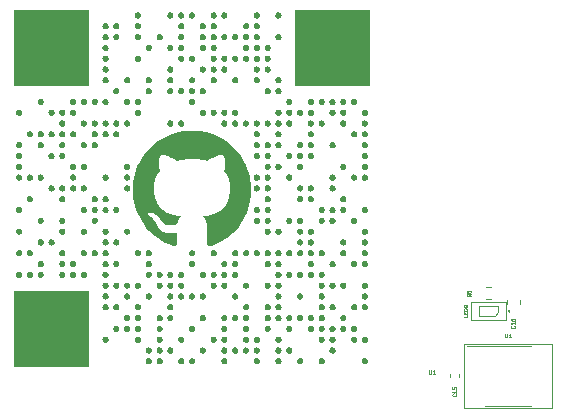
<source format=gbr>
%TF.GenerationSoftware,Flux,Pcbnew,7.0.11-7.0.11~ubuntu20.04.1*%
%TF.CreationDate,2024-08-15T12:33:14+00:00*%
%TF.ProjectId,input,696e7075-742e-46b6-9963-61645f706362,rev?*%
%TF.SameCoordinates,Original*%
%TF.FileFunction,Legend,Top*%
%TF.FilePolarity,Positive*%
%FSLAX46Y46*%
G04 Gerber Fmt 4.6, Leading zero omitted, Abs format (unit mm)*
G04 Filename: businesscardpcb*
G04 Build it with Flux! Visit our site at: https://www.flux.ai (PCBNEW 7.0.11-7.0.11~ubuntu20.04.1) date 2024-08-15 12:33:14*
%MOMM*%
%LPD*%
G01*
G04 APERTURE LIST*
%ADD10C,0.038000*%
%ADD11C,0.120000*%
%ADD12C,0.050000*%
%ADD13C,0.100000*%
G04 APERTURE END LIST*
D10*
X6527162Y-8359233D02*
X6374781Y-8465900D01*
X6527162Y-8542090D02*
X6207162Y-8542090D01*
X6207162Y-8542090D02*
X6207162Y-8420185D01*
X6207162Y-8420185D02*
X6222400Y-8389709D01*
X6222400Y-8389709D02*
X6237638Y-8374471D01*
X6237638Y-8374471D02*
X6268114Y-8359233D01*
X6268114Y-8359233D02*
X6313828Y-8359233D01*
X6313828Y-8359233D02*
X6344304Y-8374471D01*
X6344304Y-8374471D02*
X6359543Y-8389709D01*
X6359543Y-8389709D02*
X6374781Y-8420185D01*
X6374781Y-8420185D02*
X6374781Y-8542090D01*
X6207162Y-8069709D02*
X6207162Y-8222090D01*
X6207162Y-8222090D02*
X6359543Y-8237328D01*
X6359543Y-8237328D02*
X6344304Y-8222090D01*
X6344304Y-8222090D02*
X6329066Y-8191614D01*
X6329066Y-8191614D02*
X6329066Y-8115423D01*
X6329066Y-8115423D02*
X6344304Y-8084947D01*
X6344304Y-8084947D02*
X6359543Y-8069709D01*
X6359543Y-8069709D02*
X6390019Y-8054471D01*
X6390019Y-8054471D02*
X6466209Y-8054471D01*
X6466209Y-8054471D02*
X6496685Y-8069709D01*
X6496685Y-8069709D02*
X6511924Y-8084947D01*
X6511924Y-8084947D02*
X6527162Y-8115423D01*
X6527162Y-8115423D02*
X6527162Y-8191614D01*
X6527162Y-8191614D02*
X6511924Y-8222090D01*
X6511924Y-8222090D02*
X6496685Y-8237328D01*
X10225792Y-11045014D02*
X10241031Y-11060252D01*
X10241031Y-11060252D02*
X10256269Y-11105966D01*
X10256269Y-11105966D02*
X10256269Y-11136442D01*
X10256269Y-11136442D02*
X10241031Y-11182157D01*
X10241031Y-11182157D02*
X10210554Y-11212633D01*
X10210554Y-11212633D02*
X10180078Y-11227871D01*
X10180078Y-11227871D02*
X10119126Y-11243109D01*
X10119126Y-11243109D02*
X10073411Y-11243109D01*
X10073411Y-11243109D02*
X10012459Y-11227871D01*
X10012459Y-11227871D02*
X9981983Y-11212633D01*
X9981983Y-11212633D02*
X9951507Y-11182157D01*
X9951507Y-11182157D02*
X9936269Y-11136442D01*
X9936269Y-11136442D02*
X9936269Y-11105966D01*
X9936269Y-11105966D02*
X9951507Y-11060252D01*
X9951507Y-11060252D02*
X9966745Y-11045014D01*
X10256269Y-10740252D02*
X10256269Y-10923109D01*
X10256269Y-10831681D02*
X9936269Y-10831681D01*
X9936269Y-10831681D02*
X9981983Y-10862157D01*
X9981983Y-10862157D02*
X10012459Y-10892633D01*
X10012459Y-10892633D02*
X10027697Y-10923109D01*
X9936269Y-10465966D02*
X9936269Y-10526919D01*
X9936269Y-10526919D02*
X9951507Y-10557395D01*
X9951507Y-10557395D02*
X9966745Y-10572633D01*
X9966745Y-10572633D02*
X10012459Y-10603109D01*
X10012459Y-10603109D02*
X10073411Y-10618347D01*
X10073411Y-10618347D02*
X10195316Y-10618347D01*
X10195316Y-10618347D02*
X10225792Y-10603109D01*
X10225792Y-10603109D02*
X10241031Y-10587871D01*
X10241031Y-10587871D02*
X10256269Y-10557395D01*
X10256269Y-10557395D02*
X10256269Y-10496442D01*
X10256269Y-10496442D02*
X10241031Y-10465966D01*
X10241031Y-10465966D02*
X10225792Y-10450728D01*
X10225792Y-10450728D02*
X10195316Y-10435490D01*
X10195316Y-10435490D02*
X10119126Y-10435490D01*
X10119126Y-10435490D02*
X10088650Y-10450728D01*
X10088650Y-10450728D02*
X10073411Y-10465966D01*
X10073411Y-10465966D02*
X10058173Y-10496442D01*
X10058173Y-10496442D02*
X10058173Y-10557395D01*
X10058173Y-10557395D02*
X10073411Y-10587871D01*
X10073411Y-10587871D02*
X10088650Y-10603109D01*
X10088650Y-10603109D02*
X10119126Y-10618347D01*
X2982090Y-14799462D02*
X2982090Y-15058509D01*
X2982090Y-15058509D02*
X2997328Y-15088985D01*
X2997328Y-15088985D02*
X3012566Y-15104224D01*
X3012566Y-15104224D02*
X3043042Y-15119462D01*
X3043042Y-15119462D02*
X3103995Y-15119462D01*
X3103995Y-15119462D02*
X3134471Y-15104224D01*
X3134471Y-15104224D02*
X3149709Y-15088985D01*
X3149709Y-15088985D02*
X3164947Y-15058509D01*
X3164947Y-15058509D02*
X3164947Y-14799462D01*
X3484947Y-15119462D02*
X3302090Y-15119462D01*
X3393518Y-15119462D02*
X3393518Y-14799462D01*
X3393518Y-14799462D02*
X3363042Y-14845176D01*
X3363042Y-14845176D02*
X3332566Y-14875652D01*
X3332566Y-14875652D02*
X3302090Y-14890890D01*
X9442090Y-11699462D02*
X9442090Y-11958509D01*
X9442090Y-11958509D02*
X9457328Y-11988985D01*
X9457328Y-11988985D02*
X9472566Y-12004224D01*
X9472566Y-12004224D02*
X9503042Y-12019462D01*
X9503042Y-12019462D02*
X9563995Y-12019462D01*
X9563995Y-12019462D02*
X9594471Y-12004224D01*
X9594471Y-12004224D02*
X9609709Y-11988985D01*
X9609709Y-11988985D02*
X9624947Y-11958509D01*
X9624947Y-11958509D02*
X9624947Y-11699462D01*
X9944947Y-12019462D02*
X9762090Y-12019462D01*
X9853518Y-12019462D02*
X9853518Y-11699462D01*
X9853518Y-11699462D02*
X9823042Y-11745176D01*
X9823042Y-11745176D02*
X9792566Y-11775652D01*
X9792566Y-11775652D02*
X9762090Y-11790890D01*
X5277290Y-16816414D02*
X5292529Y-16831652D01*
X5292529Y-16831652D02*
X5307767Y-16877366D01*
X5307767Y-16877366D02*
X5307767Y-16907842D01*
X5307767Y-16907842D02*
X5292529Y-16953557D01*
X5292529Y-16953557D02*
X5262052Y-16984033D01*
X5262052Y-16984033D02*
X5231576Y-16999271D01*
X5231576Y-16999271D02*
X5170624Y-17014509D01*
X5170624Y-17014509D02*
X5124909Y-17014509D01*
X5124909Y-17014509D02*
X5063957Y-16999271D01*
X5063957Y-16999271D02*
X5033481Y-16984033D01*
X5033481Y-16984033D02*
X5003005Y-16953557D01*
X5003005Y-16953557D02*
X4987767Y-16907842D01*
X4987767Y-16907842D02*
X4987767Y-16877366D01*
X4987767Y-16877366D02*
X5003005Y-16831652D01*
X5003005Y-16831652D02*
X5018243Y-16816414D01*
X5307767Y-16511652D02*
X5307767Y-16694509D01*
X5307767Y-16603081D02*
X4987767Y-16603081D01*
X4987767Y-16603081D02*
X5033481Y-16633557D01*
X5033481Y-16633557D02*
X5063957Y-16664033D01*
X5063957Y-16664033D02*
X5079195Y-16694509D01*
X4987767Y-16222128D02*
X4987767Y-16374509D01*
X4987767Y-16374509D02*
X5140148Y-16389747D01*
X5140148Y-16389747D02*
X5124909Y-16374509D01*
X5124909Y-16374509D02*
X5109671Y-16344033D01*
X5109671Y-16344033D02*
X5109671Y-16267842D01*
X5109671Y-16267842D02*
X5124909Y-16237366D01*
X5124909Y-16237366D02*
X5140148Y-16222128D01*
X5140148Y-16222128D02*
X5170624Y-16206890D01*
X5170624Y-16206890D02*
X5246814Y-16206890D01*
X5246814Y-16206890D02*
X5277290Y-16222128D01*
X5277290Y-16222128D02*
X5292529Y-16237366D01*
X5292529Y-16237366D02*
X5307767Y-16267842D01*
X5307767Y-16267842D02*
X5307767Y-16344033D01*
X5307767Y-16344033D02*
X5292529Y-16374509D01*
X5292529Y-16374509D02*
X5277290Y-16389747D01*
X6245562Y-10148390D02*
X6245562Y-10300771D01*
X6245562Y-10300771D02*
X5925562Y-10300771D01*
X6077943Y-10041723D02*
X6077943Y-9935056D01*
X6245562Y-9889342D02*
X6245562Y-10041723D01*
X6245562Y-10041723D02*
X5925562Y-10041723D01*
X5925562Y-10041723D02*
X5925562Y-9889342D01*
X6245562Y-9752199D02*
X5925562Y-9752199D01*
X5925562Y-9752199D02*
X5925562Y-9676009D01*
X5925562Y-9676009D02*
X5940800Y-9630294D01*
X5940800Y-9630294D02*
X5971276Y-9599818D01*
X5971276Y-9599818D02*
X6001752Y-9584580D01*
X6001752Y-9584580D02*
X6062704Y-9569342D01*
X6062704Y-9569342D02*
X6108419Y-9569342D01*
X6108419Y-9569342D02*
X6169371Y-9584580D01*
X6169371Y-9584580D02*
X6199847Y-9599818D01*
X6199847Y-9599818D02*
X6230324Y-9630294D01*
X6230324Y-9630294D02*
X6245562Y-9676009D01*
X6245562Y-9676009D02*
X6245562Y-9752199D01*
X6245562Y-9416961D02*
X6245562Y-9356009D01*
X6245562Y-9356009D02*
X6230324Y-9325532D01*
X6230324Y-9325532D02*
X6215085Y-9310294D01*
X6215085Y-9310294D02*
X6169371Y-9279818D01*
X6169371Y-9279818D02*
X6108419Y-9264580D01*
X6108419Y-9264580D02*
X5986514Y-9264580D01*
X5986514Y-9264580D02*
X5956038Y-9279818D01*
X5956038Y-9279818D02*
X5940800Y-9295056D01*
X5940800Y-9295056D02*
X5925562Y-9325532D01*
X5925562Y-9325532D02*
X5925562Y-9386485D01*
X5925562Y-9386485D02*
X5940800Y-9416961D01*
X5940800Y-9416961D02*
X5956038Y-9432199D01*
X5956038Y-9432199D02*
X5986514Y-9447437D01*
X5986514Y-9447437D02*
X6062704Y-9447437D01*
X6062704Y-9447437D02*
X6093181Y-9432199D01*
X6093181Y-9432199D02*
X6108419Y-9416961D01*
X6108419Y-9416961D02*
X6123657Y-9386485D01*
X6123657Y-9386485D02*
X6123657Y-9325532D01*
X6123657Y-9325532D02*
X6108419Y-9295056D01*
X6108419Y-9295056D02*
X6093181Y-9279818D01*
X6093181Y-9279818D02*
X6062704Y-9264580D01*
%TO.C,*%
G36*
X-25758800Y15163351D02*
G01*
X-25758800Y14629601D01*
X-25758800Y14095851D01*
X-25758800Y13562101D01*
X-25758800Y13028351D01*
X-25758800Y12494600D01*
X-25758800Y11960849D01*
X-25758800Y11427099D01*
X-25758800Y10893349D01*
X-25758800Y10359599D01*
X-25758800Y9825849D01*
X-25758800Y9292100D01*
X-26292549Y9292100D01*
X-26826299Y9292100D01*
X-27360049Y9292100D01*
X-27893799Y9292100D01*
X-28427549Y9292100D01*
X-28961300Y9292100D01*
X-29495051Y9292100D01*
X-30028801Y9292100D01*
X-30562551Y9292100D01*
X-31096301Y9292100D01*
X-31630051Y9292100D01*
X-32163800Y9292100D01*
X-32163800Y9825849D01*
X-32163800Y10359599D01*
X-32163800Y10893349D01*
X-32163800Y11427099D01*
X-32163800Y11960849D01*
X-32163800Y12494600D01*
X-32163800Y13028351D01*
X-32163800Y13562101D01*
X-32163800Y14095851D01*
X-32163800Y14629601D01*
X-32163800Y15163351D01*
X-32163800Y15697100D01*
X-31630051Y15697100D01*
X-31096301Y15697100D01*
X-30562551Y15697100D01*
X-30028801Y15697100D01*
X-29495051Y15697100D01*
X-28961300Y15697100D01*
X-28427549Y15697100D01*
X-27893799Y15697100D01*
X-27360049Y15697100D01*
X-26826299Y15697100D01*
X-26292549Y15697100D01*
X-25758800Y15697100D01*
X-25758800Y15163351D01*
G37*
G36*
X-26718800Y14363349D02*
G01*
X-26718800Y13989599D01*
X-26718800Y13615849D01*
X-26718800Y13242099D01*
X-26718800Y12868349D01*
X-26718800Y12494600D01*
X-26718800Y12120851D01*
X-26718800Y11747101D01*
X-26718800Y11373351D01*
X-26718800Y10999601D01*
X-26718800Y10625851D01*
X-26718800Y10252100D01*
X-27092551Y10252100D01*
X-27466301Y10252100D01*
X-27840051Y10252100D01*
X-28213801Y10252100D01*
X-28587551Y10252100D01*
X-28961300Y10252100D01*
X-29335049Y10252100D01*
X-29708799Y10252100D01*
X-30082549Y10252100D01*
X-30456299Y10252100D01*
X-30830049Y10252100D01*
X-31203800Y10252100D01*
X-31203800Y10625851D01*
X-31203800Y10999601D01*
X-31203800Y11373351D01*
X-31203800Y11747101D01*
X-31203800Y12120851D01*
X-31203800Y12494600D01*
X-31203800Y12868349D01*
X-31203800Y13242099D01*
X-31203800Y13615849D01*
X-31203800Y13989599D01*
X-31203800Y14363349D01*
X-31203800Y14737100D01*
X-30830049Y14737100D01*
X-30456299Y14737100D01*
X-30082549Y14737100D01*
X-29708799Y14737100D01*
X-29335049Y14737100D01*
X-28961300Y14737100D01*
X-28587551Y14737100D01*
X-28213801Y14737100D01*
X-27840051Y14737100D01*
X-27466301Y14737100D01*
X-27092551Y14737100D01*
X-26718800Y14737100D01*
X-26718800Y14363349D01*
G37*
G36*
X-1968800Y15163351D02*
G01*
X-1968800Y14629601D01*
X-1968800Y14095851D01*
X-1968800Y13562101D01*
X-1968800Y13028351D01*
X-1968800Y12494600D01*
X-1968800Y11960849D01*
X-1968800Y11427099D01*
X-1968800Y10893349D01*
X-1968800Y10359599D01*
X-1968800Y9825849D01*
X-1968800Y9292100D01*
X-2502540Y9292100D01*
X-3036286Y9292100D01*
X-3570036Y9292100D01*
X-4103789Y9292100D01*
X-4637544Y9292100D01*
X-5171300Y9292100D01*
X-5705056Y9292100D01*
X-6238811Y9292100D01*
X-6772564Y9292100D01*
X-7306314Y9292100D01*
X-7840060Y9292100D01*
X-8373800Y9292100D01*
X-8373800Y9825849D01*
X-8373800Y10359599D01*
X-8373800Y10893349D01*
X-8373800Y11427099D01*
X-8373800Y11960849D01*
X-8373800Y12494600D01*
X-8373800Y13028351D01*
X-8373800Y13562101D01*
X-8373800Y14095851D01*
X-8373800Y14629601D01*
X-8373800Y15163351D01*
X-8373800Y15697100D01*
X-7840060Y15697100D01*
X-7306314Y15697100D01*
X-6772564Y15697100D01*
X-6238811Y15697100D01*
X-5705056Y15697100D01*
X-5171300Y15697100D01*
X-4637544Y15697100D01*
X-4103789Y15697100D01*
X-3570036Y15697100D01*
X-3036286Y15697100D01*
X-2502540Y15697100D01*
X-1968800Y15697100D01*
X-1968800Y15163351D01*
G37*
G36*
X-2928800Y14363349D02*
G01*
X-2928800Y13989599D01*
X-2928800Y13615849D01*
X-2928800Y13242099D01*
X-2928800Y12868349D01*
X-2928800Y12494600D01*
X-2928800Y12120851D01*
X-2928800Y11747101D01*
X-2928800Y11373351D01*
X-2928800Y10999601D01*
X-2928800Y10625851D01*
X-2928800Y10252100D01*
X-3302560Y10252100D01*
X-3676314Y10252100D01*
X-4050064Y10252100D01*
X-4423811Y10252100D01*
X-4797556Y10252100D01*
X-5171300Y10252100D01*
X-5545044Y10252100D01*
X-5918789Y10252100D01*
X-6292536Y10252100D01*
X-6666286Y10252100D01*
X-7040040Y10252100D01*
X-7413800Y10252100D01*
X-7413800Y10625851D01*
X-7413800Y10999601D01*
X-7413800Y11373351D01*
X-7413800Y11747101D01*
X-7413800Y12120851D01*
X-7413800Y12494600D01*
X-7413800Y12868349D01*
X-7413800Y13242099D01*
X-7413800Y13615849D01*
X-7413800Y13989599D01*
X-7413800Y14363349D01*
X-7413800Y14737100D01*
X-7040040Y14737100D01*
X-6666286Y14737100D01*
X-6292536Y14737100D01*
X-5918789Y14737100D01*
X-5545044Y14737100D01*
X-5171300Y14737100D01*
X-4797556Y14737100D01*
X-4423811Y14737100D01*
X-4050064Y14737100D01*
X-3676314Y14737100D01*
X-3302560Y14737100D01*
X-2928800Y14737100D01*
X-2928800Y14363349D01*
G37*
G36*
X-21609325Y15500960D02*
G01*
X-21560821Y15491936D01*
X-21518140Y15477276D01*
X-21481281Y15456979D01*
X-21450245Y15431047D01*
X-21425031Y15399479D01*
X-21405640Y15362274D01*
X-21392071Y15319434D01*
X-21384325Y15270959D01*
X-21382401Y15216847D01*
X-21386300Y15157100D01*
X-21411448Y15112991D01*
X-21438500Y15074970D01*
X-21467457Y15043037D01*
X-21498320Y15017191D01*
X-21531088Y14997433D01*
X-21565760Y14983764D01*
X-21602337Y14976182D01*
X-21640820Y14974689D01*
X-21681207Y14979284D01*
X-21723500Y14989967D01*
X-21767698Y15006739D01*
X-21813800Y15029600D01*
X-21837975Y15059258D01*
X-21858323Y15089319D01*
X-21874843Y15119783D01*
X-21887536Y15150650D01*
X-21896401Y15181920D01*
X-21901439Y15213594D01*
X-21902650Y15245670D01*
X-21900034Y15278150D01*
X-21893591Y15311033D01*
X-21883321Y15344319D01*
X-21869224Y15378008D01*
X-21851300Y15412100D01*
X-21841350Y15420944D01*
X-21831277Y15429544D01*
X-21821082Y15437899D01*
X-21810764Y15446010D01*
X-21800324Y15453877D01*
X-21789761Y15461499D01*
X-21779075Y15468877D01*
X-21768266Y15476010D01*
X-21757334Y15482899D01*
X-21746279Y15489544D01*
X-21735101Y15495944D01*
X-21723800Y15502100D01*
X-21663651Y15504348D01*
X-21609325Y15500960D01*
G37*
G36*
X-18864300Y15500960D02*
G01*
X-18815788Y15491936D01*
X-18773100Y15477276D01*
X-18736238Y15456979D01*
X-18705200Y15431047D01*
X-18679988Y15399479D01*
X-18660600Y15362274D01*
X-18647038Y15319434D01*
X-18639300Y15270959D01*
X-18637388Y15216847D01*
X-18641300Y15157100D01*
X-18666441Y15112991D01*
X-18693488Y15074970D01*
X-18722441Y15043037D01*
X-18753300Y15017191D01*
X-18786066Y14997433D01*
X-18820738Y14983764D01*
X-18857316Y14976182D01*
X-18895800Y14974689D01*
X-18936191Y14979284D01*
X-18978488Y14989967D01*
X-19022691Y15006739D01*
X-19068800Y15029600D01*
X-19092975Y15059258D01*
X-19113323Y15089319D01*
X-19129843Y15119783D01*
X-19142536Y15150650D01*
X-19151401Y15181920D01*
X-19156439Y15213594D01*
X-19157650Y15245670D01*
X-19155034Y15278150D01*
X-19148591Y15311033D01*
X-19138321Y15344319D01*
X-19124224Y15378008D01*
X-19106300Y15412100D01*
X-19096350Y15420944D01*
X-19086277Y15429544D01*
X-19076082Y15437899D01*
X-19065764Y15446010D01*
X-19055324Y15453877D01*
X-19044761Y15461499D01*
X-19034075Y15468877D01*
X-19023266Y15476010D01*
X-19012334Y15482899D01*
X-19001279Y15489544D01*
X-18990101Y15495944D01*
X-18978800Y15502100D01*
X-18918638Y15504348D01*
X-18864300Y15500960D01*
G37*
G36*
X-17949300Y15500960D02*
G01*
X-17900787Y15491936D01*
X-17858100Y15477276D01*
X-17821238Y15456979D01*
X-17790200Y15431047D01*
X-17764988Y15399479D01*
X-17745600Y15362274D01*
X-17732038Y15319434D01*
X-17724300Y15270959D01*
X-17722388Y15216847D01*
X-17726300Y15157100D01*
X-17751441Y15112991D01*
X-17778488Y15074970D01*
X-17807441Y15043037D01*
X-17838300Y15017191D01*
X-17871066Y14997433D01*
X-17905738Y14983764D01*
X-17942316Y14976182D01*
X-17980800Y14974689D01*
X-18021191Y14979284D01*
X-18063488Y14989967D01*
X-18107691Y15006739D01*
X-18153800Y15029600D01*
X-18177984Y15059258D01*
X-18198338Y15089319D01*
X-18214862Y15119783D01*
X-18227556Y15150650D01*
X-18236420Y15181920D01*
X-18241456Y15213594D01*
X-18242664Y15245670D01*
X-18240044Y15278150D01*
X-18233598Y15311033D01*
X-18223324Y15344319D01*
X-18209225Y15378008D01*
X-18191300Y15412100D01*
X-18181341Y15420944D01*
X-18171262Y15429544D01*
X-18161063Y15437899D01*
X-18150744Y15446010D01*
X-18140305Y15453877D01*
X-18129744Y15461499D01*
X-18119061Y15468877D01*
X-18108256Y15476010D01*
X-18097327Y15482899D01*
X-18086276Y15489544D01*
X-18075100Y15495944D01*
X-18063800Y15502100D01*
X-18003638Y15504348D01*
X-17949300Y15500960D01*
G37*
G36*
X-17034300Y15500960D02*
G01*
X-16985787Y15491936D01*
X-16943100Y15477276D01*
X-16906238Y15456979D01*
X-16875200Y15431047D01*
X-16849988Y15399479D01*
X-16830600Y15362274D01*
X-16817038Y15319434D01*
X-16809300Y15270959D01*
X-16807388Y15216847D01*
X-16811300Y15157100D01*
X-16836441Y15112991D01*
X-16863487Y15074970D01*
X-16892441Y15043037D01*
X-16923300Y15017191D01*
X-16956066Y14997433D01*
X-16990738Y14983764D01*
X-17027316Y14976182D01*
X-17065800Y14974689D01*
X-17106191Y14979284D01*
X-17148488Y14989967D01*
X-17192691Y15006739D01*
X-17238800Y15029600D01*
X-17262984Y15059258D01*
X-17283338Y15089319D01*
X-17299862Y15119783D01*
X-17312556Y15150650D01*
X-17321420Y15181920D01*
X-17326456Y15213594D01*
X-17327664Y15245670D01*
X-17325044Y15278150D01*
X-17318598Y15311033D01*
X-17308324Y15344319D01*
X-17294225Y15378008D01*
X-17276300Y15412100D01*
X-17266341Y15420944D01*
X-17256262Y15429544D01*
X-17246063Y15437899D01*
X-17235744Y15446010D01*
X-17225305Y15453877D01*
X-17214744Y15461499D01*
X-17204061Y15468877D01*
X-17193256Y15476010D01*
X-17182327Y15482899D01*
X-17171276Y15489544D01*
X-17160100Y15495944D01*
X-17148800Y15502100D01*
X-17088638Y15504348D01*
X-17034300Y15500960D01*
G37*
G36*
X-15204300Y15500960D02*
G01*
X-15155788Y15491936D01*
X-15113100Y15477276D01*
X-15076238Y15456979D01*
X-15045200Y15431047D01*
X-15019988Y15399479D01*
X-15000600Y15362274D01*
X-14987038Y15319434D01*
X-14979300Y15270959D01*
X-14977388Y15216847D01*
X-14981300Y15157100D01*
X-15006441Y15112991D01*
X-15033488Y15074970D01*
X-15062441Y15043037D01*
X-15093300Y15017191D01*
X-15126066Y14997433D01*
X-15160738Y14983764D01*
X-15197316Y14976182D01*
X-15235800Y14974689D01*
X-15276191Y14979284D01*
X-15318487Y14989967D01*
X-15362691Y15006739D01*
X-15408800Y15029600D01*
X-15432984Y15059258D01*
X-15453338Y15089319D01*
X-15469862Y15119783D01*
X-15482556Y15150650D01*
X-15491420Y15181920D01*
X-15496456Y15213594D01*
X-15497664Y15245670D01*
X-15495044Y15278150D01*
X-15488598Y15311033D01*
X-15478324Y15344319D01*
X-15464225Y15378008D01*
X-15446300Y15412100D01*
X-15436341Y15420944D01*
X-15426262Y15429544D01*
X-15416063Y15437899D01*
X-15405744Y15446010D01*
X-15395305Y15453877D01*
X-15384744Y15461499D01*
X-15374061Y15468877D01*
X-15363256Y15476010D01*
X-15352327Y15482899D01*
X-15341276Y15489544D01*
X-15330100Y15495944D01*
X-15318800Y15502100D01*
X-15258638Y15504348D01*
X-15204300Y15500960D01*
G37*
G36*
X-14289300Y15500960D02*
G01*
X-14240787Y15491936D01*
X-14198100Y15477276D01*
X-14161238Y15456979D01*
X-14130200Y15431047D01*
X-14104988Y15399479D01*
X-14085600Y15362274D01*
X-14072038Y15319434D01*
X-14064300Y15270959D01*
X-14062388Y15216847D01*
X-14066300Y15157100D01*
X-14091441Y15112991D01*
X-14118488Y15074970D01*
X-14147441Y15043037D01*
X-14178300Y15017191D01*
X-14211066Y14997433D01*
X-14245738Y14983764D01*
X-14282316Y14976182D01*
X-14320800Y14974689D01*
X-14361191Y14979284D01*
X-14403488Y14989967D01*
X-14447691Y15006739D01*
X-14493800Y15029600D01*
X-14517984Y15059258D01*
X-14538338Y15089319D01*
X-14554862Y15119783D01*
X-14567556Y15150650D01*
X-14576420Y15181920D01*
X-14581456Y15213594D01*
X-14582664Y15245670D01*
X-14580044Y15278150D01*
X-14573598Y15311033D01*
X-14563324Y15344319D01*
X-14549225Y15378008D01*
X-14531300Y15412100D01*
X-14521341Y15420944D01*
X-14511262Y15429544D01*
X-14501063Y15437899D01*
X-14490744Y15446010D01*
X-14480305Y15453877D01*
X-14469744Y15461499D01*
X-14459061Y15468877D01*
X-14448256Y15476010D01*
X-14437327Y15482899D01*
X-14426276Y15489544D01*
X-14415100Y15495944D01*
X-14403800Y15502100D01*
X-14343638Y15504348D01*
X-14289300Y15500960D01*
G37*
G36*
X-11544300Y15500960D02*
G01*
X-11495788Y15491936D01*
X-11453100Y15477276D01*
X-11416238Y15456979D01*
X-11385200Y15431047D01*
X-11359988Y15399479D01*
X-11340600Y15362274D01*
X-11327038Y15319434D01*
X-11319300Y15270959D01*
X-11317388Y15216847D01*
X-11321300Y15157100D01*
X-11346441Y15112991D01*
X-11373487Y15074970D01*
X-11402441Y15043037D01*
X-11433300Y15017191D01*
X-11466066Y14997433D01*
X-11500738Y14983764D01*
X-11537316Y14976182D01*
X-11575800Y14974689D01*
X-11616191Y14979284D01*
X-11658487Y14989967D01*
X-11702691Y15006739D01*
X-11748800Y15029600D01*
X-11772984Y15059258D01*
X-11793338Y15089319D01*
X-11809862Y15119783D01*
X-11822556Y15150650D01*
X-11831420Y15181920D01*
X-11836456Y15213594D01*
X-11837664Y15245670D01*
X-11835044Y15278150D01*
X-11828598Y15311033D01*
X-11818324Y15344319D01*
X-11804225Y15378008D01*
X-11786300Y15412100D01*
X-11776341Y15420944D01*
X-11766262Y15429544D01*
X-11756063Y15437899D01*
X-11745744Y15446010D01*
X-11735305Y15453877D01*
X-11724744Y15461499D01*
X-11714061Y15468877D01*
X-11703256Y15476010D01*
X-11692327Y15482899D01*
X-11681276Y15489544D01*
X-11670100Y15495944D01*
X-11658800Y15502100D01*
X-11598638Y15504348D01*
X-11544300Y15500960D01*
G37*
G36*
X-9714300Y15500960D02*
G01*
X-9665788Y15491936D01*
X-9623100Y15477276D01*
X-9586238Y15456979D01*
X-9555200Y15431047D01*
X-9529988Y15399479D01*
X-9510600Y15362274D01*
X-9497038Y15319434D01*
X-9489300Y15270959D01*
X-9487388Y15216847D01*
X-9491300Y15157100D01*
X-9516441Y15112991D01*
X-9543487Y15074970D01*
X-9572441Y15043037D01*
X-9603300Y15017191D01*
X-9636066Y14997433D01*
X-9670738Y14983764D01*
X-9707316Y14976182D01*
X-9745800Y14974689D01*
X-9786191Y14979284D01*
X-9828487Y14989967D01*
X-9872691Y15006739D01*
X-9918800Y15029600D01*
X-9942984Y15059258D01*
X-9963338Y15089319D01*
X-9979862Y15119783D01*
X-9992556Y15150650D01*
X-10001420Y15181920D01*
X-10006456Y15213594D01*
X-10007664Y15245670D01*
X-10005044Y15278150D01*
X-9998598Y15311033D01*
X-9988324Y15344319D01*
X-9974225Y15378008D01*
X-9956300Y15412100D01*
X-9946341Y15420944D01*
X-9936262Y15429544D01*
X-9926063Y15437899D01*
X-9915744Y15446010D01*
X-9905305Y15453877D01*
X-9894744Y15461499D01*
X-9884061Y15468877D01*
X-9873256Y15476010D01*
X-9862327Y15482899D01*
X-9851276Y15489544D01*
X-9840100Y15495944D01*
X-9828800Y15502100D01*
X-9768638Y15504348D01*
X-9714300Y15500960D01*
G37*
G36*
X-24354325Y14585960D02*
G01*
X-24305821Y14576936D01*
X-24263140Y14562276D01*
X-24226281Y14541979D01*
X-24195245Y14516047D01*
X-24170031Y14484479D01*
X-24150640Y14447274D01*
X-24137071Y14404434D01*
X-24129325Y14355959D01*
X-24127401Y14301847D01*
X-24131300Y14242100D01*
X-24156448Y14197991D01*
X-24183500Y14159970D01*
X-24212458Y14128037D01*
X-24243320Y14102191D01*
X-24276088Y14082433D01*
X-24310760Y14068764D01*
X-24347337Y14061182D01*
X-24385820Y14059689D01*
X-24426208Y14064284D01*
X-24468500Y14074967D01*
X-24512698Y14091739D01*
X-24558800Y14114600D01*
X-24582975Y14144258D01*
X-24603323Y14174319D01*
X-24619843Y14204783D01*
X-24632536Y14235650D01*
X-24641401Y14266920D01*
X-24646439Y14298594D01*
X-24647650Y14330670D01*
X-24645034Y14363150D01*
X-24638591Y14396033D01*
X-24628321Y14429319D01*
X-24614224Y14463008D01*
X-24596300Y14497100D01*
X-24586350Y14505944D01*
X-24576277Y14514544D01*
X-24566082Y14522899D01*
X-24555764Y14531010D01*
X-24545324Y14538877D01*
X-24534761Y14546499D01*
X-24524075Y14553877D01*
X-24513266Y14561010D01*
X-24502334Y14567899D01*
X-24491279Y14574544D01*
X-24480101Y14580944D01*
X-24468800Y14587100D01*
X-24408651Y14589348D01*
X-24354325Y14585960D01*
G37*
G36*
X-23439325Y14585960D02*
G01*
X-23390821Y14576936D01*
X-23348140Y14562276D01*
X-23311281Y14541979D01*
X-23280245Y14516047D01*
X-23255031Y14484479D01*
X-23235640Y14447274D01*
X-23222071Y14404434D01*
X-23214325Y14355959D01*
X-23212401Y14301847D01*
X-23216300Y14242100D01*
X-23241448Y14197991D01*
X-23268500Y14159970D01*
X-23297458Y14128037D01*
X-23328320Y14102191D01*
X-23361088Y14082433D01*
X-23395760Y14068764D01*
X-23432338Y14061182D01*
X-23470820Y14059689D01*
X-23511207Y14064284D01*
X-23553500Y14074967D01*
X-23597698Y14091739D01*
X-23643800Y14114600D01*
X-23667975Y14144258D01*
X-23688323Y14174319D01*
X-23704843Y14204783D01*
X-23717536Y14235650D01*
X-23726401Y14266920D01*
X-23731439Y14298594D01*
X-23732650Y14330670D01*
X-23730034Y14363150D01*
X-23723591Y14396033D01*
X-23713321Y14429319D01*
X-23699224Y14463008D01*
X-23681300Y14497100D01*
X-23671350Y14505944D01*
X-23661277Y14514544D01*
X-23651082Y14522899D01*
X-23640764Y14531010D01*
X-23630324Y14538877D01*
X-23619761Y14546499D01*
X-23609075Y14553877D01*
X-23598266Y14561010D01*
X-23587334Y14567899D01*
X-23576279Y14574544D01*
X-23565101Y14580944D01*
X-23553800Y14587100D01*
X-23493651Y14589348D01*
X-23439325Y14585960D01*
G37*
G36*
X-21609325Y14585960D02*
G01*
X-21560821Y14576936D01*
X-21518140Y14562276D01*
X-21481281Y14541979D01*
X-21450245Y14516047D01*
X-21425031Y14484479D01*
X-21405640Y14447274D01*
X-21392071Y14404434D01*
X-21384325Y14355959D01*
X-21382401Y14301847D01*
X-21386300Y14242100D01*
X-21411448Y14197991D01*
X-21438500Y14159970D01*
X-21467457Y14128037D01*
X-21498320Y14102191D01*
X-21531088Y14082433D01*
X-21565760Y14068764D01*
X-21602337Y14061182D01*
X-21640820Y14059689D01*
X-21681207Y14064284D01*
X-21723500Y14074967D01*
X-21767698Y14091739D01*
X-21813800Y14114600D01*
X-21837975Y14144258D01*
X-21858323Y14174319D01*
X-21874843Y14204783D01*
X-21887536Y14235650D01*
X-21896401Y14266920D01*
X-21901439Y14298594D01*
X-21902650Y14330670D01*
X-21900034Y14363150D01*
X-21893591Y14396033D01*
X-21883321Y14429319D01*
X-21869224Y14463008D01*
X-21851300Y14497100D01*
X-21841350Y14505944D01*
X-21831277Y14514544D01*
X-21821082Y14522899D01*
X-21810764Y14531010D01*
X-21800324Y14538877D01*
X-21789761Y14546499D01*
X-21779075Y14553877D01*
X-21768266Y14561010D01*
X-21757334Y14567899D01*
X-21746279Y14574544D01*
X-21735101Y14580944D01*
X-21723800Y14587100D01*
X-21663651Y14589348D01*
X-21609325Y14585960D01*
G37*
G36*
X-17949300Y14585960D02*
G01*
X-17900787Y14576936D01*
X-17858100Y14562276D01*
X-17821238Y14541979D01*
X-17790200Y14516047D01*
X-17764988Y14484479D01*
X-17745600Y14447274D01*
X-17732038Y14404434D01*
X-17724300Y14355959D01*
X-17722388Y14301847D01*
X-17726300Y14242100D01*
X-17751441Y14197991D01*
X-17778488Y14159970D01*
X-17807441Y14128037D01*
X-17838300Y14102191D01*
X-17871066Y14082433D01*
X-17905738Y14068764D01*
X-17942316Y14061182D01*
X-17980800Y14059689D01*
X-18021191Y14064284D01*
X-18063488Y14074967D01*
X-18107691Y14091739D01*
X-18153800Y14114600D01*
X-18177984Y14144258D01*
X-18198338Y14174319D01*
X-18214862Y14204783D01*
X-18227556Y14235650D01*
X-18236420Y14266920D01*
X-18241456Y14298594D01*
X-18242664Y14330670D01*
X-18240044Y14363150D01*
X-18233598Y14396033D01*
X-18223324Y14429319D01*
X-18209225Y14463008D01*
X-18191300Y14497100D01*
X-18181341Y14505944D01*
X-18171262Y14514544D01*
X-18161063Y14522899D01*
X-18150744Y14531010D01*
X-18140305Y14538877D01*
X-18129744Y14546499D01*
X-18119061Y14553877D01*
X-18108256Y14561010D01*
X-18097327Y14567899D01*
X-18086276Y14574544D01*
X-18075100Y14580944D01*
X-18063800Y14587100D01*
X-18003638Y14589348D01*
X-17949300Y14585960D01*
G37*
G36*
X-16119300Y14585960D02*
G01*
X-16070787Y14576936D01*
X-16028100Y14562276D01*
X-15991238Y14541979D01*
X-15960200Y14516047D01*
X-15934988Y14484479D01*
X-15915600Y14447274D01*
X-15902038Y14404434D01*
X-15894300Y14355959D01*
X-15892388Y14301847D01*
X-15896300Y14242100D01*
X-15921441Y14197991D01*
X-15948487Y14159970D01*
X-15977441Y14128037D01*
X-16008300Y14102191D01*
X-16041066Y14082433D01*
X-16075737Y14068764D01*
X-16112316Y14061182D01*
X-16150800Y14059689D01*
X-16191191Y14064284D01*
X-16233487Y14074967D01*
X-16277691Y14091739D01*
X-16323800Y14114600D01*
X-16347984Y14144258D01*
X-16368338Y14174319D01*
X-16384862Y14204783D01*
X-16397556Y14235650D01*
X-16406420Y14266920D01*
X-16411456Y14298594D01*
X-16412664Y14330670D01*
X-16410044Y14363150D01*
X-16403598Y14396033D01*
X-16393324Y14429319D01*
X-16379225Y14463008D01*
X-16361300Y14497100D01*
X-16351341Y14505944D01*
X-16341262Y14514544D01*
X-16331063Y14522899D01*
X-16320744Y14531010D01*
X-16310305Y14538877D01*
X-16299744Y14546499D01*
X-16289061Y14553877D01*
X-16278256Y14561010D01*
X-16267327Y14567899D01*
X-16256276Y14574544D01*
X-16245100Y14580944D01*
X-16233800Y14587100D01*
X-16173638Y14589348D01*
X-16119300Y14585960D01*
G37*
G36*
X-15204300Y14585960D02*
G01*
X-15155788Y14576936D01*
X-15113100Y14562276D01*
X-15076238Y14541979D01*
X-15045200Y14516047D01*
X-15019988Y14484479D01*
X-15000600Y14447274D01*
X-14987038Y14404434D01*
X-14979300Y14355959D01*
X-14977388Y14301847D01*
X-14981300Y14242100D01*
X-15006441Y14197991D01*
X-15033488Y14159970D01*
X-15062441Y14128037D01*
X-15093300Y14102191D01*
X-15126066Y14082433D01*
X-15160738Y14068764D01*
X-15197316Y14061182D01*
X-15235800Y14059689D01*
X-15276191Y14064284D01*
X-15318487Y14074967D01*
X-15362691Y14091739D01*
X-15408800Y14114600D01*
X-15432984Y14144258D01*
X-15453338Y14174319D01*
X-15469862Y14204783D01*
X-15482556Y14235650D01*
X-15491420Y14266920D01*
X-15496456Y14298594D01*
X-15497664Y14330670D01*
X-15495044Y14363150D01*
X-15488598Y14396033D01*
X-15478324Y14429319D01*
X-15464225Y14463008D01*
X-15446300Y14497100D01*
X-15436341Y14505944D01*
X-15426262Y14514544D01*
X-15416063Y14522899D01*
X-15405744Y14531010D01*
X-15395305Y14538877D01*
X-15384744Y14546499D01*
X-15374061Y14553877D01*
X-15363256Y14561010D01*
X-15352327Y14567899D01*
X-15341276Y14574544D01*
X-15330100Y14580944D01*
X-15318800Y14587100D01*
X-15258638Y14589348D01*
X-15204300Y14585960D01*
G37*
G36*
X-12459300Y14585960D02*
G01*
X-12410788Y14576936D01*
X-12368100Y14562276D01*
X-12331238Y14541979D01*
X-12300200Y14516047D01*
X-12274988Y14484479D01*
X-12255600Y14447274D01*
X-12242038Y14404434D01*
X-12234300Y14355959D01*
X-12232388Y14301847D01*
X-12236300Y14242100D01*
X-12261441Y14197991D01*
X-12288488Y14159970D01*
X-12317441Y14128037D01*
X-12348300Y14102191D01*
X-12381066Y14082433D01*
X-12415738Y14068764D01*
X-12452316Y14061182D01*
X-12490800Y14059689D01*
X-12531191Y14064284D01*
X-12573487Y14074967D01*
X-12617691Y14091739D01*
X-12663800Y14114600D01*
X-12687984Y14144258D01*
X-12708338Y14174319D01*
X-12724862Y14204783D01*
X-12737556Y14235650D01*
X-12746420Y14266920D01*
X-12751456Y14298594D01*
X-12752664Y14330670D01*
X-12750044Y14363150D01*
X-12743598Y14396033D01*
X-12733324Y14429319D01*
X-12719225Y14463008D01*
X-12701300Y14497100D01*
X-12691341Y14505944D01*
X-12681262Y14514544D01*
X-12671063Y14522899D01*
X-12660744Y14531010D01*
X-12650305Y14538877D01*
X-12639744Y14546499D01*
X-12629061Y14553877D01*
X-12618256Y14561010D01*
X-12607327Y14567899D01*
X-12596276Y14574544D01*
X-12585100Y14580944D01*
X-12573800Y14587100D01*
X-12513638Y14589348D01*
X-12459300Y14585960D01*
G37*
G36*
X-11544300Y14585960D02*
G01*
X-11495788Y14576936D01*
X-11453100Y14562276D01*
X-11416238Y14541979D01*
X-11385200Y14516047D01*
X-11359988Y14484479D01*
X-11340600Y14447274D01*
X-11327038Y14404434D01*
X-11319300Y14355959D01*
X-11317388Y14301847D01*
X-11321300Y14242100D01*
X-11346441Y14197991D01*
X-11373487Y14159970D01*
X-11402441Y14128037D01*
X-11433300Y14102191D01*
X-11466066Y14082433D01*
X-11500738Y14068764D01*
X-11537316Y14061182D01*
X-11575800Y14059689D01*
X-11616191Y14064284D01*
X-11658487Y14074967D01*
X-11702691Y14091739D01*
X-11748800Y14114600D01*
X-11772984Y14144258D01*
X-11793338Y14174319D01*
X-11809862Y14204783D01*
X-11822556Y14235650D01*
X-11831420Y14266920D01*
X-11836456Y14298594D01*
X-11837664Y14330670D01*
X-11835044Y14363150D01*
X-11828598Y14396033D01*
X-11818324Y14429319D01*
X-11804225Y14463008D01*
X-11786300Y14497100D01*
X-11776341Y14505944D01*
X-11766262Y14514544D01*
X-11756063Y14522899D01*
X-11745744Y14531010D01*
X-11735305Y14538877D01*
X-11724744Y14546499D01*
X-11714061Y14553877D01*
X-11703256Y14561010D01*
X-11692327Y14567899D01*
X-11681276Y14574544D01*
X-11670100Y14580944D01*
X-11658800Y14587100D01*
X-11598638Y14589348D01*
X-11544300Y14585960D01*
G37*
G36*
X-27588800Y13638350D02*
G01*
X-27588800Y13409600D01*
X-27588800Y13180850D01*
X-27588800Y12952100D01*
X-27588800Y12723350D01*
X-27588800Y12494600D01*
X-27588800Y12265850D01*
X-27588800Y12037100D01*
X-27588800Y11808350D01*
X-27588800Y11579600D01*
X-27588800Y11350850D01*
X-27588800Y11122100D01*
X-27817550Y11122100D01*
X-28046300Y11122100D01*
X-28275050Y11122100D01*
X-28503800Y11122100D01*
X-28732550Y11122100D01*
X-28961300Y11122100D01*
X-29190050Y11122100D01*
X-29418800Y11122100D01*
X-29647550Y11122100D01*
X-29876300Y11122100D01*
X-30105050Y11122100D01*
X-30333800Y11122100D01*
X-30333800Y11350850D01*
X-30333800Y11579600D01*
X-30333800Y11808350D01*
X-30333800Y12037100D01*
X-30333800Y12265850D01*
X-30333800Y12494600D01*
X-30333800Y12723350D01*
X-30333800Y12952100D01*
X-30333800Y13180850D01*
X-30333800Y13409600D01*
X-30333800Y13638350D01*
X-30333800Y13867100D01*
X-30105050Y13867100D01*
X-29876300Y13867100D01*
X-29647550Y13867100D01*
X-29418800Y13867100D01*
X-29190050Y13867100D01*
X-28961300Y13867100D01*
X-28732550Y13867100D01*
X-28503800Y13867100D01*
X-28275050Y13867100D01*
X-28046300Y13867100D01*
X-27817550Y13867100D01*
X-27588800Y13867100D01*
X-27588800Y13638350D01*
G37*
G36*
X-3798800Y13638350D02*
G01*
X-3798800Y13409600D01*
X-3798800Y13180850D01*
X-3798800Y12952100D01*
X-3798800Y12723350D01*
X-3798800Y12494600D01*
X-3798800Y12265850D01*
X-3798800Y12037100D01*
X-3798800Y11808350D01*
X-3798800Y11579600D01*
X-3798800Y11350850D01*
X-3798800Y11122100D01*
X-4027550Y11122100D01*
X-4256300Y11122100D01*
X-4485050Y11122100D01*
X-4713800Y11122100D01*
X-4942550Y11122100D01*
X-5171300Y11122100D01*
X-5400050Y11122100D01*
X-5628800Y11122100D01*
X-5857550Y11122100D01*
X-6086300Y11122100D01*
X-6315050Y11122100D01*
X-6543800Y11122100D01*
X-6543800Y11350850D01*
X-6543800Y11579600D01*
X-6543800Y11808350D01*
X-6543800Y12037100D01*
X-6543800Y12265850D01*
X-6543800Y12494600D01*
X-6543800Y12723350D01*
X-6543800Y12952100D01*
X-6543800Y13180850D01*
X-6543800Y13409600D01*
X-6543800Y13638350D01*
X-6543800Y13867100D01*
X-6315050Y13867100D01*
X-6086300Y13867100D01*
X-5857550Y13867100D01*
X-5628800Y13867100D01*
X-5400050Y13867100D01*
X-5171300Y13867100D01*
X-4942550Y13867100D01*
X-4713800Y13867100D01*
X-4485050Y13867100D01*
X-4256300Y13867100D01*
X-4027550Y13867100D01*
X-3798800Y13867100D01*
X-3798800Y13638350D01*
G37*
G36*
X-24354325Y13670960D02*
G01*
X-24305821Y13661936D01*
X-24263140Y13647276D01*
X-24226281Y13626979D01*
X-24195245Y13601047D01*
X-24170031Y13569479D01*
X-24150640Y13532274D01*
X-24137071Y13489434D01*
X-24129325Y13440959D01*
X-24127401Y13386847D01*
X-24131300Y13327100D01*
X-24156448Y13282991D01*
X-24183500Y13244970D01*
X-24212458Y13213037D01*
X-24243320Y13187191D01*
X-24276088Y13167433D01*
X-24310760Y13153764D01*
X-24347337Y13146182D01*
X-24385820Y13144689D01*
X-24426208Y13149284D01*
X-24468500Y13159967D01*
X-24512698Y13176739D01*
X-24558800Y13199600D01*
X-24582975Y13229258D01*
X-24603323Y13259319D01*
X-24619843Y13289783D01*
X-24632536Y13320650D01*
X-24641401Y13351920D01*
X-24646439Y13383594D01*
X-24647650Y13415670D01*
X-24645034Y13448150D01*
X-24638591Y13481033D01*
X-24628321Y13514319D01*
X-24614224Y13548008D01*
X-24596300Y13582100D01*
X-24586350Y13590944D01*
X-24576277Y13599544D01*
X-24566082Y13607899D01*
X-24555764Y13616010D01*
X-24545324Y13623877D01*
X-24534761Y13631499D01*
X-24524075Y13638877D01*
X-24513266Y13646010D01*
X-24502334Y13652899D01*
X-24491279Y13659544D01*
X-24480101Y13665944D01*
X-24468800Y13672100D01*
X-24408651Y13674348D01*
X-24354325Y13670960D01*
G37*
G36*
X-23439325Y13670960D02*
G01*
X-23390821Y13661936D01*
X-23348140Y13647276D01*
X-23311281Y13626979D01*
X-23280245Y13601047D01*
X-23255031Y13569479D01*
X-23235640Y13532274D01*
X-23222071Y13489434D01*
X-23214325Y13440959D01*
X-23212401Y13386847D01*
X-23216300Y13327100D01*
X-23241448Y13282991D01*
X-23268500Y13244970D01*
X-23297458Y13213037D01*
X-23328320Y13187191D01*
X-23361088Y13167433D01*
X-23395760Y13153764D01*
X-23432338Y13146182D01*
X-23470820Y13144689D01*
X-23511207Y13149284D01*
X-23553500Y13159967D01*
X-23597698Y13176739D01*
X-23643800Y13199600D01*
X-23667975Y13229258D01*
X-23688323Y13259319D01*
X-23704843Y13289783D01*
X-23717536Y13320650D01*
X-23726401Y13351920D01*
X-23731439Y13383594D01*
X-23732650Y13415670D01*
X-23730034Y13448150D01*
X-23723591Y13481033D01*
X-23713321Y13514319D01*
X-23699224Y13548008D01*
X-23681300Y13582100D01*
X-23671350Y13590944D01*
X-23661277Y13599544D01*
X-23651082Y13607899D01*
X-23640764Y13616010D01*
X-23630324Y13623877D01*
X-23619761Y13631499D01*
X-23609075Y13638877D01*
X-23598266Y13646010D01*
X-23587334Y13652899D01*
X-23576279Y13659544D01*
X-23565101Y13665944D01*
X-23553800Y13672100D01*
X-23493651Y13674348D01*
X-23439325Y13670960D01*
G37*
G36*
X-21609325Y13670960D02*
G01*
X-21560821Y13661936D01*
X-21518140Y13647276D01*
X-21481281Y13626979D01*
X-21450245Y13601047D01*
X-21425031Y13569479D01*
X-21405640Y13532274D01*
X-21392071Y13489434D01*
X-21384325Y13440959D01*
X-21382401Y13386847D01*
X-21386300Y13327100D01*
X-21411448Y13282991D01*
X-21438500Y13244970D01*
X-21467457Y13213037D01*
X-21498320Y13187191D01*
X-21531088Y13167433D01*
X-21565760Y13153764D01*
X-21602337Y13146182D01*
X-21640820Y13144689D01*
X-21681207Y13149284D01*
X-21723500Y13159967D01*
X-21767698Y13176739D01*
X-21813800Y13199600D01*
X-21837975Y13229258D01*
X-21858323Y13259319D01*
X-21874843Y13289783D01*
X-21887536Y13320650D01*
X-21896401Y13351920D01*
X-21901439Y13383594D01*
X-21902650Y13415670D01*
X-21900034Y13448150D01*
X-21893591Y13481033D01*
X-21883321Y13514319D01*
X-21869224Y13548008D01*
X-21851300Y13582100D01*
X-21841350Y13590944D01*
X-21831277Y13599544D01*
X-21821082Y13607899D01*
X-21810764Y13616010D01*
X-21800324Y13623877D01*
X-21789761Y13631499D01*
X-21779075Y13638877D01*
X-21768266Y13646010D01*
X-21757334Y13652899D01*
X-21746279Y13659544D01*
X-21735101Y13665944D01*
X-21723800Y13672100D01*
X-21663651Y13674348D01*
X-21609325Y13670960D01*
G37*
G36*
X-19779325Y13670960D02*
G01*
X-19730821Y13661936D01*
X-19688140Y13647276D01*
X-19651281Y13626979D01*
X-19620245Y13601047D01*
X-19595031Y13569479D01*
X-19575640Y13532274D01*
X-19562071Y13489434D01*
X-19554325Y13440959D01*
X-19552401Y13386847D01*
X-19556300Y13327100D01*
X-19581448Y13282991D01*
X-19608500Y13244970D01*
X-19637458Y13213037D01*
X-19668320Y13187191D01*
X-19701088Y13167433D01*
X-19735760Y13153764D01*
X-19772338Y13146182D01*
X-19810820Y13144689D01*
X-19851207Y13149284D01*
X-19893500Y13159967D01*
X-19937698Y13176739D01*
X-19983800Y13199600D01*
X-20007975Y13229258D01*
X-20028323Y13259319D01*
X-20044843Y13289783D01*
X-20057536Y13320650D01*
X-20066401Y13351920D01*
X-20071439Y13383594D01*
X-20072650Y13415670D01*
X-20070034Y13448150D01*
X-20063591Y13481033D01*
X-20053321Y13514319D01*
X-20039224Y13548008D01*
X-20021300Y13582100D01*
X-20011350Y13590944D01*
X-20001277Y13599544D01*
X-19991082Y13607899D01*
X-19980764Y13616010D01*
X-19970324Y13623877D01*
X-19959761Y13631499D01*
X-19949075Y13638877D01*
X-19938266Y13646010D01*
X-19927334Y13652899D01*
X-19916279Y13659544D01*
X-19905101Y13665944D01*
X-19893800Y13672100D01*
X-19833651Y13674348D01*
X-19779325Y13670960D01*
G37*
G36*
X-17949300Y13670960D02*
G01*
X-17900787Y13661936D01*
X-17858100Y13647276D01*
X-17821238Y13626979D01*
X-17790200Y13601047D01*
X-17764988Y13569479D01*
X-17745600Y13532274D01*
X-17732038Y13489434D01*
X-17724300Y13440959D01*
X-17722388Y13386847D01*
X-17726300Y13327100D01*
X-17751441Y13282991D01*
X-17778488Y13244970D01*
X-17807441Y13213037D01*
X-17838300Y13187191D01*
X-17871066Y13167433D01*
X-17905738Y13153764D01*
X-17942316Y13146182D01*
X-17980800Y13144689D01*
X-18021191Y13149284D01*
X-18063488Y13159967D01*
X-18107691Y13176739D01*
X-18153800Y13199600D01*
X-18177984Y13229258D01*
X-18198338Y13259319D01*
X-18214862Y13289783D01*
X-18227556Y13320650D01*
X-18236420Y13351920D01*
X-18241456Y13383594D01*
X-18242664Y13415670D01*
X-18240044Y13448150D01*
X-18233598Y13481033D01*
X-18223324Y13514319D01*
X-18209225Y13548008D01*
X-18191300Y13582100D01*
X-18181341Y13590944D01*
X-18171262Y13599544D01*
X-18161063Y13607899D01*
X-18150744Y13616010D01*
X-18140305Y13623877D01*
X-18129744Y13631499D01*
X-18119061Y13638877D01*
X-18108256Y13646010D01*
X-18097327Y13652899D01*
X-18086276Y13659544D01*
X-18075100Y13665944D01*
X-18063800Y13672100D01*
X-18003638Y13674348D01*
X-17949300Y13670960D01*
G37*
G36*
X-16119300Y13670960D02*
G01*
X-16070787Y13661936D01*
X-16028100Y13647276D01*
X-15991238Y13626979D01*
X-15960200Y13601047D01*
X-15934988Y13569479D01*
X-15915600Y13532274D01*
X-15902038Y13489434D01*
X-15894300Y13440959D01*
X-15892388Y13386847D01*
X-15896300Y13327100D01*
X-15921441Y13282991D01*
X-15948487Y13244970D01*
X-15977441Y13213037D01*
X-16008300Y13187191D01*
X-16041066Y13167433D01*
X-16075737Y13153764D01*
X-16112316Y13146182D01*
X-16150800Y13144689D01*
X-16191191Y13149284D01*
X-16233487Y13159967D01*
X-16277691Y13176739D01*
X-16323800Y13199600D01*
X-16347984Y13229258D01*
X-16368338Y13259319D01*
X-16384862Y13289783D01*
X-16397556Y13320650D01*
X-16406420Y13351920D01*
X-16411456Y13383594D01*
X-16412664Y13415670D01*
X-16410044Y13448150D01*
X-16403598Y13481033D01*
X-16393324Y13514319D01*
X-16379225Y13548008D01*
X-16361300Y13582100D01*
X-16351341Y13590944D01*
X-16341262Y13599544D01*
X-16331063Y13607899D01*
X-16320744Y13616010D01*
X-16310305Y13623877D01*
X-16299744Y13631499D01*
X-16289061Y13638877D01*
X-16278256Y13646010D01*
X-16267327Y13652899D01*
X-16256276Y13659544D01*
X-16245100Y13665944D01*
X-16233800Y13672100D01*
X-16173638Y13674348D01*
X-16119300Y13670960D01*
G37*
G36*
X-15204300Y13670960D02*
G01*
X-15155788Y13661936D01*
X-15113100Y13647276D01*
X-15076238Y13626979D01*
X-15045200Y13601047D01*
X-15019988Y13569479D01*
X-15000600Y13532274D01*
X-14987038Y13489434D01*
X-14979300Y13440959D01*
X-14977388Y13386847D01*
X-14981300Y13327100D01*
X-15006441Y13282991D01*
X-15033488Y13244970D01*
X-15062441Y13213037D01*
X-15093300Y13187191D01*
X-15126066Y13167433D01*
X-15160738Y13153764D01*
X-15197316Y13146182D01*
X-15235800Y13144689D01*
X-15276191Y13149284D01*
X-15318487Y13159967D01*
X-15362691Y13176739D01*
X-15408800Y13199600D01*
X-15432984Y13229258D01*
X-15453338Y13259319D01*
X-15469862Y13289783D01*
X-15482556Y13320650D01*
X-15491420Y13351920D01*
X-15496456Y13383594D01*
X-15497664Y13415670D01*
X-15495044Y13448150D01*
X-15488598Y13481033D01*
X-15478324Y13514319D01*
X-15464225Y13548008D01*
X-15446300Y13582100D01*
X-15436341Y13590944D01*
X-15426262Y13599544D01*
X-15416063Y13607899D01*
X-15405744Y13616010D01*
X-15395305Y13623877D01*
X-15384744Y13631499D01*
X-15374061Y13638877D01*
X-15363256Y13646010D01*
X-15352327Y13652899D01*
X-15341276Y13659544D01*
X-15330100Y13665944D01*
X-15318800Y13672100D01*
X-15258638Y13674348D01*
X-15204300Y13670960D01*
G37*
G36*
X-14289300Y13670960D02*
G01*
X-14240787Y13661936D01*
X-14198100Y13647276D01*
X-14161238Y13626979D01*
X-14130200Y13601047D01*
X-14104988Y13569479D01*
X-14085600Y13532274D01*
X-14072038Y13489434D01*
X-14064300Y13440959D01*
X-14062388Y13386847D01*
X-14066300Y13327100D01*
X-14091441Y13282991D01*
X-14118488Y13244970D01*
X-14147441Y13213037D01*
X-14178300Y13187191D01*
X-14211066Y13167433D01*
X-14245738Y13153764D01*
X-14282316Y13146182D01*
X-14320800Y13144689D01*
X-14361191Y13149284D01*
X-14403488Y13159967D01*
X-14447691Y13176739D01*
X-14493800Y13199600D01*
X-14517984Y13229258D01*
X-14538338Y13259319D01*
X-14554862Y13289783D01*
X-14567556Y13320650D01*
X-14576420Y13351920D01*
X-14581456Y13383594D01*
X-14582664Y13415670D01*
X-14580044Y13448150D01*
X-14573598Y13481033D01*
X-14563324Y13514319D01*
X-14549225Y13548008D01*
X-14531300Y13582100D01*
X-14521341Y13590944D01*
X-14511262Y13599544D01*
X-14501063Y13607899D01*
X-14490744Y13616010D01*
X-14480305Y13623877D01*
X-14469744Y13631499D01*
X-14459061Y13638877D01*
X-14448256Y13646010D01*
X-14437327Y13652899D01*
X-14426276Y13659544D01*
X-14415100Y13665944D01*
X-14403800Y13672100D01*
X-14343638Y13674348D01*
X-14289300Y13670960D01*
G37*
G36*
X-13374300Y13670960D02*
G01*
X-13325788Y13661936D01*
X-13283100Y13647276D01*
X-13246238Y13626979D01*
X-13215200Y13601047D01*
X-13189988Y13569479D01*
X-13170600Y13532274D01*
X-13157038Y13489434D01*
X-13149300Y13440959D01*
X-13147388Y13386847D01*
X-13151300Y13327100D01*
X-13176441Y13282991D01*
X-13203488Y13244970D01*
X-13232441Y13213037D01*
X-13263300Y13187191D01*
X-13296066Y13167433D01*
X-13330738Y13153764D01*
X-13367316Y13146182D01*
X-13405800Y13144689D01*
X-13446191Y13149284D01*
X-13488487Y13159967D01*
X-13532691Y13176739D01*
X-13578800Y13199600D01*
X-13602984Y13229258D01*
X-13623338Y13259319D01*
X-13639862Y13289783D01*
X-13652556Y13320650D01*
X-13661420Y13351920D01*
X-13666456Y13383594D01*
X-13667664Y13415670D01*
X-13665044Y13448150D01*
X-13658598Y13481033D01*
X-13648324Y13514319D01*
X-13634225Y13548008D01*
X-13616300Y13582100D01*
X-13606341Y13590944D01*
X-13596262Y13599544D01*
X-13586063Y13607899D01*
X-13575744Y13616010D01*
X-13565305Y13623877D01*
X-13554744Y13631499D01*
X-13544061Y13638877D01*
X-13533256Y13646010D01*
X-13522327Y13652899D01*
X-13511276Y13659544D01*
X-13500100Y13665944D01*
X-13488800Y13672100D01*
X-13428638Y13674348D01*
X-13374300Y13670960D01*
G37*
G36*
X-12459300Y13670960D02*
G01*
X-12410788Y13661936D01*
X-12368100Y13647276D01*
X-12331238Y13626979D01*
X-12300200Y13601047D01*
X-12274988Y13569479D01*
X-12255600Y13532274D01*
X-12242038Y13489434D01*
X-12234300Y13440959D01*
X-12232388Y13386847D01*
X-12236300Y13327100D01*
X-12261441Y13282991D01*
X-12288488Y13244970D01*
X-12317441Y13213037D01*
X-12348300Y13187191D01*
X-12381066Y13167433D01*
X-12415738Y13153764D01*
X-12452316Y13146182D01*
X-12490800Y13144689D01*
X-12531191Y13149284D01*
X-12573487Y13159967D01*
X-12617691Y13176739D01*
X-12663800Y13199600D01*
X-12687984Y13229258D01*
X-12708338Y13259319D01*
X-12724862Y13289783D01*
X-12737556Y13320650D01*
X-12746420Y13351920D01*
X-12751456Y13383594D01*
X-12752664Y13415670D01*
X-12750044Y13448150D01*
X-12743598Y13481033D01*
X-12733324Y13514319D01*
X-12719225Y13548008D01*
X-12701300Y13582100D01*
X-12691341Y13590944D01*
X-12681262Y13599544D01*
X-12671063Y13607899D01*
X-12660744Y13616010D01*
X-12650305Y13623877D01*
X-12639744Y13631499D01*
X-12629061Y13638877D01*
X-12618256Y13646010D01*
X-12607327Y13652899D01*
X-12596276Y13659544D01*
X-12585100Y13665944D01*
X-12573800Y13672100D01*
X-12513638Y13674348D01*
X-12459300Y13670960D01*
G37*
G36*
X-11544300Y13670960D02*
G01*
X-11495788Y13661936D01*
X-11453100Y13647276D01*
X-11416238Y13626979D01*
X-11385200Y13601047D01*
X-11359988Y13569479D01*
X-11340600Y13532274D01*
X-11327038Y13489434D01*
X-11319300Y13440959D01*
X-11317388Y13386847D01*
X-11321300Y13327100D01*
X-11346441Y13282991D01*
X-11373487Y13244970D01*
X-11402441Y13213037D01*
X-11433300Y13187191D01*
X-11466066Y13167433D01*
X-11500738Y13153764D01*
X-11537316Y13146182D01*
X-11575800Y13144689D01*
X-11616191Y13149284D01*
X-11658487Y13159967D01*
X-11702691Y13176739D01*
X-11748800Y13199600D01*
X-11772984Y13229258D01*
X-11793338Y13259319D01*
X-11809862Y13289783D01*
X-11822556Y13320650D01*
X-11831420Y13351920D01*
X-11836456Y13383594D01*
X-11837664Y13415670D01*
X-11835044Y13448150D01*
X-11828598Y13481033D01*
X-11818324Y13514319D01*
X-11804225Y13548008D01*
X-11786300Y13582100D01*
X-11776341Y13590944D01*
X-11766262Y13599544D01*
X-11756063Y13607899D01*
X-11745744Y13616010D01*
X-11735305Y13623877D01*
X-11724744Y13631499D01*
X-11714061Y13638877D01*
X-11703256Y13646010D01*
X-11692327Y13652899D01*
X-11681276Y13659544D01*
X-11670100Y13665944D01*
X-11658800Y13672100D01*
X-11598638Y13674348D01*
X-11544300Y13670960D01*
G37*
G36*
X-9714300Y13670960D02*
G01*
X-9665788Y13661936D01*
X-9623100Y13647276D01*
X-9586238Y13626979D01*
X-9555200Y13601047D01*
X-9529988Y13569479D01*
X-9510600Y13532274D01*
X-9497038Y13489434D01*
X-9489300Y13440959D01*
X-9487388Y13386847D01*
X-9491300Y13327100D01*
X-9516441Y13282991D01*
X-9543487Y13244970D01*
X-9572441Y13213037D01*
X-9603300Y13187191D01*
X-9636066Y13167433D01*
X-9670738Y13153764D01*
X-9707316Y13146182D01*
X-9745800Y13144689D01*
X-9786191Y13149284D01*
X-9828487Y13159967D01*
X-9872691Y13176739D01*
X-9918800Y13199600D01*
X-9942984Y13229258D01*
X-9963338Y13259319D01*
X-9979862Y13289783D01*
X-9992556Y13320650D01*
X-10001420Y13351920D01*
X-10006456Y13383594D01*
X-10007664Y13415670D01*
X-10005044Y13448150D01*
X-9998598Y13481033D01*
X-9988324Y13514319D01*
X-9974225Y13548008D01*
X-9956300Y13582100D01*
X-9946341Y13590944D01*
X-9936262Y13599544D01*
X-9926063Y13607899D01*
X-9915744Y13616010D01*
X-9905305Y13623877D01*
X-9894744Y13631499D01*
X-9884061Y13638877D01*
X-9873256Y13646010D01*
X-9862327Y13652899D01*
X-9851276Y13659544D01*
X-9840100Y13665944D01*
X-9828800Y13672100D01*
X-9768638Y13674348D01*
X-9714300Y13670960D01*
G37*
G36*
X-24354325Y12755960D02*
G01*
X-24305821Y12746936D01*
X-24263140Y12732276D01*
X-24226281Y12711979D01*
X-24195245Y12686047D01*
X-24170031Y12654479D01*
X-24150640Y12617274D01*
X-24137071Y12574434D01*
X-24129325Y12525959D01*
X-24127401Y12471847D01*
X-24131300Y12412100D01*
X-24156448Y12367991D01*
X-24183500Y12329970D01*
X-24212458Y12298037D01*
X-24243320Y12272191D01*
X-24276088Y12252433D01*
X-24310760Y12238764D01*
X-24347337Y12231182D01*
X-24385820Y12229689D01*
X-24426208Y12234284D01*
X-24468500Y12244967D01*
X-24512698Y12261739D01*
X-24558800Y12284600D01*
X-24582975Y12314258D01*
X-24603323Y12344319D01*
X-24619843Y12374783D01*
X-24632536Y12405650D01*
X-24641401Y12436920D01*
X-24646439Y12468594D01*
X-24647650Y12500670D01*
X-24645034Y12533150D01*
X-24638591Y12566033D01*
X-24628321Y12599319D01*
X-24614224Y12633008D01*
X-24596300Y12667100D01*
X-24586350Y12675944D01*
X-24576277Y12684544D01*
X-24566082Y12692899D01*
X-24555764Y12701010D01*
X-24545324Y12708877D01*
X-24534761Y12716499D01*
X-24524075Y12723877D01*
X-24513266Y12731010D01*
X-24502334Y12737899D01*
X-24491279Y12744544D01*
X-24480101Y12750944D01*
X-24468800Y12757100D01*
X-24408651Y12759348D01*
X-24354325Y12755960D01*
G37*
G36*
X-20694325Y12755960D02*
G01*
X-20645821Y12746936D01*
X-20603140Y12732276D01*
X-20566281Y12711979D01*
X-20535245Y12686047D01*
X-20510031Y12654479D01*
X-20490640Y12617274D01*
X-20477071Y12574434D01*
X-20469325Y12525959D01*
X-20467401Y12471847D01*
X-20471300Y12412100D01*
X-20496448Y12367991D01*
X-20523500Y12329970D01*
X-20552458Y12298037D01*
X-20583320Y12272191D01*
X-20616088Y12252433D01*
X-20650760Y12238764D01*
X-20687337Y12231182D01*
X-20725820Y12229689D01*
X-20766207Y12234284D01*
X-20808500Y12244967D01*
X-20852698Y12261739D01*
X-20898800Y12284600D01*
X-20922975Y12314258D01*
X-20943323Y12344319D01*
X-20959843Y12374783D01*
X-20972536Y12405650D01*
X-20981401Y12436920D01*
X-20986439Y12468594D01*
X-20987650Y12500670D01*
X-20985034Y12533150D01*
X-20978591Y12566033D01*
X-20968321Y12599319D01*
X-20954224Y12633008D01*
X-20936300Y12667100D01*
X-20926350Y12675944D01*
X-20916277Y12684544D01*
X-20906082Y12692899D01*
X-20895764Y12701010D01*
X-20885324Y12708877D01*
X-20874761Y12716499D01*
X-20864075Y12723877D01*
X-20853266Y12731010D01*
X-20842334Y12737899D01*
X-20831279Y12744544D01*
X-20820101Y12750944D01*
X-20808800Y12757100D01*
X-20748651Y12759348D01*
X-20694325Y12755960D01*
G37*
G36*
X-18864300Y12755960D02*
G01*
X-18815788Y12746936D01*
X-18773100Y12732276D01*
X-18736238Y12711979D01*
X-18705200Y12686047D01*
X-18679988Y12654479D01*
X-18660600Y12617274D01*
X-18647038Y12574434D01*
X-18639300Y12525959D01*
X-18637388Y12471847D01*
X-18641300Y12412100D01*
X-18666441Y12367991D01*
X-18693488Y12329970D01*
X-18722441Y12298037D01*
X-18753300Y12272191D01*
X-18786066Y12252433D01*
X-18820738Y12238764D01*
X-18857316Y12231182D01*
X-18895800Y12229689D01*
X-18936191Y12234284D01*
X-18978488Y12244967D01*
X-19022691Y12261739D01*
X-19068800Y12284600D01*
X-19092975Y12314258D01*
X-19113323Y12344319D01*
X-19129843Y12374783D01*
X-19142536Y12405650D01*
X-19151401Y12436920D01*
X-19156439Y12468594D01*
X-19157650Y12500670D01*
X-19155034Y12533150D01*
X-19148591Y12566033D01*
X-19138321Y12599319D01*
X-19124224Y12633008D01*
X-19106300Y12667100D01*
X-19096350Y12675944D01*
X-19086277Y12684544D01*
X-19076082Y12692899D01*
X-19065764Y12701010D01*
X-19055324Y12708877D01*
X-19044761Y12716499D01*
X-19034075Y12723877D01*
X-19023266Y12731010D01*
X-19012334Y12737899D01*
X-19001279Y12744544D01*
X-18990101Y12750944D01*
X-18978800Y12757100D01*
X-18918638Y12759348D01*
X-18864300Y12755960D01*
G37*
G36*
X-17949300Y12755960D02*
G01*
X-17900787Y12746936D01*
X-17858100Y12732276D01*
X-17821238Y12711979D01*
X-17790200Y12686047D01*
X-17764988Y12654479D01*
X-17745600Y12617274D01*
X-17732038Y12574434D01*
X-17724300Y12525959D01*
X-17722388Y12471847D01*
X-17726300Y12412100D01*
X-17751441Y12367991D01*
X-17778488Y12329970D01*
X-17807441Y12298037D01*
X-17838300Y12272191D01*
X-17871066Y12252433D01*
X-17905738Y12238764D01*
X-17942316Y12231182D01*
X-17980800Y12229689D01*
X-18021191Y12234284D01*
X-18063488Y12244967D01*
X-18107691Y12261739D01*
X-18153800Y12284600D01*
X-18177984Y12314258D01*
X-18198338Y12344319D01*
X-18214862Y12374783D01*
X-18227556Y12405650D01*
X-18236420Y12436920D01*
X-18241456Y12468594D01*
X-18242664Y12500670D01*
X-18240044Y12533150D01*
X-18233598Y12566033D01*
X-18223324Y12599319D01*
X-18209225Y12633008D01*
X-18191300Y12667100D01*
X-18181341Y12675944D01*
X-18171262Y12684544D01*
X-18161063Y12692899D01*
X-18150744Y12701010D01*
X-18140305Y12708877D01*
X-18129744Y12716499D01*
X-18119061Y12723877D01*
X-18108256Y12731010D01*
X-18097327Y12737899D01*
X-18086276Y12744544D01*
X-18075100Y12750944D01*
X-18063800Y12757100D01*
X-18003638Y12759348D01*
X-17949300Y12755960D01*
G37*
G36*
X-16119300Y12755960D02*
G01*
X-16070787Y12746936D01*
X-16028100Y12732276D01*
X-15991238Y12711979D01*
X-15960200Y12686047D01*
X-15934988Y12654479D01*
X-15915600Y12617274D01*
X-15902038Y12574434D01*
X-15894300Y12525959D01*
X-15892388Y12471847D01*
X-15896300Y12412100D01*
X-15921441Y12367991D01*
X-15948487Y12329970D01*
X-15977441Y12298037D01*
X-16008300Y12272191D01*
X-16041066Y12252433D01*
X-16075737Y12238764D01*
X-16112316Y12231182D01*
X-16150800Y12229689D01*
X-16191191Y12234284D01*
X-16233487Y12244967D01*
X-16277691Y12261739D01*
X-16323800Y12284600D01*
X-16347984Y12314258D01*
X-16368338Y12344319D01*
X-16384862Y12374783D01*
X-16397556Y12405650D01*
X-16406420Y12436920D01*
X-16411456Y12468594D01*
X-16412664Y12500670D01*
X-16410044Y12533150D01*
X-16403598Y12566033D01*
X-16393324Y12599319D01*
X-16379225Y12633008D01*
X-16361300Y12667100D01*
X-16351341Y12675944D01*
X-16341262Y12684544D01*
X-16331063Y12692899D01*
X-16320744Y12701010D01*
X-16310305Y12708877D01*
X-16299744Y12716499D01*
X-16289061Y12723877D01*
X-16278256Y12731010D01*
X-16267327Y12737899D01*
X-16256276Y12744544D01*
X-16245100Y12750944D01*
X-16233800Y12757100D01*
X-16173638Y12759348D01*
X-16119300Y12755960D01*
G37*
G36*
X-15204300Y12755960D02*
G01*
X-15155788Y12746936D01*
X-15113100Y12732276D01*
X-15076238Y12711979D01*
X-15045200Y12686047D01*
X-15019988Y12654479D01*
X-15000600Y12617274D01*
X-14987038Y12574434D01*
X-14979300Y12525959D01*
X-14977388Y12471847D01*
X-14981300Y12412100D01*
X-15006441Y12367991D01*
X-15033488Y12329970D01*
X-15062441Y12298037D01*
X-15093300Y12272191D01*
X-15126066Y12252433D01*
X-15160738Y12238764D01*
X-15197316Y12231182D01*
X-15235800Y12229689D01*
X-15276191Y12234284D01*
X-15318487Y12244967D01*
X-15362691Y12261739D01*
X-15408800Y12284600D01*
X-15432984Y12314258D01*
X-15453338Y12344319D01*
X-15469862Y12374783D01*
X-15482556Y12405650D01*
X-15491420Y12436920D01*
X-15496456Y12468594D01*
X-15497664Y12500670D01*
X-15495044Y12533150D01*
X-15488598Y12566033D01*
X-15478324Y12599319D01*
X-15464225Y12633008D01*
X-15446300Y12667100D01*
X-15436341Y12675944D01*
X-15426262Y12684544D01*
X-15416063Y12692899D01*
X-15405744Y12701010D01*
X-15395305Y12708877D01*
X-15384744Y12716499D01*
X-15374061Y12723877D01*
X-15363256Y12731010D01*
X-15352327Y12737899D01*
X-15341276Y12744544D01*
X-15330100Y12750944D01*
X-15318800Y12757100D01*
X-15258638Y12759348D01*
X-15204300Y12755960D01*
G37*
G36*
X-12459300Y12755960D02*
G01*
X-12410788Y12746936D01*
X-12368100Y12732276D01*
X-12331238Y12711979D01*
X-12300200Y12686047D01*
X-12274988Y12654479D01*
X-12255600Y12617274D01*
X-12242038Y12574434D01*
X-12234300Y12525959D01*
X-12232388Y12471847D01*
X-12236300Y12412100D01*
X-12261441Y12367991D01*
X-12288488Y12329970D01*
X-12317441Y12298037D01*
X-12348300Y12272191D01*
X-12381066Y12252433D01*
X-12415738Y12238764D01*
X-12452316Y12231182D01*
X-12490800Y12229689D01*
X-12531191Y12234284D01*
X-12573487Y12244967D01*
X-12617691Y12261739D01*
X-12663800Y12284600D01*
X-12687984Y12314258D01*
X-12708338Y12344319D01*
X-12724862Y12374783D01*
X-12737556Y12405650D01*
X-12746420Y12436920D01*
X-12751456Y12468594D01*
X-12752664Y12500670D01*
X-12750044Y12533150D01*
X-12743598Y12566033D01*
X-12733324Y12599319D01*
X-12719225Y12633008D01*
X-12701300Y12667100D01*
X-12691341Y12675944D01*
X-12681262Y12684544D01*
X-12671063Y12692899D01*
X-12660744Y12701010D01*
X-12650305Y12708877D01*
X-12639744Y12716499D01*
X-12629061Y12723877D01*
X-12618256Y12731010D01*
X-12607327Y12737899D01*
X-12596276Y12744544D01*
X-12585100Y12750944D01*
X-12573800Y12757100D01*
X-12513638Y12759348D01*
X-12459300Y12755960D01*
G37*
G36*
X-11544300Y12755960D02*
G01*
X-11495788Y12746936D01*
X-11453100Y12732276D01*
X-11416238Y12711979D01*
X-11385200Y12686047D01*
X-11359988Y12654479D01*
X-11340600Y12617274D01*
X-11327038Y12574434D01*
X-11319300Y12525959D01*
X-11317388Y12471847D01*
X-11321300Y12412100D01*
X-11346441Y12367991D01*
X-11373487Y12329970D01*
X-11402441Y12298037D01*
X-11433300Y12272191D01*
X-11466066Y12252433D01*
X-11500738Y12238764D01*
X-11537316Y12231182D01*
X-11575800Y12229689D01*
X-11616191Y12234284D01*
X-11658487Y12244967D01*
X-11702691Y12261739D01*
X-11748800Y12284600D01*
X-11772984Y12314258D01*
X-11793338Y12344319D01*
X-11809862Y12374783D01*
X-11822556Y12405650D01*
X-11831420Y12436920D01*
X-11836456Y12468594D01*
X-11837664Y12500670D01*
X-11835044Y12533150D01*
X-11828598Y12566033D01*
X-11818324Y12599319D01*
X-11804225Y12633008D01*
X-11786300Y12667100D01*
X-11776341Y12675944D01*
X-11766262Y12684544D01*
X-11756063Y12692899D01*
X-11745744Y12701010D01*
X-11735305Y12708877D01*
X-11724744Y12716499D01*
X-11714061Y12723877D01*
X-11703256Y12731010D01*
X-11692327Y12737899D01*
X-11681276Y12744544D01*
X-11670100Y12750944D01*
X-11658800Y12757100D01*
X-11598638Y12759348D01*
X-11544300Y12755960D01*
G37*
G36*
X-10629300Y12755960D02*
G01*
X-10580787Y12746936D01*
X-10538100Y12732276D01*
X-10501238Y12711979D01*
X-10470200Y12686047D01*
X-10444988Y12654479D01*
X-10425600Y12617274D01*
X-10412038Y12574434D01*
X-10404300Y12525959D01*
X-10402388Y12471847D01*
X-10406300Y12412100D01*
X-10431441Y12367991D01*
X-10458488Y12329970D01*
X-10487441Y12298037D01*
X-10518300Y12272191D01*
X-10551066Y12252433D01*
X-10585738Y12238764D01*
X-10622316Y12231182D01*
X-10660800Y12229689D01*
X-10701191Y12234284D01*
X-10743488Y12244967D01*
X-10787691Y12261739D01*
X-10833800Y12284600D01*
X-10857984Y12314258D01*
X-10878338Y12344319D01*
X-10894862Y12374783D01*
X-10907556Y12405650D01*
X-10916420Y12436920D01*
X-10921456Y12468594D01*
X-10922664Y12500670D01*
X-10920044Y12533150D01*
X-10913598Y12566033D01*
X-10903324Y12599319D01*
X-10889225Y12633008D01*
X-10871300Y12667100D01*
X-10861341Y12675944D01*
X-10851262Y12684544D01*
X-10841063Y12692899D01*
X-10830744Y12701010D01*
X-10820305Y12708877D01*
X-10809744Y12716499D01*
X-10799061Y12723877D01*
X-10788256Y12731010D01*
X-10777327Y12737899D01*
X-10766276Y12744544D01*
X-10755100Y12750944D01*
X-10743800Y12757100D01*
X-10683638Y12759348D01*
X-10629300Y12755960D01*
G37*
G36*
X-24354325Y11840960D02*
G01*
X-24305821Y11831936D01*
X-24263140Y11817276D01*
X-24226281Y11796979D01*
X-24195245Y11771047D01*
X-24170031Y11739479D01*
X-24150640Y11702274D01*
X-24137071Y11659434D01*
X-24129325Y11610959D01*
X-24127401Y11556847D01*
X-24131300Y11497100D01*
X-24156448Y11452991D01*
X-24183500Y11414970D01*
X-24212458Y11383037D01*
X-24243320Y11357191D01*
X-24276088Y11337433D01*
X-24310760Y11323764D01*
X-24347337Y11316182D01*
X-24385820Y11314689D01*
X-24426208Y11319284D01*
X-24468500Y11329967D01*
X-24512698Y11346739D01*
X-24558800Y11369600D01*
X-24582975Y11399258D01*
X-24603323Y11429319D01*
X-24619843Y11459783D01*
X-24632536Y11490650D01*
X-24641401Y11521920D01*
X-24646439Y11553594D01*
X-24647650Y11585670D01*
X-24645034Y11618150D01*
X-24638591Y11651033D01*
X-24628321Y11684319D01*
X-24614224Y11718008D01*
X-24596300Y11752100D01*
X-24586350Y11760944D01*
X-24576277Y11769544D01*
X-24566082Y11777899D01*
X-24555764Y11786010D01*
X-24545324Y11793877D01*
X-24534761Y11801499D01*
X-24524075Y11808877D01*
X-24513266Y11816010D01*
X-24502334Y11822899D01*
X-24491279Y11829544D01*
X-24480101Y11835944D01*
X-24468800Y11842100D01*
X-24408651Y11844348D01*
X-24354325Y11840960D01*
G37*
G36*
X-21609325Y11840960D02*
G01*
X-21560821Y11831936D01*
X-21518140Y11817276D01*
X-21481281Y11796979D01*
X-21450245Y11771047D01*
X-21425031Y11739479D01*
X-21405640Y11702274D01*
X-21392071Y11659434D01*
X-21384325Y11610959D01*
X-21382401Y11556847D01*
X-21386300Y11497100D01*
X-21411448Y11452991D01*
X-21438500Y11414970D01*
X-21467457Y11383037D01*
X-21498320Y11357191D01*
X-21531088Y11337433D01*
X-21565760Y11323764D01*
X-21602337Y11316182D01*
X-21640820Y11314689D01*
X-21681207Y11319284D01*
X-21723500Y11329967D01*
X-21767698Y11346739D01*
X-21813800Y11369600D01*
X-21837975Y11399258D01*
X-21858323Y11429319D01*
X-21874843Y11459783D01*
X-21887536Y11490650D01*
X-21896401Y11521920D01*
X-21901439Y11553594D01*
X-21902650Y11585670D01*
X-21900034Y11618150D01*
X-21893591Y11651033D01*
X-21883321Y11684319D01*
X-21869224Y11718008D01*
X-21851300Y11752100D01*
X-21841350Y11760944D01*
X-21831277Y11769544D01*
X-21821082Y11777899D01*
X-21810764Y11786010D01*
X-21800324Y11793877D01*
X-21789761Y11801499D01*
X-21779075Y11808877D01*
X-21768266Y11816010D01*
X-21757334Y11822899D01*
X-21746279Y11829544D01*
X-21735101Y11835944D01*
X-21723800Y11842100D01*
X-21663651Y11844348D01*
X-21609325Y11840960D01*
G37*
G36*
X-17949300Y11840960D02*
G01*
X-17900787Y11831936D01*
X-17858100Y11817276D01*
X-17821238Y11796979D01*
X-17790200Y11771047D01*
X-17764988Y11739479D01*
X-17745600Y11702274D01*
X-17732038Y11659434D01*
X-17724300Y11610959D01*
X-17722388Y11556847D01*
X-17726300Y11497100D01*
X-17751441Y11452991D01*
X-17778488Y11414970D01*
X-17807441Y11383037D01*
X-17838300Y11357191D01*
X-17871066Y11337433D01*
X-17905738Y11323764D01*
X-17942316Y11316182D01*
X-17980800Y11314689D01*
X-18021191Y11319284D01*
X-18063488Y11329967D01*
X-18107691Y11346739D01*
X-18153800Y11369600D01*
X-18177984Y11399258D01*
X-18198338Y11429319D01*
X-18214862Y11459783D01*
X-18227556Y11490650D01*
X-18236420Y11521920D01*
X-18241456Y11553594D01*
X-18242664Y11585670D01*
X-18240044Y11618150D01*
X-18233598Y11651033D01*
X-18223324Y11684319D01*
X-18209225Y11718008D01*
X-18191300Y11752100D01*
X-18181341Y11760944D01*
X-18171262Y11769544D01*
X-18161063Y11777899D01*
X-18150744Y11786010D01*
X-18140305Y11793877D01*
X-18129744Y11801499D01*
X-18119061Y11808877D01*
X-18108256Y11816010D01*
X-18097327Y11822899D01*
X-18086276Y11829544D01*
X-18075100Y11835944D01*
X-18063800Y11842100D01*
X-18003638Y11844348D01*
X-17949300Y11840960D01*
G37*
G36*
X-17034300Y11840960D02*
G01*
X-16985787Y11831936D01*
X-16943100Y11817276D01*
X-16906238Y11796979D01*
X-16875200Y11771047D01*
X-16849988Y11739479D01*
X-16830600Y11702274D01*
X-16817038Y11659434D01*
X-16809300Y11610959D01*
X-16807388Y11556847D01*
X-16811300Y11497100D01*
X-16836441Y11452991D01*
X-16863487Y11414970D01*
X-16892441Y11383037D01*
X-16923300Y11357191D01*
X-16956066Y11337433D01*
X-16990738Y11323764D01*
X-17027316Y11316182D01*
X-17065800Y11314689D01*
X-17106191Y11319284D01*
X-17148488Y11329967D01*
X-17192691Y11346739D01*
X-17238800Y11369600D01*
X-17262984Y11399258D01*
X-17283338Y11429319D01*
X-17299862Y11459783D01*
X-17312556Y11490650D01*
X-17321420Y11521920D01*
X-17326456Y11553594D01*
X-17327664Y11585670D01*
X-17325044Y11618150D01*
X-17318598Y11651033D01*
X-17308324Y11684319D01*
X-17294225Y11718008D01*
X-17276300Y11752100D01*
X-17266341Y11760944D01*
X-17256262Y11769544D01*
X-17246063Y11777899D01*
X-17235744Y11786010D01*
X-17225305Y11793877D01*
X-17214744Y11801499D01*
X-17204061Y11808877D01*
X-17193256Y11816010D01*
X-17182327Y11822899D01*
X-17171276Y11829544D01*
X-17160100Y11835944D01*
X-17148800Y11842100D01*
X-17088638Y11844348D01*
X-17034300Y11840960D01*
G37*
G36*
X-15204300Y11840960D02*
G01*
X-15155788Y11831936D01*
X-15113100Y11817276D01*
X-15076238Y11796979D01*
X-15045200Y11771047D01*
X-15019988Y11739479D01*
X-15000600Y11702274D01*
X-14987038Y11659434D01*
X-14979300Y11610959D01*
X-14977388Y11556847D01*
X-14981300Y11497100D01*
X-15006441Y11452991D01*
X-15033488Y11414970D01*
X-15062441Y11383037D01*
X-15093300Y11357191D01*
X-15126066Y11337433D01*
X-15160738Y11323764D01*
X-15197316Y11316182D01*
X-15235800Y11314689D01*
X-15276191Y11319284D01*
X-15318487Y11329967D01*
X-15362691Y11346739D01*
X-15408800Y11369600D01*
X-15432984Y11399258D01*
X-15453338Y11429319D01*
X-15469862Y11459783D01*
X-15482556Y11490650D01*
X-15491420Y11521920D01*
X-15496456Y11553594D01*
X-15497664Y11585670D01*
X-15495044Y11618150D01*
X-15488598Y11651033D01*
X-15478324Y11684319D01*
X-15464225Y11718008D01*
X-15446300Y11752100D01*
X-15436341Y11760944D01*
X-15426262Y11769544D01*
X-15416063Y11777899D01*
X-15405744Y11786010D01*
X-15395305Y11793877D01*
X-15384744Y11801499D01*
X-15374061Y11808877D01*
X-15363256Y11816010D01*
X-15352327Y11822899D01*
X-15341276Y11829544D01*
X-15330100Y11835944D01*
X-15318800Y11842100D01*
X-15258638Y11844348D01*
X-15204300Y11840960D01*
G37*
G36*
X-14289300Y11840960D02*
G01*
X-14240787Y11831936D01*
X-14198100Y11817276D01*
X-14161238Y11796979D01*
X-14130200Y11771047D01*
X-14104988Y11739479D01*
X-14085600Y11702274D01*
X-14072038Y11659434D01*
X-14064300Y11610959D01*
X-14062388Y11556847D01*
X-14066300Y11497100D01*
X-14091441Y11452991D01*
X-14118488Y11414970D01*
X-14147441Y11383037D01*
X-14178300Y11357191D01*
X-14211066Y11337433D01*
X-14245738Y11323764D01*
X-14282316Y11316182D01*
X-14320800Y11314689D01*
X-14361191Y11319284D01*
X-14403488Y11329967D01*
X-14447691Y11346739D01*
X-14493800Y11369600D01*
X-14517984Y11399258D01*
X-14538338Y11429319D01*
X-14554862Y11459783D01*
X-14567556Y11490650D01*
X-14576420Y11521920D01*
X-14581456Y11553594D01*
X-14582664Y11585670D01*
X-14580044Y11618150D01*
X-14573598Y11651033D01*
X-14563324Y11684319D01*
X-14549225Y11718008D01*
X-14531300Y11752100D01*
X-14521341Y11760944D01*
X-14511262Y11769544D01*
X-14501063Y11777899D01*
X-14490744Y11786010D01*
X-14480305Y11793877D01*
X-14469744Y11801499D01*
X-14459061Y11808877D01*
X-14448256Y11816010D01*
X-14437327Y11822899D01*
X-14426276Y11829544D01*
X-14415100Y11835944D01*
X-14403800Y11842100D01*
X-14343638Y11844348D01*
X-14289300Y11840960D01*
G37*
G36*
X-13374300Y11840960D02*
G01*
X-13325788Y11831936D01*
X-13283100Y11817276D01*
X-13246238Y11796979D01*
X-13215200Y11771047D01*
X-13189988Y11739479D01*
X-13170600Y11702274D01*
X-13157038Y11659434D01*
X-13149300Y11610959D01*
X-13147388Y11556847D01*
X-13151300Y11497100D01*
X-13176441Y11452991D01*
X-13203488Y11414970D01*
X-13232441Y11383037D01*
X-13263300Y11357191D01*
X-13296066Y11337433D01*
X-13330738Y11323764D01*
X-13367316Y11316182D01*
X-13405800Y11314689D01*
X-13446191Y11319284D01*
X-13488487Y11329967D01*
X-13532691Y11346739D01*
X-13578800Y11369600D01*
X-13602984Y11399258D01*
X-13623338Y11429319D01*
X-13639862Y11459783D01*
X-13652556Y11490650D01*
X-13661420Y11521920D01*
X-13666456Y11553594D01*
X-13667664Y11585670D01*
X-13665044Y11618150D01*
X-13658598Y11651033D01*
X-13648324Y11684319D01*
X-13634225Y11718008D01*
X-13616300Y11752100D01*
X-13606341Y11760944D01*
X-13596262Y11769544D01*
X-13586063Y11777899D01*
X-13575744Y11786010D01*
X-13565305Y11793877D01*
X-13554744Y11801499D01*
X-13544061Y11808877D01*
X-13533256Y11816010D01*
X-13522327Y11822899D01*
X-13511276Y11829544D01*
X-13500100Y11835944D01*
X-13488800Y11842100D01*
X-13428638Y11844348D01*
X-13374300Y11840960D01*
G37*
G36*
X-12459300Y11840960D02*
G01*
X-12410788Y11831936D01*
X-12368100Y11817276D01*
X-12331238Y11796979D01*
X-12300200Y11771047D01*
X-12274988Y11739479D01*
X-12255600Y11702274D01*
X-12242038Y11659434D01*
X-12234300Y11610959D01*
X-12232388Y11556847D01*
X-12236300Y11497100D01*
X-12261441Y11452991D01*
X-12288488Y11414970D01*
X-12317441Y11383037D01*
X-12348300Y11357191D01*
X-12381066Y11337433D01*
X-12415738Y11323764D01*
X-12452316Y11316182D01*
X-12490800Y11314689D01*
X-12531191Y11319284D01*
X-12573487Y11329967D01*
X-12617691Y11346739D01*
X-12663800Y11369600D01*
X-12687984Y11399258D01*
X-12708338Y11429319D01*
X-12724862Y11459783D01*
X-12737556Y11490650D01*
X-12746420Y11521920D01*
X-12751456Y11553594D01*
X-12752664Y11585670D01*
X-12750044Y11618150D01*
X-12743598Y11651033D01*
X-12733324Y11684319D01*
X-12719225Y11718008D01*
X-12701300Y11752100D01*
X-12691341Y11760944D01*
X-12681262Y11769544D01*
X-12671063Y11777899D01*
X-12660744Y11786010D01*
X-12650305Y11793877D01*
X-12639744Y11801499D01*
X-12629061Y11808877D01*
X-12618256Y11816010D01*
X-12607327Y11822899D01*
X-12596276Y11829544D01*
X-12585100Y11835944D01*
X-12573800Y11842100D01*
X-12513638Y11844348D01*
X-12459300Y11840960D01*
G37*
G36*
X-11544300Y11840960D02*
G01*
X-11495788Y11831936D01*
X-11453100Y11817276D01*
X-11416238Y11796979D01*
X-11385200Y11771047D01*
X-11359988Y11739479D01*
X-11340600Y11702274D01*
X-11327038Y11659434D01*
X-11319300Y11610959D01*
X-11317388Y11556847D01*
X-11321300Y11497100D01*
X-11346441Y11452991D01*
X-11373487Y11414970D01*
X-11402441Y11383037D01*
X-11433300Y11357191D01*
X-11466066Y11337433D01*
X-11500738Y11323764D01*
X-11537316Y11316182D01*
X-11575800Y11314689D01*
X-11616191Y11319284D01*
X-11658487Y11329967D01*
X-11702691Y11346739D01*
X-11748800Y11369600D01*
X-11772984Y11399258D01*
X-11793338Y11429319D01*
X-11809862Y11459783D01*
X-11822556Y11490650D01*
X-11831420Y11521920D01*
X-11836456Y11553594D01*
X-11837664Y11585670D01*
X-11835044Y11618150D01*
X-11828598Y11651033D01*
X-11818324Y11684319D01*
X-11804225Y11718008D01*
X-11786300Y11752100D01*
X-11776341Y11760944D01*
X-11766262Y11769544D01*
X-11756063Y11777899D01*
X-11745744Y11786010D01*
X-11735305Y11793877D01*
X-11724744Y11801499D01*
X-11714061Y11808877D01*
X-11703256Y11816010D01*
X-11692327Y11822899D01*
X-11681276Y11829544D01*
X-11670100Y11835944D01*
X-11658800Y11842100D01*
X-11598638Y11844348D01*
X-11544300Y11840960D01*
G37*
G36*
X-10629300Y11840960D02*
G01*
X-10580787Y11831936D01*
X-10538100Y11817276D01*
X-10501238Y11796979D01*
X-10470200Y11771047D01*
X-10444988Y11739479D01*
X-10425600Y11702274D01*
X-10412038Y11659434D01*
X-10404300Y11610959D01*
X-10402388Y11556847D01*
X-10406300Y11497100D01*
X-10431441Y11452991D01*
X-10458488Y11414970D01*
X-10487441Y11383037D01*
X-10518300Y11357191D01*
X-10551066Y11337433D01*
X-10585738Y11323764D01*
X-10622316Y11316182D01*
X-10660800Y11314689D01*
X-10701191Y11319284D01*
X-10743488Y11329967D01*
X-10787691Y11346739D01*
X-10833800Y11369600D01*
X-10857984Y11399258D01*
X-10878338Y11429319D01*
X-10894862Y11459783D01*
X-10907556Y11490650D01*
X-10916420Y11521920D01*
X-10921456Y11553594D01*
X-10922664Y11585670D01*
X-10920044Y11618150D01*
X-10913598Y11651033D01*
X-10903324Y11684319D01*
X-10889225Y11718008D01*
X-10871300Y11752100D01*
X-10861341Y11760944D01*
X-10851262Y11769544D01*
X-10841063Y11777899D01*
X-10830744Y11786010D01*
X-10820305Y11793877D01*
X-10809744Y11801499D01*
X-10799061Y11808877D01*
X-10788256Y11816010D01*
X-10777327Y11822899D01*
X-10766276Y11829544D01*
X-10755100Y11835944D01*
X-10743800Y11842100D01*
X-10683638Y11844348D01*
X-10629300Y11840960D01*
G37*
G36*
X-24354325Y10925960D02*
G01*
X-24305821Y10916936D01*
X-24263140Y10902276D01*
X-24226281Y10881979D01*
X-24195245Y10856047D01*
X-24170031Y10824479D01*
X-24150640Y10787274D01*
X-24137071Y10744434D01*
X-24129325Y10695959D01*
X-24127401Y10641847D01*
X-24131300Y10582100D01*
X-24156448Y10537991D01*
X-24183500Y10499970D01*
X-24212458Y10468037D01*
X-24243320Y10442191D01*
X-24276088Y10422433D01*
X-24310760Y10408764D01*
X-24347337Y10401182D01*
X-24385820Y10399689D01*
X-24426208Y10404284D01*
X-24468500Y10414967D01*
X-24512698Y10431739D01*
X-24558800Y10454600D01*
X-24582975Y10484258D01*
X-24603323Y10514319D01*
X-24619843Y10544783D01*
X-24632536Y10575650D01*
X-24641401Y10606920D01*
X-24646439Y10638594D01*
X-24647650Y10670670D01*
X-24645034Y10703150D01*
X-24638591Y10736033D01*
X-24628321Y10769319D01*
X-24614224Y10803008D01*
X-24596300Y10837100D01*
X-24586350Y10845944D01*
X-24576277Y10854544D01*
X-24566082Y10862899D01*
X-24555764Y10871010D01*
X-24545324Y10878877D01*
X-24534761Y10886499D01*
X-24524075Y10893877D01*
X-24513266Y10901010D01*
X-24502334Y10907899D01*
X-24491279Y10914544D01*
X-24480101Y10920944D01*
X-24468800Y10927100D01*
X-24408651Y10929348D01*
X-24354325Y10925960D01*
G37*
G36*
X-18864300Y10925960D02*
G01*
X-18815788Y10916936D01*
X-18773100Y10902276D01*
X-18736238Y10881979D01*
X-18705200Y10856047D01*
X-18679988Y10824479D01*
X-18660600Y10787274D01*
X-18647038Y10744434D01*
X-18639300Y10695959D01*
X-18637388Y10641847D01*
X-18641300Y10582100D01*
X-18666441Y10537991D01*
X-18693488Y10499970D01*
X-18722441Y10468037D01*
X-18753300Y10442191D01*
X-18786066Y10422433D01*
X-18820738Y10408764D01*
X-18857316Y10401182D01*
X-18895800Y10399689D01*
X-18936191Y10404284D01*
X-18978488Y10414967D01*
X-19022691Y10431739D01*
X-19068800Y10454600D01*
X-19092975Y10484258D01*
X-19113323Y10514319D01*
X-19129843Y10544783D01*
X-19142536Y10575650D01*
X-19151401Y10606920D01*
X-19156439Y10638594D01*
X-19157650Y10670670D01*
X-19155034Y10703150D01*
X-19148591Y10736033D01*
X-19138321Y10769319D01*
X-19124224Y10803008D01*
X-19106300Y10837100D01*
X-19096350Y10845944D01*
X-19086277Y10854544D01*
X-19076082Y10862899D01*
X-19065764Y10871010D01*
X-19055324Y10878877D01*
X-19044761Y10886499D01*
X-19034075Y10893877D01*
X-19023266Y10901010D01*
X-19012334Y10907899D01*
X-19001279Y10914544D01*
X-18990101Y10920944D01*
X-18978800Y10927100D01*
X-18918638Y10929348D01*
X-18864300Y10925960D01*
G37*
G36*
X-16119300Y10925960D02*
G01*
X-16070787Y10916936D01*
X-16028100Y10902276D01*
X-15991238Y10881979D01*
X-15960200Y10856047D01*
X-15934988Y10824479D01*
X-15915600Y10787274D01*
X-15902038Y10744434D01*
X-15894300Y10695959D01*
X-15892388Y10641847D01*
X-15896300Y10582100D01*
X-15921441Y10537991D01*
X-15948487Y10499970D01*
X-15977441Y10468037D01*
X-16008300Y10442191D01*
X-16041066Y10422433D01*
X-16075737Y10408764D01*
X-16112316Y10401182D01*
X-16150800Y10399689D01*
X-16191191Y10404284D01*
X-16233487Y10414967D01*
X-16277691Y10431739D01*
X-16323800Y10454600D01*
X-16347984Y10484258D01*
X-16368338Y10514319D01*
X-16384862Y10544783D01*
X-16397556Y10575650D01*
X-16406420Y10606920D01*
X-16411456Y10638594D01*
X-16412664Y10670670D01*
X-16410044Y10703150D01*
X-16403598Y10736033D01*
X-16393324Y10769319D01*
X-16379225Y10803008D01*
X-16361300Y10837100D01*
X-16351341Y10845944D01*
X-16341262Y10854544D01*
X-16331063Y10862899D01*
X-16320744Y10871010D01*
X-16310305Y10878877D01*
X-16299744Y10886499D01*
X-16289061Y10893877D01*
X-16278256Y10901010D01*
X-16267327Y10907899D01*
X-16256276Y10914544D01*
X-16245100Y10920944D01*
X-16233800Y10927100D01*
X-16173638Y10929348D01*
X-16119300Y10925960D01*
G37*
G36*
X-15204300Y10925960D02*
G01*
X-15155788Y10916936D01*
X-15113100Y10902276D01*
X-15076238Y10881979D01*
X-15045200Y10856047D01*
X-15019988Y10824479D01*
X-15000600Y10787274D01*
X-14987038Y10744434D01*
X-14979300Y10695959D01*
X-14977388Y10641847D01*
X-14981300Y10582100D01*
X-15006441Y10537991D01*
X-15033488Y10499970D01*
X-15062441Y10468037D01*
X-15093300Y10442191D01*
X-15126066Y10422433D01*
X-15160738Y10408764D01*
X-15197316Y10401182D01*
X-15235800Y10399689D01*
X-15276191Y10404284D01*
X-15318487Y10414967D01*
X-15362691Y10431739D01*
X-15408800Y10454600D01*
X-15432984Y10484258D01*
X-15453338Y10514319D01*
X-15469862Y10544783D01*
X-15482556Y10575650D01*
X-15491420Y10606920D01*
X-15496456Y10638594D01*
X-15497664Y10670670D01*
X-15495044Y10703150D01*
X-15488598Y10736033D01*
X-15478324Y10769319D01*
X-15464225Y10803008D01*
X-15446300Y10837100D01*
X-15436341Y10845944D01*
X-15426262Y10854544D01*
X-15416063Y10862899D01*
X-15405744Y10871010D01*
X-15395305Y10878877D01*
X-15384744Y10886499D01*
X-15374061Y10893877D01*
X-15363256Y10901010D01*
X-15352327Y10907899D01*
X-15341276Y10914544D01*
X-15330100Y10920944D01*
X-15318800Y10927100D01*
X-15258638Y10929348D01*
X-15204300Y10925960D01*
G37*
G36*
X-14289300Y10925960D02*
G01*
X-14240787Y10916936D01*
X-14198100Y10902276D01*
X-14161238Y10881979D01*
X-14130200Y10856047D01*
X-14104988Y10824479D01*
X-14085600Y10787274D01*
X-14072038Y10744434D01*
X-14064300Y10695959D01*
X-14062388Y10641847D01*
X-14066300Y10582100D01*
X-14091441Y10537991D01*
X-14118488Y10499970D01*
X-14147441Y10468037D01*
X-14178300Y10442191D01*
X-14211066Y10422433D01*
X-14245738Y10408764D01*
X-14282316Y10401182D01*
X-14320800Y10399689D01*
X-14361191Y10404284D01*
X-14403488Y10414967D01*
X-14447691Y10431739D01*
X-14493800Y10454600D01*
X-14517984Y10484258D01*
X-14538338Y10514319D01*
X-14554862Y10544783D01*
X-14567556Y10575650D01*
X-14576420Y10606920D01*
X-14581456Y10638594D01*
X-14582664Y10670670D01*
X-14580044Y10703150D01*
X-14573598Y10736033D01*
X-14563324Y10769319D01*
X-14549225Y10803008D01*
X-14531300Y10837100D01*
X-14521341Y10845944D01*
X-14511262Y10854544D01*
X-14501063Y10862899D01*
X-14490744Y10871010D01*
X-14480305Y10878877D01*
X-14469744Y10886499D01*
X-14459061Y10893877D01*
X-14448256Y10901010D01*
X-14437327Y10907899D01*
X-14426276Y10914544D01*
X-14415100Y10920944D01*
X-14403800Y10927100D01*
X-14343638Y10929348D01*
X-14289300Y10925960D01*
G37*
G36*
X-11544300Y10925960D02*
G01*
X-11495788Y10916936D01*
X-11453100Y10902276D01*
X-11416238Y10881979D01*
X-11385200Y10856047D01*
X-11359988Y10824479D01*
X-11340600Y10787274D01*
X-11327038Y10744434D01*
X-11319300Y10695959D01*
X-11317388Y10641847D01*
X-11321300Y10582100D01*
X-11346441Y10537991D01*
X-11373487Y10499970D01*
X-11402441Y10468037D01*
X-11433300Y10442191D01*
X-11466066Y10422433D01*
X-11500738Y10408764D01*
X-11537316Y10401182D01*
X-11575800Y10399689D01*
X-11616191Y10404284D01*
X-11658487Y10414967D01*
X-11702691Y10431739D01*
X-11748800Y10454600D01*
X-11772984Y10484258D01*
X-11793338Y10514319D01*
X-11809862Y10544783D01*
X-11822556Y10575650D01*
X-11831420Y10606920D01*
X-11836456Y10638594D01*
X-11837664Y10670670D01*
X-11835044Y10703150D01*
X-11828598Y10736033D01*
X-11818324Y10769319D01*
X-11804225Y10803008D01*
X-11786300Y10837100D01*
X-11776341Y10845944D01*
X-11766262Y10854544D01*
X-11756063Y10862899D01*
X-11745744Y10871010D01*
X-11735305Y10878877D01*
X-11724744Y10886499D01*
X-11714061Y10893877D01*
X-11703256Y10901010D01*
X-11692327Y10907899D01*
X-11681276Y10914544D01*
X-11670100Y10920944D01*
X-11658800Y10927100D01*
X-11598638Y10929348D01*
X-11544300Y10925960D01*
G37*
G36*
X-10629300Y10925960D02*
G01*
X-10580787Y10916936D01*
X-10538100Y10902276D01*
X-10501238Y10881979D01*
X-10470200Y10856047D01*
X-10444988Y10824479D01*
X-10425600Y10787274D01*
X-10412038Y10744434D01*
X-10404300Y10695959D01*
X-10402388Y10641847D01*
X-10406300Y10582100D01*
X-10431441Y10537991D01*
X-10458488Y10499970D01*
X-10487441Y10468037D01*
X-10518300Y10442191D01*
X-10551066Y10422433D01*
X-10585738Y10408764D01*
X-10622316Y10401182D01*
X-10660800Y10399689D01*
X-10701191Y10404284D01*
X-10743488Y10414967D01*
X-10787691Y10431739D01*
X-10833800Y10454600D01*
X-10857984Y10484258D01*
X-10878338Y10514319D01*
X-10894862Y10544783D01*
X-10907556Y10575650D01*
X-10916420Y10606920D01*
X-10921456Y10638594D01*
X-10922664Y10670670D01*
X-10920044Y10703150D01*
X-10913598Y10736033D01*
X-10903324Y10769319D01*
X-10889225Y10803008D01*
X-10871300Y10837100D01*
X-10861341Y10845944D01*
X-10851262Y10854544D01*
X-10841063Y10862899D01*
X-10830744Y10871010D01*
X-10820305Y10878877D01*
X-10809744Y10886499D01*
X-10799061Y10893877D01*
X-10788256Y10901010D01*
X-10777327Y10907899D01*
X-10766276Y10914544D01*
X-10755100Y10920944D01*
X-10743800Y10927100D01*
X-10683638Y10929348D01*
X-10629300Y10925960D01*
G37*
G36*
X-24354325Y10010960D02*
G01*
X-24305821Y10001936D01*
X-24263140Y9987276D01*
X-24226281Y9966979D01*
X-24195245Y9941047D01*
X-24170031Y9909479D01*
X-24150640Y9872274D01*
X-24137071Y9829434D01*
X-24129325Y9780959D01*
X-24127401Y9726847D01*
X-24131300Y9667100D01*
X-24156448Y9622991D01*
X-24183500Y9584970D01*
X-24212458Y9553037D01*
X-24243320Y9527191D01*
X-24276088Y9507433D01*
X-24310760Y9493764D01*
X-24347337Y9486182D01*
X-24385820Y9484689D01*
X-24426208Y9489284D01*
X-24468500Y9499967D01*
X-24512698Y9516739D01*
X-24558800Y9539600D01*
X-24582975Y9569258D01*
X-24603323Y9599319D01*
X-24619843Y9629783D01*
X-24632536Y9660650D01*
X-24641401Y9691920D01*
X-24646439Y9723594D01*
X-24647650Y9755670D01*
X-24645034Y9788150D01*
X-24638591Y9821033D01*
X-24628321Y9854319D01*
X-24614224Y9888008D01*
X-24596300Y9922100D01*
X-24586350Y9930944D01*
X-24576277Y9939544D01*
X-24566082Y9947899D01*
X-24555764Y9956010D01*
X-24545324Y9963877D01*
X-24534761Y9971499D01*
X-24524075Y9978877D01*
X-24513266Y9986010D01*
X-24502334Y9992899D01*
X-24491279Y9999544D01*
X-24480101Y10005944D01*
X-24468800Y10012100D01*
X-24408651Y10014348D01*
X-24354325Y10010960D01*
G37*
G36*
X-22524325Y10010960D02*
G01*
X-22475821Y10001936D01*
X-22433140Y9987276D01*
X-22396281Y9966979D01*
X-22365245Y9941047D01*
X-22340031Y9909479D01*
X-22320640Y9872274D01*
X-22307071Y9829434D01*
X-22299325Y9780959D01*
X-22297401Y9726847D01*
X-22301300Y9667100D01*
X-22326448Y9622991D01*
X-22353500Y9584970D01*
X-22382457Y9553037D01*
X-22413320Y9527191D01*
X-22446088Y9507433D01*
X-22480760Y9493764D01*
X-22517338Y9486182D01*
X-22555820Y9484689D01*
X-22596207Y9489284D01*
X-22638500Y9499967D01*
X-22682698Y9516739D01*
X-22728800Y9539600D01*
X-22752975Y9569258D01*
X-22773323Y9599319D01*
X-22789843Y9629783D01*
X-22802536Y9660650D01*
X-22811401Y9691920D01*
X-22816439Y9723594D01*
X-22817650Y9755670D01*
X-22815034Y9788150D01*
X-22808591Y9821033D01*
X-22798321Y9854319D01*
X-22784224Y9888008D01*
X-22766300Y9922100D01*
X-22756350Y9930944D01*
X-22746277Y9939544D01*
X-22736082Y9947899D01*
X-22725764Y9956010D01*
X-22715324Y9963877D01*
X-22704761Y9971499D01*
X-22694075Y9978877D01*
X-22683266Y9986010D01*
X-22672334Y9992899D01*
X-22661279Y9999544D01*
X-22650101Y10005944D01*
X-22638800Y10012100D01*
X-22578651Y10014348D01*
X-22524325Y10010960D01*
G37*
G36*
X-20694325Y10010960D02*
G01*
X-20645821Y10001936D01*
X-20603140Y9987276D01*
X-20566281Y9966979D01*
X-20535245Y9941047D01*
X-20510031Y9909479D01*
X-20490640Y9872274D01*
X-20477071Y9829434D01*
X-20469325Y9780959D01*
X-20467401Y9726847D01*
X-20471300Y9667100D01*
X-20496448Y9622991D01*
X-20523500Y9584970D01*
X-20552458Y9553037D01*
X-20583320Y9527191D01*
X-20616088Y9507433D01*
X-20650760Y9493764D01*
X-20687337Y9486182D01*
X-20725820Y9484689D01*
X-20766207Y9489284D01*
X-20808500Y9499967D01*
X-20852698Y9516739D01*
X-20898800Y9539600D01*
X-20922975Y9569258D01*
X-20943323Y9599319D01*
X-20959843Y9629783D01*
X-20972536Y9660650D01*
X-20981401Y9691920D01*
X-20986439Y9723594D01*
X-20987650Y9755670D01*
X-20985034Y9788150D01*
X-20978591Y9821033D01*
X-20968321Y9854319D01*
X-20954224Y9888008D01*
X-20936300Y9922100D01*
X-20926350Y9930944D01*
X-20916277Y9939544D01*
X-20906082Y9947899D01*
X-20895764Y9956010D01*
X-20885324Y9963877D01*
X-20874761Y9971499D01*
X-20864075Y9978877D01*
X-20853266Y9986010D01*
X-20842334Y9992899D01*
X-20831279Y9999544D01*
X-20820101Y10005944D01*
X-20808800Y10012100D01*
X-20748651Y10014348D01*
X-20694325Y10010960D01*
G37*
G36*
X-18864300Y10010960D02*
G01*
X-18815788Y10001936D01*
X-18773100Y9987276D01*
X-18736238Y9966979D01*
X-18705200Y9941047D01*
X-18679988Y9909479D01*
X-18660600Y9872274D01*
X-18647038Y9829434D01*
X-18639300Y9780959D01*
X-18637388Y9726847D01*
X-18641300Y9667100D01*
X-18666441Y9622991D01*
X-18693488Y9584970D01*
X-18722441Y9553037D01*
X-18753300Y9527191D01*
X-18786066Y9507433D01*
X-18820738Y9493764D01*
X-18857316Y9486182D01*
X-18895800Y9484689D01*
X-18936191Y9489284D01*
X-18978488Y9499967D01*
X-19022691Y9516739D01*
X-19068800Y9539600D01*
X-19092975Y9569258D01*
X-19113323Y9599319D01*
X-19129843Y9629783D01*
X-19142536Y9660650D01*
X-19151401Y9691920D01*
X-19156439Y9723594D01*
X-19157650Y9755670D01*
X-19155034Y9788150D01*
X-19148591Y9821033D01*
X-19138321Y9854319D01*
X-19124224Y9888008D01*
X-19106300Y9922100D01*
X-19096350Y9930944D01*
X-19086277Y9939544D01*
X-19076082Y9947899D01*
X-19065764Y9956010D01*
X-19055324Y9963877D01*
X-19044761Y9971499D01*
X-19034075Y9978877D01*
X-19023266Y9986010D01*
X-19012334Y9992899D01*
X-19001279Y9999544D01*
X-18990101Y10005944D01*
X-18978800Y10012100D01*
X-18918638Y10014348D01*
X-18864300Y10010960D01*
G37*
G36*
X-17034300Y10010960D02*
G01*
X-16985787Y10001936D01*
X-16943100Y9987276D01*
X-16906238Y9966979D01*
X-16875200Y9941047D01*
X-16849988Y9909479D01*
X-16830600Y9872274D01*
X-16817038Y9829434D01*
X-16809300Y9780959D01*
X-16807388Y9726847D01*
X-16811300Y9667100D01*
X-16836441Y9622991D01*
X-16863487Y9584970D01*
X-16892441Y9553037D01*
X-16923300Y9527191D01*
X-16956066Y9507433D01*
X-16990738Y9493764D01*
X-17027316Y9486182D01*
X-17065800Y9484689D01*
X-17106191Y9489284D01*
X-17148488Y9499967D01*
X-17192691Y9516739D01*
X-17238800Y9539600D01*
X-17262984Y9569258D01*
X-17283338Y9599319D01*
X-17299862Y9629783D01*
X-17312556Y9660650D01*
X-17321420Y9691920D01*
X-17326456Y9723594D01*
X-17327664Y9755670D01*
X-17325044Y9788150D01*
X-17318598Y9821033D01*
X-17308324Y9854319D01*
X-17294225Y9888008D01*
X-17276300Y9922100D01*
X-17266341Y9930944D01*
X-17256262Y9939544D01*
X-17246063Y9947899D01*
X-17235744Y9956010D01*
X-17225305Y9963877D01*
X-17214744Y9971499D01*
X-17204061Y9978877D01*
X-17193256Y9986010D01*
X-17182327Y9992899D01*
X-17171276Y9999544D01*
X-17160100Y10005944D01*
X-17148800Y10012100D01*
X-17088638Y10014348D01*
X-17034300Y10010960D01*
G37*
G36*
X-15204300Y10010960D02*
G01*
X-15155788Y10001936D01*
X-15113100Y9987276D01*
X-15076238Y9966979D01*
X-15045200Y9941047D01*
X-15019988Y9909479D01*
X-15000600Y9872274D01*
X-14987038Y9829434D01*
X-14979300Y9780959D01*
X-14977388Y9726847D01*
X-14981300Y9667100D01*
X-15006441Y9622991D01*
X-15033488Y9584970D01*
X-15062441Y9553037D01*
X-15093300Y9527191D01*
X-15126066Y9507433D01*
X-15160738Y9493764D01*
X-15197316Y9486182D01*
X-15235800Y9484689D01*
X-15276191Y9489284D01*
X-15318487Y9499967D01*
X-15362691Y9516739D01*
X-15408800Y9539600D01*
X-15432984Y9569258D01*
X-15453338Y9599319D01*
X-15469862Y9629783D01*
X-15482556Y9660650D01*
X-15491420Y9691920D01*
X-15496456Y9723594D01*
X-15497664Y9755670D01*
X-15495044Y9788150D01*
X-15488598Y9821033D01*
X-15478324Y9854319D01*
X-15464225Y9888008D01*
X-15446300Y9922100D01*
X-15436341Y9930944D01*
X-15426262Y9939544D01*
X-15416063Y9947899D01*
X-15405744Y9956010D01*
X-15395305Y9963877D01*
X-15384744Y9971499D01*
X-15374061Y9978877D01*
X-15363256Y9986010D01*
X-15352327Y9992899D01*
X-15341276Y9999544D01*
X-15330100Y10005944D01*
X-15318800Y10012100D01*
X-15258638Y10014348D01*
X-15204300Y10010960D01*
G37*
G36*
X-13374300Y10010960D02*
G01*
X-13325788Y10001936D01*
X-13283100Y9987276D01*
X-13246238Y9966979D01*
X-13215200Y9941047D01*
X-13189988Y9909479D01*
X-13170600Y9872274D01*
X-13157038Y9829434D01*
X-13149300Y9780959D01*
X-13147388Y9726847D01*
X-13151300Y9667100D01*
X-13176441Y9622991D01*
X-13203488Y9584970D01*
X-13232441Y9553037D01*
X-13263300Y9527191D01*
X-13296066Y9507433D01*
X-13330738Y9493764D01*
X-13367316Y9486182D01*
X-13405800Y9484689D01*
X-13446191Y9489284D01*
X-13488487Y9499967D01*
X-13532691Y9516739D01*
X-13578800Y9539600D01*
X-13602984Y9569258D01*
X-13623338Y9599319D01*
X-13639862Y9629783D01*
X-13652556Y9660650D01*
X-13661420Y9691920D01*
X-13666456Y9723594D01*
X-13667664Y9755670D01*
X-13665044Y9788150D01*
X-13658598Y9821033D01*
X-13648324Y9854319D01*
X-13634225Y9888008D01*
X-13616300Y9922100D01*
X-13606341Y9930944D01*
X-13596262Y9939544D01*
X-13586063Y9947899D01*
X-13575744Y9956010D01*
X-13565305Y9963877D01*
X-13554744Y9971499D01*
X-13544061Y9978877D01*
X-13533256Y9986010D01*
X-13522327Y9992899D01*
X-13511276Y9999544D01*
X-13500100Y10005944D01*
X-13488800Y10012100D01*
X-13428638Y10014348D01*
X-13374300Y10010960D01*
G37*
G36*
X-11544300Y10010960D02*
G01*
X-11495788Y10001936D01*
X-11453100Y9987276D01*
X-11416238Y9966979D01*
X-11385200Y9941047D01*
X-11359988Y9909479D01*
X-11340600Y9872274D01*
X-11327038Y9829434D01*
X-11319300Y9780959D01*
X-11317388Y9726847D01*
X-11321300Y9667100D01*
X-11346441Y9622991D01*
X-11373487Y9584970D01*
X-11402441Y9553037D01*
X-11433300Y9527191D01*
X-11466066Y9507433D01*
X-11500738Y9493764D01*
X-11537316Y9486182D01*
X-11575800Y9484689D01*
X-11616191Y9489284D01*
X-11658487Y9499967D01*
X-11702691Y9516739D01*
X-11748800Y9539600D01*
X-11772984Y9569258D01*
X-11793338Y9599319D01*
X-11809862Y9629783D01*
X-11822556Y9660650D01*
X-11831420Y9691920D01*
X-11836456Y9723594D01*
X-11837664Y9755670D01*
X-11835044Y9788150D01*
X-11828598Y9821033D01*
X-11818324Y9854319D01*
X-11804225Y9888008D01*
X-11786300Y9922100D01*
X-11776341Y9930944D01*
X-11766262Y9939544D01*
X-11756063Y9947899D01*
X-11745744Y9956010D01*
X-11735305Y9963877D01*
X-11724744Y9971499D01*
X-11714061Y9978877D01*
X-11703256Y9986010D01*
X-11692327Y9992899D01*
X-11681276Y9999544D01*
X-11670100Y10005944D01*
X-11658800Y10012100D01*
X-11598638Y10014348D01*
X-11544300Y10010960D01*
G37*
G36*
X-9714300Y10010960D02*
G01*
X-9665788Y10001936D01*
X-9623100Y9987276D01*
X-9586238Y9966979D01*
X-9555200Y9941047D01*
X-9529988Y9909479D01*
X-9510600Y9872274D01*
X-9497038Y9829434D01*
X-9489300Y9780959D01*
X-9487388Y9726847D01*
X-9491300Y9667100D01*
X-9516441Y9622991D01*
X-9543487Y9584970D01*
X-9572441Y9553037D01*
X-9603300Y9527191D01*
X-9636066Y9507433D01*
X-9670738Y9493764D01*
X-9707316Y9486182D01*
X-9745800Y9484689D01*
X-9786191Y9489284D01*
X-9828487Y9499967D01*
X-9872691Y9516739D01*
X-9918800Y9539600D01*
X-9942984Y9569258D01*
X-9963338Y9599319D01*
X-9979862Y9629783D01*
X-9992556Y9660650D01*
X-10001420Y9691920D01*
X-10006456Y9723594D01*
X-10007664Y9755670D01*
X-10005044Y9788150D01*
X-9998598Y9821033D01*
X-9988324Y9854319D01*
X-9974225Y9888008D01*
X-9956300Y9922100D01*
X-9946341Y9930944D01*
X-9936262Y9939544D01*
X-9926063Y9947899D01*
X-9915744Y9956010D01*
X-9905305Y9963877D01*
X-9894744Y9971499D01*
X-9884061Y9978877D01*
X-9873256Y9986010D01*
X-9862327Y9992899D01*
X-9851276Y9999544D01*
X-9840100Y10005944D01*
X-9828800Y10012100D01*
X-9768638Y10014348D01*
X-9714300Y10010960D01*
G37*
G36*
X-23439325Y9095960D02*
G01*
X-23390821Y9086936D01*
X-23348140Y9072276D01*
X-23311281Y9051979D01*
X-23280245Y9026047D01*
X-23255031Y8994479D01*
X-23235640Y8957274D01*
X-23222071Y8914434D01*
X-23214325Y8865959D01*
X-23212401Y8811847D01*
X-23216300Y8752100D01*
X-23241448Y8707991D01*
X-23268500Y8669970D01*
X-23297458Y8638037D01*
X-23328320Y8612191D01*
X-23361088Y8592433D01*
X-23395760Y8578764D01*
X-23432338Y8571182D01*
X-23470820Y8569689D01*
X-23511207Y8574284D01*
X-23553500Y8584967D01*
X-23597698Y8601739D01*
X-23643800Y8624600D01*
X-23667975Y8654258D01*
X-23688323Y8684319D01*
X-23704843Y8714783D01*
X-23717536Y8745650D01*
X-23726401Y8776920D01*
X-23731439Y8808594D01*
X-23732650Y8840670D01*
X-23730034Y8873150D01*
X-23723591Y8906033D01*
X-23713321Y8939319D01*
X-23699224Y8973008D01*
X-23681300Y9007100D01*
X-23671350Y9015944D01*
X-23661277Y9024544D01*
X-23651082Y9032899D01*
X-23640764Y9041010D01*
X-23630324Y9048877D01*
X-23619761Y9056499D01*
X-23609075Y9063877D01*
X-23598266Y9071010D01*
X-23587334Y9077899D01*
X-23576279Y9084544D01*
X-23565101Y9090944D01*
X-23553800Y9097100D01*
X-23493651Y9099348D01*
X-23439325Y9095960D01*
G37*
G36*
X-20694325Y9095960D02*
G01*
X-20645821Y9086936D01*
X-20603140Y9072276D01*
X-20566281Y9051979D01*
X-20535245Y9026047D01*
X-20510031Y8994479D01*
X-20490640Y8957274D01*
X-20477071Y8914434D01*
X-20469325Y8865959D01*
X-20467401Y8811847D01*
X-20471300Y8752100D01*
X-20496448Y8707991D01*
X-20523500Y8669970D01*
X-20552458Y8638037D01*
X-20583320Y8612191D01*
X-20616088Y8592433D01*
X-20650760Y8578764D01*
X-20687337Y8571182D01*
X-20725820Y8569689D01*
X-20766207Y8574284D01*
X-20808500Y8584967D01*
X-20852698Y8601739D01*
X-20898800Y8624600D01*
X-20922975Y8654258D01*
X-20943323Y8684319D01*
X-20959843Y8714783D01*
X-20972536Y8745650D01*
X-20981401Y8776920D01*
X-20986439Y8808594D01*
X-20987650Y8840670D01*
X-20985034Y8873150D01*
X-20978591Y8906033D01*
X-20968321Y8939319D01*
X-20954224Y8973008D01*
X-20936300Y9007100D01*
X-20926350Y9015944D01*
X-20916277Y9024544D01*
X-20906082Y9032899D01*
X-20895764Y9041010D01*
X-20885324Y9048877D01*
X-20874761Y9056499D01*
X-20864075Y9063877D01*
X-20853266Y9071010D01*
X-20842334Y9077899D01*
X-20831279Y9084544D01*
X-20820101Y9090944D01*
X-20808800Y9097100D01*
X-20748651Y9099348D01*
X-20694325Y9095960D01*
G37*
G36*
X-18864300Y9095960D02*
G01*
X-18815788Y9086936D01*
X-18773100Y9072276D01*
X-18736238Y9051979D01*
X-18705200Y9026047D01*
X-18679988Y8994479D01*
X-18660600Y8957274D01*
X-18647038Y8914434D01*
X-18639300Y8865959D01*
X-18637388Y8811847D01*
X-18641300Y8752100D01*
X-18666441Y8707991D01*
X-18693488Y8669970D01*
X-18722441Y8638037D01*
X-18753300Y8612191D01*
X-18786066Y8592433D01*
X-18820738Y8578764D01*
X-18857316Y8571182D01*
X-18895800Y8569689D01*
X-18936191Y8574284D01*
X-18978488Y8584967D01*
X-19022691Y8601739D01*
X-19068800Y8624600D01*
X-19092975Y8654258D01*
X-19113323Y8684319D01*
X-19129843Y8714783D01*
X-19142536Y8745650D01*
X-19151401Y8776920D01*
X-19156439Y8808594D01*
X-19157650Y8840670D01*
X-19155034Y8873150D01*
X-19148591Y8906033D01*
X-19138321Y8939319D01*
X-19124224Y8973008D01*
X-19106300Y9007100D01*
X-19096350Y9015944D01*
X-19086277Y9024544D01*
X-19076082Y9032899D01*
X-19065764Y9041010D01*
X-19055324Y9048877D01*
X-19044761Y9056499D01*
X-19034075Y9063877D01*
X-19023266Y9071010D01*
X-19012334Y9077899D01*
X-19001279Y9084544D01*
X-18990101Y9090944D01*
X-18978800Y9097100D01*
X-18918638Y9099348D01*
X-18864300Y9095960D01*
G37*
G36*
X-17949300Y9095960D02*
G01*
X-17900787Y9086936D01*
X-17858100Y9072276D01*
X-17821238Y9051979D01*
X-17790200Y9026047D01*
X-17764988Y8994479D01*
X-17745600Y8957274D01*
X-17732038Y8914434D01*
X-17724300Y8865959D01*
X-17722388Y8811847D01*
X-17726300Y8752100D01*
X-17751441Y8707991D01*
X-17778488Y8669970D01*
X-17807441Y8638037D01*
X-17838300Y8612191D01*
X-17871066Y8592433D01*
X-17905738Y8578764D01*
X-17942316Y8571182D01*
X-17980800Y8569689D01*
X-18021191Y8574284D01*
X-18063488Y8584967D01*
X-18107691Y8601739D01*
X-18153800Y8624600D01*
X-18177984Y8654258D01*
X-18198338Y8684319D01*
X-18214862Y8714783D01*
X-18227556Y8745650D01*
X-18236420Y8776920D01*
X-18241456Y8808594D01*
X-18242664Y8840670D01*
X-18240044Y8873150D01*
X-18233598Y8906033D01*
X-18223324Y8939319D01*
X-18209225Y8973008D01*
X-18191300Y9007100D01*
X-18181341Y9015944D01*
X-18171262Y9024544D01*
X-18161063Y9032899D01*
X-18150744Y9041010D01*
X-18140305Y9048877D01*
X-18129744Y9056499D01*
X-18119061Y9063877D01*
X-18108256Y9071010D01*
X-18097327Y9077899D01*
X-18086276Y9084544D01*
X-18075100Y9090944D01*
X-18063800Y9097100D01*
X-18003638Y9099348D01*
X-17949300Y9095960D01*
G37*
G36*
X-17034300Y9095960D02*
G01*
X-16985787Y9086936D01*
X-16943100Y9072276D01*
X-16906238Y9051979D01*
X-16875200Y9026047D01*
X-16849988Y8994479D01*
X-16830600Y8957274D01*
X-16817038Y8914434D01*
X-16809300Y8865959D01*
X-16807388Y8811847D01*
X-16811300Y8752100D01*
X-16836441Y8707991D01*
X-16863487Y8669970D01*
X-16892441Y8638037D01*
X-16923300Y8612191D01*
X-16956066Y8592433D01*
X-16990738Y8578764D01*
X-17027316Y8571182D01*
X-17065800Y8569689D01*
X-17106191Y8574284D01*
X-17148488Y8584967D01*
X-17192691Y8601739D01*
X-17238800Y8624600D01*
X-17262984Y8654258D01*
X-17283338Y8684319D01*
X-17299862Y8714783D01*
X-17312556Y8745650D01*
X-17321420Y8776920D01*
X-17326456Y8808594D01*
X-17327664Y8840670D01*
X-17325044Y8873150D01*
X-17318598Y8906033D01*
X-17308324Y8939319D01*
X-17294225Y8973008D01*
X-17276300Y9007100D01*
X-17266341Y9015944D01*
X-17256262Y9024544D01*
X-17246063Y9032899D01*
X-17235744Y9041010D01*
X-17225305Y9048877D01*
X-17214744Y9056499D01*
X-17204061Y9063877D01*
X-17193256Y9071010D01*
X-17182327Y9077899D01*
X-17171276Y9084544D01*
X-17160100Y9090944D01*
X-17148800Y9097100D01*
X-17088638Y9099348D01*
X-17034300Y9095960D01*
G37*
G36*
X-16119300Y9095960D02*
G01*
X-16070787Y9086936D01*
X-16028100Y9072276D01*
X-15991238Y9051979D01*
X-15960200Y9026047D01*
X-15934988Y8994479D01*
X-15915600Y8957274D01*
X-15902038Y8914434D01*
X-15894300Y8865959D01*
X-15892388Y8811847D01*
X-15896300Y8752100D01*
X-15921441Y8707991D01*
X-15948487Y8669970D01*
X-15977441Y8638037D01*
X-16008300Y8612191D01*
X-16041066Y8592433D01*
X-16075737Y8578764D01*
X-16112316Y8571182D01*
X-16150800Y8569689D01*
X-16191191Y8574284D01*
X-16233487Y8584967D01*
X-16277691Y8601739D01*
X-16323800Y8624600D01*
X-16347984Y8654258D01*
X-16368338Y8684319D01*
X-16384862Y8714783D01*
X-16397556Y8745650D01*
X-16406420Y8776920D01*
X-16411456Y8808594D01*
X-16412664Y8840670D01*
X-16410044Y8873150D01*
X-16403598Y8906033D01*
X-16393324Y8939319D01*
X-16379225Y8973008D01*
X-16361300Y9007100D01*
X-16351341Y9015944D01*
X-16341262Y9024544D01*
X-16331063Y9032899D01*
X-16320744Y9041010D01*
X-16310305Y9048877D01*
X-16299744Y9056499D01*
X-16289061Y9063877D01*
X-16278256Y9071010D01*
X-16267327Y9077899D01*
X-16256276Y9084544D01*
X-16245100Y9090944D01*
X-16233800Y9097100D01*
X-16173638Y9099348D01*
X-16119300Y9095960D01*
G37*
G36*
X-10629300Y9095960D02*
G01*
X-10580787Y9086936D01*
X-10538100Y9072276D01*
X-10501238Y9051979D01*
X-10470200Y9026047D01*
X-10444988Y8994479D01*
X-10425600Y8957274D01*
X-10412038Y8914434D01*
X-10404300Y8865959D01*
X-10402388Y8811847D01*
X-10406300Y8752100D01*
X-10431441Y8707991D01*
X-10458488Y8669970D01*
X-10487441Y8638037D01*
X-10518300Y8612191D01*
X-10551066Y8592433D01*
X-10585738Y8578764D01*
X-10622316Y8571182D01*
X-10660800Y8569689D01*
X-10701191Y8574284D01*
X-10743488Y8584967D01*
X-10787691Y8601739D01*
X-10833800Y8624600D01*
X-10857984Y8654258D01*
X-10878338Y8684319D01*
X-10894862Y8714783D01*
X-10907556Y8745650D01*
X-10916420Y8776920D01*
X-10921456Y8808594D01*
X-10922664Y8840670D01*
X-10920044Y8873150D01*
X-10913598Y8906033D01*
X-10903324Y8939319D01*
X-10889225Y8973008D01*
X-10871300Y9007100D01*
X-10861341Y9015944D01*
X-10851262Y9024544D01*
X-10841063Y9032899D01*
X-10830744Y9041010D01*
X-10820305Y9048877D01*
X-10809744Y9056499D01*
X-10799061Y9063877D01*
X-10788256Y9071010D01*
X-10777327Y9077899D01*
X-10766276Y9084544D01*
X-10755100Y9090944D01*
X-10743800Y9097100D01*
X-10683638Y9099348D01*
X-10629300Y9095960D01*
G37*
G36*
X-9714300Y9095960D02*
G01*
X-9665788Y9086936D01*
X-9623100Y9072276D01*
X-9586238Y9051979D01*
X-9555200Y9026047D01*
X-9529988Y8994479D01*
X-9510600Y8957274D01*
X-9497038Y8914434D01*
X-9489300Y8865959D01*
X-9487388Y8811847D01*
X-9491300Y8752100D01*
X-9516441Y8707991D01*
X-9543487Y8669970D01*
X-9572441Y8638037D01*
X-9603300Y8612191D01*
X-9636066Y8592433D01*
X-9670738Y8578764D01*
X-9707316Y8571182D01*
X-9745800Y8569689D01*
X-9786191Y8574284D01*
X-9828487Y8584967D01*
X-9872691Y8601739D01*
X-9918800Y8624600D01*
X-9942984Y8654258D01*
X-9963338Y8684319D01*
X-9979862Y8714783D01*
X-9992556Y8745650D01*
X-10001420Y8776920D01*
X-10006456Y8808594D01*
X-10007664Y8840670D01*
X-10005044Y8873150D01*
X-9998598Y8906033D01*
X-9988324Y8939319D01*
X-9974225Y8973008D01*
X-9956300Y9007100D01*
X-9946341Y9015944D01*
X-9936262Y9024544D01*
X-9926063Y9032899D01*
X-9915744Y9041010D01*
X-9905305Y9048877D01*
X-9894744Y9056499D01*
X-9884061Y9063877D01*
X-9873256Y9071010D01*
X-9862327Y9077899D01*
X-9851276Y9084544D01*
X-9840100Y9090944D01*
X-9828800Y9097100D01*
X-9768638Y9099348D01*
X-9714300Y9095960D01*
G37*
G36*
X-29844325Y8180960D02*
G01*
X-29795821Y8171936D01*
X-29753140Y8157276D01*
X-29716281Y8136979D01*
X-29685245Y8111047D01*
X-29660031Y8079479D01*
X-29640640Y8042274D01*
X-29627071Y7999434D01*
X-29619325Y7950959D01*
X-29617401Y7896847D01*
X-29621300Y7837100D01*
X-29646448Y7792991D01*
X-29673500Y7754970D01*
X-29702458Y7723037D01*
X-29733320Y7697191D01*
X-29766088Y7677433D01*
X-29800760Y7663764D01*
X-29837338Y7656182D01*
X-29875820Y7654689D01*
X-29916208Y7659284D01*
X-29958500Y7669967D01*
X-30002698Y7686739D01*
X-30048800Y7709600D01*
X-30072975Y7739258D01*
X-30093323Y7769319D01*
X-30109843Y7799783D01*
X-30122536Y7830650D01*
X-30131401Y7861920D01*
X-30136439Y7893594D01*
X-30137650Y7925670D01*
X-30135034Y7958150D01*
X-30128591Y7991033D01*
X-30118321Y8024319D01*
X-30104224Y8058008D01*
X-30086300Y8092100D01*
X-30076350Y8100944D01*
X-30066277Y8109544D01*
X-30056082Y8117899D01*
X-30045764Y8126010D01*
X-30035324Y8133877D01*
X-30024761Y8141499D01*
X-30014075Y8148877D01*
X-30003266Y8156010D01*
X-29992334Y8162899D01*
X-29981279Y8169544D01*
X-29970101Y8175944D01*
X-29958800Y8182100D01*
X-29898651Y8184348D01*
X-29844325Y8180960D01*
G37*
G36*
X-27099325Y8180960D02*
G01*
X-27050821Y8171936D01*
X-27008140Y8157276D01*
X-26971281Y8136979D01*
X-26940245Y8111047D01*
X-26915031Y8079479D01*
X-26895640Y8042274D01*
X-26882071Y7999434D01*
X-26874325Y7950959D01*
X-26872401Y7896847D01*
X-26876300Y7837100D01*
X-26901448Y7792991D01*
X-26928500Y7754970D01*
X-26957458Y7723037D01*
X-26988320Y7697191D01*
X-27021088Y7677433D01*
X-27055760Y7663764D01*
X-27092338Y7656182D01*
X-27130820Y7654689D01*
X-27171207Y7659284D01*
X-27213500Y7669967D01*
X-27257698Y7686739D01*
X-27303800Y7709600D01*
X-27327975Y7739258D01*
X-27348323Y7769319D01*
X-27364843Y7799783D01*
X-27377536Y7830650D01*
X-27386401Y7861920D01*
X-27391439Y7893594D01*
X-27392650Y7925670D01*
X-27390034Y7958150D01*
X-27383591Y7991033D01*
X-27373321Y8024319D01*
X-27359224Y8058008D01*
X-27341300Y8092100D01*
X-27331350Y8100944D01*
X-27321277Y8109544D01*
X-27311082Y8117899D01*
X-27300764Y8126010D01*
X-27290324Y8133877D01*
X-27279761Y8141499D01*
X-27269075Y8148877D01*
X-27258266Y8156010D01*
X-27247334Y8162899D01*
X-27236279Y8169544D01*
X-27225101Y8175944D01*
X-27213800Y8182100D01*
X-27153651Y8184348D01*
X-27099325Y8180960D01*
G37*
G36*
X-26184325Y8180960D02*
G01*
X-26135821Y8171936D01*
X-26093140Y8157276D01*
X-26056281Y8136979D01*
X-26025245Y8111047D01*
X-26000031Y8079479D01*
X-25980640Y8042274D01*
X-25967071Y7999434D01*
X-25959325Y7950959D01*
X-25957401Y7896847D01*
X-25961300Y7837100D01*
X-25986448Y7792991D01*
X-26013500Y7754970D01*
X-26042458Y7723037D01*
X-26073320Y7697191D01*
X-26106088Y7677433D01*
X-26140760Y7663764D01*
X-26177338Y7656182D01*
X-26215820Y7654689D01*
X-26256208Y7659284D01*
X-26298500Y7669967D01*
X-26342698Y7686739D01*
X-26388800Y7709600D01*
X-26412975Y7739258D01*
X-26433323Y7769319D01*
X-26449843Y7799783D01*
X-26462536Y7830650D01*
X-26471401Y7861920D01*
X-26476439Y7893594D01*
X-26477650Y7925670D01*
X-26475034Y7958150D01*
X-26468591Y7991033D01*
X-26458321Y8024319D01*
X-26444224Y8058008D01*
X-26426300Y8092100D01*
X-26416350Y8100944D01*
X-26406277Y8109544D01*
X-26396082Y8117899D01*
X-26385764Y8126010D01*
X-26375324Y8133877D01*
X-26364761Y8141499D01*
X-26354075Y8148877D01*
X-26343266Y8156010D01*
X-26332334Y8162899D01*
X-26321279Y8169544D01*
X-26310101Y8175944D01*
X-26298800Y8182100D01*
X-26238651Y8184348D01*
X-26184325Y8180960D01*
G37*
G36*
X-25269325Y8180960D02*
G01*
X-25220821Y8171936D01*
X-25178140Y8157276D01*
X-25141281Y8136979D01*
X-25110245Y8111047D01*
X-25085031Y8079479D01*
X-25065640Y8042274D01*
X-25052071Y7999434D01*
X-25044325Y7950959D01*
X-25042401Y7896847D01*
X-25046300Y7837100D01*
X-25071448Y7792991D01*
X-25098500Y7754970D01*
X-25127458Y7723037D01*
X-25158320Y7697191D01*
X-25191088Y7677433D01*
X-25225760Y7663764D01*
X-25262337Y7656182D01*
X-25300820Y7654689D01*
X-25341208Y7659284D01*
X-25383500Y7669967D01*
X-25427698Y7686739D01*
X-25473800Y7709600D01*
X-25497975Y7739258D01*
X-25518323Y7769319D01*
X-25534843Y7799783D01*
X-25547536Y7830650D01*
X-25556401Y7861920D01*
X-25561439Y7893594D01*
X-25562650Y7925670D01*
X-25560034Y7958150D01*
X-25553591Y7991033D01*
X-25543321Y8024319D01*
X-25529224Y8058008D01*
X-25511300Y8092100D01*
X-25501350Y8100944D01*
X-25491277Y8109544D01*
X-25481082Y8117899D01*
X-25470764Y8126010D01*
X-25460324Y8133877D01*
X-25449761Y8141499D01*
X-25439075Y8148877D01*
X-25428266Y8156010D01*
X-25417334Y8162899D01*
X-25406279Y8169544D01*
X-25395101Y8175944D01*
X-25383800Y8182100D01*
X-25323651Y8184348D01*
X-25269325Y8180960D01*
G37*
G36*
X-24354325Y8180960D02*
G01*
X-24305821Y8171936D01*
X-24263140Y8157276D01*
X-24226281Y8136979D01*
X-24195245Y8111047D01*
X-24170031Y8079479D01*
X-24150640Y8042274D01*
X-24137071Y7999434D01*
X-24129325Y7950959D01*
X-24127401Y7896847D01*
X-24131300Y7837100D01*
X-24156448Y7792991D01*
X-24183500Y7754970D01*
X-24212458Y7723037D01*
X-24243320Y7697191D01*
X-24276088Y7677433D01*
X-24310760Y7663764D01*
X-24347337Y7656182D01*
X-24385820Y7654689D01*
X-24426208Y7659284D01*
X-24468500Y7669967D01*
X-24512698Y7686739D01*
X-24558800Y7709600D01*
X-24582975Y7739258D01*
X-24603323Y7769319D01*
X-24619843Y7799783D01*
X-24632536Y7830650D01*
X-24641401Y7861920D01*
X-24646439Y7893594D01*
X-24647650Y7925670D01*
X-24645034Y7958150D01*
X-24638591Y7991033D01*
X-24628321Y8024319D01*
X-24614224Y8058008D01*
X-24596300Y8092100D01*
X-24586350Y8100944D01*
X-24576277Y8109544D01*
X-24566082Y8117899D01*
X-24555764Y8126010D01*
X-24545324Y8133877D01*
X-24534761Y8141499D01*
X-24524075Y8148877D01*
X-24513266Y8156010D01*
X-24502334Y8162899D01*
X-24491279Y8169544D01*
X-24480101Y8175944D01*
X-24468800Y8182100D01*
X-24408651Y8184348D01*
X-24354325Y8180960D01*
G37*
G36*
X-22524325Y8180960D02*
G01*
X-22475821Y8171936D01*
X-22433140Y8157276D01*
X-22396281Y8136979D01*
X-22365245Y8111047D01*
X-22340031Y8079479D01*
X-22320640Y8042274D01*
X-22307071Y7999434D01*
X-22299325Y7950959D01*
X-22297401Y7896847D01*
X-22301300Y7837100D01*
X-22326448Y7792991D01*
X-22353500Y7754970D01*
X-22382457Y7723037D01*
X-22413320Y7697191D01*
X-22446088Y7677433D01*
X-22480760Y7663764D01*
X-22517338Y7656182D01*
X-22555820Y7654689D01*
X-22596207Y7659284D01*
X-22638500Y7669967D01*
X-22682698Y7686739D01*
X-22728800Y7709600D01*
X-22752975Y7739258D01*
X-22773323Y7769319D01*
X-22789843Y7799783D01*
X-22802536Y7830650D01*
X-22811401Y7861920D01*
X-22816439Y7893594D01*
X-22817650Y7925670D01*
X-22815034Y7958150D01*
X-22808591Y7991033D01*
X-22798321Y8024319D01*
X-22784224Y8058008D01*
X-22766300Y8092100D01*
X-22756350Y8100944D01*
X-22746277Y8109544D01*
X-22736082Y8117899D01*
X-22725764Y8126010D01*
X-22715324Y8133877D01*
X-22704761Y8141499D01*
X-22694075Y8148877D01*
X-22683266Y8156010D01*
X-22672334Y8162899D01*
X-22661279Y8169544D01*
X-22650101Y8175944D01*
X-22638800Y8182100D01*
X-22578651Y8184348D01*
X-22524325Y8180960D01*
G37*
G36*
X-21609325Y8180960D02*
G01*
X-21560821Y8171936D01*
X-21518140Y8157276D01*
X-21481281Y8136979D01*
X-21450245Y8111047D01*
X-21425031Y8079479D01*
X-21405640Y8042274D01*
X-21392071Y7999434D01*
X-21384325Y7950959D01*
X-21382401Y7896847D01*
X-21386300Y7837100D01*
X-21411448Y7792991D01*
X-21438500Y7754970D01*
X-21467457Y7723037D01*
X-21498320Y7697191D01*
X-21531088Y7677433D01*
X-21565760Y7663764D01*
X-21602337Y7656182D01*
X-21640820Y7654689D01*
X-21681207Y7659284D01*
X-21723500Y7669967D01*
X-21767698Y7686739D01*
X-21813800Y7709600D01*
X-21837975Y7739258D01*
X-21858323Y7769319D01*
X-21874843Y7799783D01*
X-21887536Y7830650D01*
X-21896401Y7861920D01*
X-21901439Y7893594D01*
X-21902650Y7925670D01*
X-21900034Y7958150D01*
X-21893591Y7991033D01*
X-21883321Y8024319D01*
X-21869224Y8058008D01*
X-21851300Y8092100D01*
X-21841350Y8100944D01*
X-21831277Y8109544D01*
X-21821082Y8117899D01*
X-21810764Y8126010D01*
X-21800324Y8133877D01*
X-21789761Y8141499D01*
X-21779075Y8148877D01*
X-21768266Y8156010D01*
X-21757334Y8162899D01*
X-21746279Y8169544D01*
X-21735101Y8175944D01*
X-21723800Y8182100D01*
X-21663651Y8184348D01*
X-21609325Y8180960D01*
G37*
G36*
X-17034300Y8180960D02*
G01*
X-16985787Y8171936D01*
X-16943100Y8157276D01*
X-16906238Y8136979D01*
X-16875200Y8111047D01*
X-16849988Y8079479D01*
X-16830600Y8042274D01*
X-16817038Y7999434D01*
X-16809300Y7950959D01*
X-16807388Y7896847D01*
X-16811300Y7837100D01*
X-16836441Y7792991D01*
X-16863487Y7754970D01*
X-16892441Y7723037D01*
X-16923300Y7697191D01*
X-16956066Y7677433D01*
X-16990738Y7663764D01*
X-17027316Y7656182D01*
X-17065800Y7654689D01*
X-17106191Y7659284D01*
X-17148488Y7669967D01*
X-17192691Y7686739D01*
X-17238800Y7709600D01*
X-17262984Y7739258D01*
X-17283338Y7769319D01*
X-17299862Y7799783D01*
X-17312556Y7830650D01*
X-17321420Y7861920D01*
X-17326456Y7893594D01*
X-17327664Y7925670D01*
X-17325044Y7958150D01*
X-17318598Y7991033D01*
X-17308324Y8024319D01*
X-17294225Y8058008D01*
X-17276300Y8092100D01*
X-17266341Y8100944D01*
X-17256262Y8109544D01*
X-17246063Y8117899D01*
X-17235744Y8126010D01*
X-17225305Y8133877D01*
X-17214744Y8141499D01*
X-17204061Y8148877D01*
X-17193256Y8156010D01*
X-17182327Y8162899D01*
X-17171276Y8169544D01*
X-17160100Y8175944D01*
X-17148800Y8182100D01*
X-17088638Y8184348D01*
X-17034300Y8180960D01*
G37*
G36*
X-8799300Y8180960D02*
G01*
X-8750788Y8171936D01*
X-8708100Y8157276D01*
X-8671238Y8136979D01*
X-8640200Y8111047D01*
X-8614988Y8079479D01*
X-8595600Y8042274D01*
X-8582038Y7999434D01*
X-8574300Y7950959D01*
X-8572388Y7896847D01*
X-8576300Y7837100D01*
X-8601441Y7792991D01*
X-8628488Y7754970D01*
X-8657441Y7723037D01*
X-8688300Y7697191D01*
X-8721066Y7677433D01*
X-8755738Y7663764D01*
X-8792316Y7656182D01*
X-8830800Y7654689D01*
X-8871191Y7659284D01*
X-8913487Y7669967D01*
X-8957691Y7686739D01*
X-9003800Y7709600D01*
X-9027984Y7739258D01*
X-9048338Y7769319D01*
X-9064862Y7799783D01*
X-9077556Y7830650D01*
X-9086420Y7861920D01*
X-9091456Y7893594D01*
X-9092664Y7925670D01*
X-9090044Y7958150D01*
X-9083598Y7991033D01*
X-9073324Y8024319D01*
X-9059225Y8058008D01*
X-9041300Y8092100D01*
X-9031341Y8100944D01*
X-9021262Y8109544D01*
X-9011063Y8117899D01*
X-9000744Y8126010D01*
X-8990305Y8133877D01*
X-8979744Y8141499D01*
X-8969061Y8148877D01*
X-8958256Y8156010D01*
X-8947327Y8162899D01*
X-8936276Y8169544D01*
X-8925100Y8175944D01*
X-8913800Y8182100D01*
X-8853638Y8184348D01*
X-8799300Y8180960D01*
G37*
G36*
X-6969300Y8180960D02*
G01*
X-6920787Y8171936D01*
X-6878100Y8157276D01*
X-6841238Y8136979D01*
X-6810200Y8111047D01*
X-6784987Y8079479D01*
X-6765600Y8042274D01*
X-6752038Y7999434D01*
X-6744300Y7950959D01*
X-6742388Y7896847D01*
X-6746300Y7837100D01*
X-6771441Y7792991D01*
X-6798487Y7754970D01*
X-6827441Y7723037D01*
X-6858300Y7697191D01*
X-6891066Y7677433D01*
X-6925738Y7663764D01*
X-6962316Y7656182D01*
X-7000800Y7654689D01*
X-7041191Y7659284D01*
X-7083488Y7669967D01*
X-7127691Y7686739D01*
X-7173800Y7709600D01*
X-7197984Y7739258D01*
X-7218338Y7769319D01*
X-7234862Y7799783D01*
X-7247556Y7830650D01*
X-7256420Y7861920D01*
X-7261456Y7893594D01*
X-7262664Y7925670D01*
X-7260044Y7958150D01*
X-7253598Y7991033D01*
X-7243324Y8024319D01*
X-7229225Y8058008D01*
X-7211300Y8092100D01*
X-7201341Y8100944D01*
X-7191262Y8109544D01*
X-7181063Y8117899D01*
X-7170744Y8126010D01*
X-7160305Y8133877D01*
X-7149744Y8141499D01*
X-7139061Y8148877D01*
X-7128256Y8156010D01*
X-7117327Y8162899D01*
X-7106276Y8169544D01*
X-7095100Y8175944D01*
X-7083800Y8182100D01*
X-7023638Y8184348D01*
X-6969300Y8180960D01*
G37*
G36*
X-6054300Y8180960D02*
G01*
X-6005787Y8171936D01*
X-5963100Y8157276D01*
X-5926238Y8136979D01*
X-5895200Y8111047D01*
X-5869988Y8079479D01*
X-5850600Y8042274D01*
X-5837038Y7999434D01*
X-5829300Y7950959D01*
X-5827388Y7896847D01*
X-5831300Y7837100D01*
X-5856441Y7792991D01*
X-5883487Y7754970D01*
X-5912441Y7723037D01*
X-5943300Y7697191D01*
X-5976066Y7677433D01*
X-6010738Y7663764D01*
X-6047316Y7656182D01*
X-6085800Y7654689D01*
X-6126191Y7659284D01*
X-6168487Y7669967D01*
X-6212691Y7686739D01*
X-6258800Y7709600D01*
X-6282984Y7739258D01*
X-6303338Y7769319D01*
X-6319862Y7799783D01*
X-6332556Y7830650D01*
X-6341420Y7861920D01*
X-6346456Y7893594D01*
X-6347664Y7925670D01*
X-6345044Y7958150D01*
X-6338598Y7991033D01*
X-6328324Y8024319D01*
X-6314225Y8058008D01*
X-6296300Y8092100D01*
X-6286341Y8100944D01*
X-6276262Y8109544D01*
X-6266063Y8117899D01*
X-6255744Y8126010D01*
X-6245305Y8133877D01*
X-6234744Y8141499D01*
X-6224061Y8148877D01*
X-6213256Y8156010D01*
X-6202327Y8162899D01*
X-6191276Y8169544D01*
X-6180100Y8175944D01*
X-6168800Y8182100D01*
X-6108637Y8184348D01*
X-6054300Y8180960D01*
G37*
G36*
X-5139300Y8180960D02*
G01*
X-5090788Y8171936D01*
X-5048100Y8157276D01*
X-5011238Y8136979D01*
X-4980200Y8111047D01*
X-4954988Y8079479D01*
X-4935600Y8042274D01*
X-4922038Y7999434D01*
X-4914300Y7950959D01*
X-4912388Y7896847D01*
X-4916300Y7837100D01*
X-4941441Y7792991D01*
X-4968487Y7754970D01*
X-4997441Y7723037D01*
X-5028300Y7697191D01*
X-5061066Y7677433D01*
X-5095738Y7663764D01*
X-5132316Y7656182D01*
X-5170800Y7654689D01*
X-5211191Y7659284D01*
X-5253488Y7669967D01*
X-5297691Y7686739D01*
X-5343800Y7709600D01*
X-5367984Y7739258D01*
X-5388338Y7769319D01*
X-5404862Y7799783D01*
X-5417556Y7830650D01*
X-5426420Y7861920D01*
X-5431456Y7893594D01*
X-5432664Y7925670D01*
X-5430044Y7958150D01*
X-5423598Y7991033D01*
X-5413324Y8024319D01*
X-5399225Y8058008D01*
X-5381300Y8092100D01*
X-5371341Y8100944D01*
X-5361262Y8109544D01*
X-5351063Y8117899D01*
X-5340744Y8126010D01*
X-5330305Y8133877D01*
X-5319744Y8141499D01*
X-5309061Y8148877D01*
X-5298256Y8156010D01*
X-5287327Y8162899D01*
X-5276276Y8169544D01*
X-5265100Y8175944D01*
X-5253800Y8182100D01*
X-5193638Y8184348D01*
X-5139300Y8180960D01*
G37*
G36*
X-4224300Y8180960D02*
G01*
X-4175788Y8171936D01*
X-4133100Y8157276D01*
X-4096238Y8136979D01*
X-4065200Y8111047D01*
X-4039987Y8079479D01*
X-4020600Y8042274D01*
X-4007037Y7999434D01*
X-3999300Y7950959D01*
X-3997387Y7896847D01*
X-4001300Y7837100D01*
X-4026441Y7792991D01*
X-4053487Y7754970D01*
X-4082441Y7723037D01*
X-4113300Y7697191D01*
X-4146066Y7677433D01*
X-4180738Y7663764D01*
X-4217316Y7656182D01*
X-4255800Y7654689D01*
X-4296191Y7659284D01*
X-4338487Y7669967D01*
X-4382691Y7686739D01*
X-4428800Y7709600D01*
X-4452984Y7739258D01*
X-4473338Y7769319D01*
X-4489862Y7799783D01*
X-4502556Y7830650D01*
X-4511420Y7861920D01*
X-4516456Y7893594D01*
X-4517664Y7925670D01*
X-4515044Y7958150D01*
X-4508598Y7991033D01*
X-4498324Y8024319D01*
X-4484225Y8058008D01*
X-4466300Y8092100D01*
X-4456341Y8100944D01*
X-4446262Y8109544D01*
X-4436063Y8117899D01*
X-4425744Y8126010D01*
X-4415305Y8133877D01*
X-4404744Y8141499D01*
X-4394061Y8148877D01*
X-4383256Y8156010D01*
X-4372327Y8162899D01*
X-4361276Y8169544D01*
X-4350100Y8175944D01*
X-4338800Y8182100D01*
X-4278638Y8184348D01*
X-4224300Y8180960D01*
G37*
G36*
X-3309300Y8180960D02*
G01*
X-3260787Y8171936D01*
X-3218100Y8157276D01*
X-3181238Y8136979D01*
X-3150200Y8111047D01*
X-3124987Y8079479D01*
X-3105600Y8042274D01*
X-3092037Y7999434D01*
X-3084300Y7950959D01*
X-3082387Y7896847D01*
X-3086300Y7837100D01*
X-3111441Y7792991D01*
X-3138488Y7754970D01*
X-3167441Y7723037D01*
X-3198300Y7697191D01*
X-3231066Y7677433D01*
X-3265737Y7663764D01*
X-3302316Y7656182D01*
X-3340800Y7654689D01*
X-3381191Y7659284D01*
X-3423488Y7669967D01*
X-3467691Y7686739D01*
X-3513800Y7709600D01*
X-3537984Y7739258D01*
X-3558338Y7769319D01*
X-3574862Y7799783D01*
X-3587556Y7830650D01*
X-3596420Y7861920D01*
X-3601456Y7893594D01*
X-3602664Y7925670D01*
X-3600044Y7958150D01*
X-3593598Y7991033D01*
X-3583324Y8024319D01*
X-3569225Y8058008D01*
X-3551300Y8092100D01*
X-3541341Y8100944D01*
X-3531262Y8109544D01*
X-3521063Y8117899D01*
X-3510744Y8126010D01*
X-3500305Y8133877D01*
X-3489744Y8141499D01*
X-3479061Y8148877D01*
X-3468256Y8156010D01*
X-3457327Y8162899D01*
X-3446276Y8169544D01*
X-3435100Y8175944D01*
X-3423800Y8182100D01*
X-3363638Y8184348D01*
X-3309300Y8180960D01*
G37*
G36*
X-31674325Y7265960D02*
G01*
X-31625821Y7256936D01*
X-31583140Y7242276D01*
X-31546281Y7221979D01*
X-31515245Y7196047D01*
X-31490031Y7164479D01*
X-31470640Y7127274D01*
X-31457071Y7084434D01*
X-31449325Y7035959D01*
X-31447401Y6981847D01*
X-31451300Y6922100D01*
X-31476448Y6877991D01*
X-31503500Y6839970D01*
X-31532458Y6808037D01*
X-31563320Y6782191D01*
X-31596088Y6762433D01*
X-31630760Y6748764D01*
X-31667338Y6741182D01*
X-31705820Y6739689D01*
X-31746208Y6744284D01*
X-31788500Y6754967D01*
X-31832698Y6771739D01*
X-31878800Y6794600D01*
X-31902975Y6824258D01*
X-31923323Y6854319D01*
X-31939843Y6884783D01*
X-31952536Y6915650D01*
X-31961401Y6946920D01*
X-31966439Y6978594D01*
X-31967650Y7010670D01*
X-31965034Y7043150D01*
X-31958591Y7076033D01*
X-31948321Y7109319D01*
X-31934224Y7143008D01*
X-31916300Y7177100D01*
X-31906350Y7185944D01*
X-31896277Y7194544D01*
X-31886082Y7202899D01*
X-31875764Y7211010D01*
X-31865324Y7218877D01*
X-31854761Y7226499D01*
X-31844075Y7233877D01*
X-31833266Y7241010D01*
X-31822334Y7247899D01*
X-31811279Y7254544D01*
X-31800101Y7260944D01*
X-31788800Y7267100D01*
X-31728651Y7269348D01*
X-31674325Y7265960D01*
G37*
G36*
X-28929325Y7265960D02*
G01*
X-28880821Y7256936D01*
X-28838140Y7242276D01*
X-28801281Y7221979D01*
X-28770245Y7196047D01*
X-28745031Y7164479D01*
X-28725640Y7127274D01*
X-28712071Y7084434D01*
X-28704325Y7035959D01*
X-28702401Y6981847D01*
X-28706300Y6922100D01*
X-28731448Y6877991D01*
X-28758500Y6839970D01*
X-28787458Y6808037D01*
X-28818320Y6782191D01*
X-28851088Y6762433D01*
X-28885760Y6748764D01*
X-28922337Y6741182D01*
X-28960820Y6739689D01*
X-29001208Y6744284D01*
X-29043500Y6754967D01*
X-29087697Y6771739D01*
X-29133800Y6794600D01*
X-29157975Y6824258D01*
X-29178323Y6854319D01*
X-29194843Y6884783D01*
X-29207536Y6915650D01*
X-29216401Y6946920D01*
X-29221439Y6978594D01*
X-29222650Y7010670D01*
X-29220034Y7043150D01*
X-29213591Y7076033D01*
X-29203321Y7109319D01*
X-29189224Y7143008D01*
X-29171300Y7177100D01*
X-29161350Y7185944D01*
X-29151277Y7194544D01*
X-29141082Y7202899D01*
X-29130764Y7211010D01*
X-29120324Y7218877D01*
X-29109761Y7226499D01*
X-29099075Y7233877D01*
X-29088266Y7241010D01*
X-29077334Y7247899D01*
X-29066279Y7254544D01*
X-29055101Y7260944D01*
X-29043800Y7267100D01*
X-28983651Y7269348D01*
X-28929325Y7265960D01*
G37*
G36*
X-28014325Y7265960D02*
G01*
X-27965821Y7256936D01*
X-27923140Y7242276D01*
X-27886281Y7221979D01*
X-27855245Y7196047D01*
X-27830031Y7164479D01*
X-27810640Y7127274D01*
X-27797071Y7084434D01*
X-27789325Y7035959D01*
X-27787401Y6981847D01*
X-27791300Y6922100D01*
X-27816448Y6877991D01*
X-27843500Y6839970D01*
X-27872458Y6808037D01*
X-27903320Y6782191D01*
X-27936088Y6762433D01*
X-27970760Y6748764D01*
X-28007337Y6741182D01*
X-28045820Y6739689D01*
X-28086208Y6744284D01*
X-28128500Y6754967D01*
X-28172697Y6771739D01*
X-28218800Y6794600D01*
X-28242975Y6824258D01*
X-28263323Y6854319D01*
X-28279843Y6884783D01*
X-28292536Y6915650D01*
X-28301401Y6946920D01*
X-28306439Y6978594D01*
X-28307650Y7010670D01*
X-28305034Y7043150D01*
X-28298591Y7076033D01*
X-28288321Y7109319D01*
X-28274224Y7143008D01*
X-28256300Y7177100D01*
X-28246350Y7185944D01*
X-28236277Y7194544D01*
X-28226082Y7202899D01*
X-28215764Y7211010D01*
X-28205324Y7218877D01*
X-28194761Y7226499D01*
X-28184075Y7233877D01*
X-28173266Y7241010D01*
X-28162334Y7247899D01*
X-28151279Y7254544D01*
X-28140101Y7260944D01*
X-28128800Y7267100D01*
X-28068651Y7269348D01*
X-28014325Y7265960D01*
G37*
G36*
X-27099325Y7265960D02*
G01*
X-27050821Y7256936D01*
X-27008140Y7242276D01*
X-26971281Y7221979D01*
X-26940245Y7196047D01*
X-26915031Y7164479D01*
X-26895640Y7127274D01*
X-26882071Y7084434D01*
X-26874325Y7035959D01*
X-26872401Y6981847D01*
X-26876300Y6922100D01*
X-26901448Y6877991D01*
X-26928500Y6839970D01*
X-26957458Y6808037D01*
X-26988320Y6782191D01*
X-27021088Y6762433D01*
X-27055760Y6748764D01*
X-27092338Y6741182D01*
X-27130820Y6739689D01*
X-27171207Y6744284D01*
X-27213500Y6754967D01*
X-27257698Y6771739D01*
X-27303800Y6794600D01*
X-27327975Y6824258D01*
X-27348323Y6854319D01*
X-27364843Y6884783D01*
X-27377536Y6915650D01*
X-27386401Y6946920D01*
X-27391439Y6978594D01*
X-27392650Y7010670D01*
X-27390034Y7043150D01*
X-27383591Y7076033D01*
X-27373321Y7109319D01*
X-27359224Y7143008D01*
X-27341300Y7177100D01*
X-27331350Y7185944D01*
X-27321277Y7194544D01*
X-27311082Y7202899D01*
X-27300764Y7211010D01*
X-27290324Y7218877D01*
X-27279761Y7226499D01*
X-27269075Y7233877D01*
X-27258266Y7241010D01*
X-27247334Y7247899D01*
X-27236279Y7254544D01*
X-27225101Y7260944D01*
X-27213800Y7267100D01*
X-27153651Y7269348D01*
X-27099325Y7265960D01*
G37*
G36*
X-21609325Y7265960D02*
G01*
X-21560821Y7256936D01*
X-21518140Y7242276D01*
X-21481281Y7221979D01*
X-21450245Y7196047D01*
X-21425031Y7164479D01*
X-21405640Y7127274D01*
X-21392071Y7084434D01*
X-21384325Y7035959D01*
X-21382401Y6981847D01*
X-21386300Y6922100D01*
X-21411448Y6877991D01*
X-21438500Y6839970D01*
X-21467457Y6808037D01*
X-21498320Y6782191D01*
X-21531088Y6762433D01*
X-21565760Y6748764D01*
X-21602337Y6741182D01*
X-21640820Y6739689D01*
X-21681207Y6744284D01*
X-21723500Y6754967D01*
X-21767698Y6771739D01*
X-21813800Y6794600D01*
X-21837975Y6824258D01*
X-21858323Y6854319D01*
X-21874843Y6884783D01*
X-21887536Y6915650D01*
X-21896401Y6946920D01*
X-21901439Y6978594D01*
X-21902650Y7010670D01*
X-21900034Y7043150D01*
X-21893591Y7076033D01*
X-21883321Y7109319D01*
X-21869224Y7143008D01*
X-21851300Y7177100D01*
X-21841350Y7185944D01*
X-21831277Y7194544D01*
X-21821082Y7202899D01*
X-21810764Y7211010D01*
X-21800324Y7218877D01*
X-21789761Y7226499D01*
X-21779075Y7233877D01*
X-21768266Y7241010D01*
X-21757334Y7247899D01*
X-21746279Y7254544D01*
X-21735101Y7260944D01*
X-21723800Y7267100D01*
X-21663651Y7269348D01*
X-21609325Y7265960D01*
G37*
G36*
X-16119300Y7265960D02*
G01*
X-16070787Y7256936D01*
X-16028100Y7242276D01*
X-15991238Y7221979D01*
X-15960200Y7196047D01*
X-15934988Y7164479D01*
X-15915600Y7127274D01*
X-15902038Y7084434D01*
X-15894300Y7035959D01*
X-15892388Y6981847D01*
X-15896300Y6922100D01*
X-15921441Y6877991D01*
X-15948487Y6839970D01*
X-15977441Y6808037D01*
X-16008300Y6782191D01*
X-16041066Y6762433D01*
X-16075737Y6748764D01*
X-16112316Y6741182D01*
X-16150800Y6739689D01*
X-16191191Y6744284D01*
X-16233487Y6754967D01*
X-16277691Y6771739D01*
X-16323800Y6794600D01*
X-16347984Y6824258D01*
X-16368338Y6854319D01*
X-16384862Y6884783D01*
X-16397556Y6915650D01*
X-16406420Y6946920D01*
X-16411456Y6978594D01*
X-16412664Y7010670D01*
X-16410044Y7043150D01*
X-16403598Y7076033D01*
X-16393324Y7109319D01*
X-16379225Y7143008D01*
X-16361300Y7177100D01*
X-16351341Y7185944D01*
X-16341262Y7194544D01*
X-16331063Y7202899D01*
X-16320744Y7211010D01*
X-16310305Y7218877D01*
X-16299744Y7226499D01*
X-16289061Y7233877D01*
X-16278256Y7241010D01*
X-16267327Y7247899D01*
X-16256276Y7254544D01*
X-16245100Y7260944D01*
X-16233800Y7267100D01*
X-16173638Y7269348D01*
X-16119300Y7265960D01*
G37*
G36*
X-15204300Y7265960D02*
G01*
X-15155788Y7256936D01*
X-15113100Y7242276D01*
X-15076238Y7221979D01*
X-15045200Y7196047D01*
X-15019988Y7164479D01*
X-15000600Y7127274D01*
X-14987038Y7084434D01*
X-14979300Y7035959D01*
X-14977388Y6981847D01*
X-14981300Y6922100D01*
X-15006441Y6877991D01*
X-15033488Y6839970D01*
X-15062441Y6808037D01*
X-15093300Y6782191D01*
X-15126066Y6762433D01*
X-15160738Y6748764D01*
X-15197316Y6741182D01*
X-15235800Y6739689D01*
X-15276191Y6744284D01*
X-15318487Y6754967D01*
X-15362691Y6771739D01*
X-15408800Y6794600D01*
X-15432984Y6824258D01*
X-15453338Y6854319D01*
X-15469862Y6884783D01*
X-15482556Y6915650D01*
X-15491420Y6946920D01*
X-15496456Y6978594D01*
X-15497664Y7010670D01*
X-15495044Y7043150D01*
X-15488598Y7076033D01*
X-15478324Y7109319D01*
X-15464225Y7143008D01*
X-15446300Y7177100D01*
X-15436341Y7185944D01*
X-15426262Y7194544D01*
X-15416063Y7202899D01*
X-15405744Y7211010D01*
X-15395305Y7218877D01*
X-15384744Y7226499D01*
X-15374061Y7233877D01*
X-15363256Y7241010D01*
X-15352327Y7247899D01*
X-15341276Y7254544D01*
X-15330100Y7260944D01*
X-15318800Y7267100D01*
X-15258638Y7269348D01*
X-15204300Y7265960D01*
G37*
G36*
X-14289300Y7265960D02*
G01*
X-14240787Y7256936D01*
X-14198100Y7242276D01*
X-14161238Y7221979D01*
X-14130200Y7196047D01*
X-14104988Y7164479D01*
X-14085600Y7127274D01*
X-14072038Y7084434D01*
X-14064300Y7035959D01*
X-14062388Y6981847D01*
X-14066300Y6922100D01*
X-14091441Y6877991D01*
X-14118488Y6839970D01*
X-14147441Y6808037D01*
X-14178300Y6782191D01*
X-14211066Y6762433D01*
X-14245738Y6748764D01*
X-14282316Y6741182D01*
X-14320800Y6739689D01*
X-14361191Y6744284D01*
X-14403488Y6754967D01*
X-14447691Y6771739D01*
X-14493800Y6794600D01*
X-14517984Y6824258D01*
X-14538338Y6854319D01*
X-14554862Y6884783D01*
X-14567556Y6915650D01*
X-14576420Y6946920D01*
X-14581456Y6978594D01*
X-14582664Y7010670D01*
X-14580044Y7043150D01*
X-14573598Y7076033D01*
X-14563324Y7109319D01*
X-14549225Y7143008D01*
X-14531300Y7177100D01*
X-14521341Y7185944D01*
X-14511262Y7194544D01*
X-14501063Y7202899D01*
X-14490744Y7211010D01*
X-14480305Y7218877D01*
X-14469744Y7226499D01*
X-14459061Y7233877D01*
X-14448256Y7241010D01*
X-14437327Y7247899D01*
X-14426276Y7254544D01*
X-14415100Y7260944D01*
X-14403800Y7267100D01*
X-14343638Y7269348D01*
X-14289300Y7265960D01*
G37*
G36*
X-13374300Y7265960D02*
G01*
X-13325788Y7256936D01*
X-13283100Y7242276D01*
X-13246238Y7221979D01*
X-13215200Y7196047D01*
X-13189988Y7164479D01*
X-13170600Y7127274D01*
X-13157038Y7084434D01*
X-13149300Y7035959D01*
X-13147388Y6981847D01*
X-13151300Y6922100D01*
X-13176441Y6877991D01*
X-13203488Y6839970D01*
X-13232441Y6808037D01*
X-13263300Y6782191D01*
X-13296066Y6762433D01*
X-13330738Y6748764D01*
X-13367316Y6741182D01*
X-13405800Y6739689D01*
X-13446191Y6744284D01*
X-13488487Y6754967D01*
X-13532691Y6771739D01*
X-13578800Y6794600D01*
X-13602984Y6824258D01*
X-13623338Y6854319D01*
X-13639862Y6884783D01*
X-13652556Y6915650D01*
X-13661420Y6946920D01*
X-13666456Y6978594D01*
X-13667664Y7010670D01*
X-13665044Y7043150D01*
X-13658598Y7076033D01*
X-13648324Y7109319D01*
X-13634225Y7143008D01*
X-13616300Y7177100D01*
X-13606341Y7185944D01*
X-13596262Y7194544D01*
X-13586063Y7202899D01*
X-13575744Y7211010D01*
X-13565305Y7218877D01*
X-13554744Y7226499D01*
X-13544061Y7233877D01*
X-13533256Y7241010D01*
X-13522327Y7247899D01*
X-13511276Y7254544D01*
X-13500100Y7260944D01*
X-13488800Y7267100D01*
X-13428638Y7269348D01*
X-13374300Y7265960D01*
G37*
G36*
X-9714300Y7265960D02*
G01*
X-9665788Y7256936D01*
X-9623100Y7242276D01*
X-9586238Y7221979D01*
X-9555200Y7196047D01*
X-9529988Y7164479D01*
X-9510600Y7127274D01*
X-9497038Y7084434D01*
X-9489300Y7035959D01*
X-9487388Y6981847D01*
X-9491300Y6922100D01*
X-9516441Y6877991D01*
X-9543487Y6839970D01*
X-9572441Y6808037D01*
X-9603300Y6782191D01*
X-9636066Y6762433D01*
X-9670738Y6748764D01*
X-9707316Y6741182D01*
X-9745800Y6739689D01*
X-9786191Y6744284D01*
X-9828487Y6754967D01*
X-9872691Y6771739D01*
X-9918800Y6794600D01*
X-9942984Y6824258D01*
X-9963338Y6854319D01*
X-9979862Y6884783D01*
X-9992556Y6915650D01*
X-10001420Y6946920D01*
X-10006456Y6978594D01*
X-10007664Y7010670D01*
X-10005044Y7043150D01*
X-9998598Y7076033D01*
X-9988324Y7109319D01*
X-9974225Y7143008D01*
X-9956300Y7177100D01*
X-9946341Y7185944D01*
X-9936262Y7194544D01*
X-9926063Y7202899D01*
X-9915744Y7211010D01*
X-9905305Y7218877D01*
X-9894744Y7226499D01*
X-9884061Y7233877D01*
X-9873256Y7241010D01*
X-9862327Y7247899D01*
X-9851276Y7254544D01*
X-9840100Y7260944D01*
X-9828800Y7267100D01*
X-9768638Y7269348D01*
X-9714300Y7265960D01*
G37*
G36*
X-8799300Y7265960D02*
G01*
X-8750788Y7256936D01*
X-8708100Y7242276D01*
X-8671238Y7221979D01*
X-8640200Y7196047D01*
X-8614988Y7164479D01*
X-8595600Y7127274D01*
X-8582038Y7084434D01*
X-8574300Y7035959D01*
X-8572388Y6981847D01*
X-8576300Y6922100D01*
X-8601441Y6877991D01*
X-8628488Y6839970D01*
X-8657441Y6808037D01*
X-8688300Y6782191D01*
X-8721066Y6762433D01*
X-8755738Y6748764D01*
X-8792316Y6741182D01*
X-8830800Y6739689D01*
X-8871191Y6744284D01*
X-8913487Y6754967D01*
X-8957691Y6771739D01*
X-9003800Y6794600D01*
X-9027984Y6824258D01*
X-9048338Y6854319D01*
X-9064862Y6884783D01*
X-9077556Y6915650D01*
X-9086420Y6946920D01*
X-9091456Y6978594D01*
X-9092664Y7010670D01*
X-9090044Y7043150D01*
X-9083598Y7076033D01*
X-9073324Y7109319D01*
X-9059225Y7143008D01*
X-9041300Y7177100D01*
X-9031341Y7185944D01*
X-9021262Y7194544D01*
X-9011063Y7202899D01*
X-9000744Y7211010D01*
X-8990305Y7218877D01*
X-8979744Y7226499D01*
X-8969061Y7233877D01*
X-8958256Y7241010D01*
X-8947327Y7247899D01*
X-8936276Y7254544D01*
X-8925100Y7260944D01*
X-8913800Y7267100D01*
X-8853638Y7269348D01*
X-8799300Y7265960D01*
G37*
G36*
X-7884300Y7265960D02*
G01*
X-7835788Y7256936D01*
X-7793100Y7242276D01*
X-7756238Y7221979D01*
X-7725200Y7196047D01*
X-7699987Y7164479D01*
X-7680600Y7127274D01*
X-7667038Y7084434D01*
X-7659300Y7035959D01*
X-7657388Y6981847D01*
X-7661300Y6922100D01*
X-7686441Y6877991D01*
X-7713487Y6839970D01*
X-7742441Y6808037D01*
X-7773300Y6782191D01*
X-7806066Y6762433D01*
X-7840738Y6748764D01*
X-7877316Y6741182D01*
X-7915800Y6739689D01*
X-7956191Y6744284D01*
X-7998488Y6754967D01*
X-8042691Y6771739D01*
X-8088800Y6794600D01*
X-8112984Y6824258D01*
X-8133338Y6854319D01*
X-8149862Y6884783D01*
X-8162556Y6915650D01*
X-8171420Y6946920D01*
X-8176456Y6978594D01*
X-8177664Y7010670D01*
X-8175044Y7043150D01*
X-8168598Y7076033D01*
X-8158324Y7109319D01*
X-8144225Y7143008D01*
X-8126300Y7177100D01*
X-8116341Y7185944D01*
X-8106262Y7194544D01*
X-8096063Y7202899D01*
X-8085744Y7211010D01*
X-8075305Y7218877D01*
X-8064744Y7226499D01*
X-8054061Y7233877D01*
X-8043256Y7241010D01*
X-8032327Y7247899D01*
X-8021276Y7254544D01*
X-8010100Y7260944D01*
X-7998800Y7267100D01*
X-7938638Y7269348D01*
X-7884300Y7265960D01*
G37*
G36*
X-6969300Y7265960D02*
G01*
X-6920787Y7256936D01*
X-6878100Y7242276D01*
X-6841238Y7221979D01*
X-6810200Y7196047D01*
X-6784987Y7164479D01*
X-6765600Y7127274D01*
X-6752038Y7084434D01*
X-6744300Y7035959D01*
X-6742388Y6981847D01*
X-6746300Y6922100D01*
X-6771441Y6877991D01*
X-6798487Y6839970D01*
X-6827441Y6808037D01*
X-6858300Y6782191D01*
X-6891066Y6762433D01*
X-6925738Y6748764D01*
X-6962316Y6741182D01*
X-7000800Y6739689D01*
X-7041191Y6744284D01*
X-7083488Y6754967D01*
X-7127691Y6771739D01*
X-7173800Y6794600D01*
X-7197984Y6824258D01*
X-7218338Y6854319D01*
X-7234862Y6884783D01*
X-7247556Y6915650D01*
X-7256420Y6946920D01*
X-7261456Y6978594D01*
X-7262664Y7010670D01*
X-7260044Y7043150D01*
X-7253598Y7076033D01*
X-7243324Y7109319D01*
X-7229225Y7143008D01*
X-7211300Y7177100D01*
X-7201341Y7185944D01*
X-7191262Y7194544D01*
X-7181063Y7202899D01*
X-7170744Y7211010D01*
X-7160305Y7218877D01*
X-7149744Y7226499D01*
X-7139061Y7233877D01*
X-7128256Y7241010D01*
X-7117327Y7247899D01*
X-7106276Y7254544D01*
X-7095100Y7260944D01*
X-7083800Y7267100D01*
X-7023638Y7269348D01*
X-6969300Y7265960D01*
G37*
G36*
X-5139300Y7265960D02*
G01*
X-5090788Y7256936D01*
X-5048100Y7242276D01*
X-5011238Y7221979D01*
X-4980200Y7196047D01*
X-4954988Y7164479D01*
X-4935600Y7127274D01*
X-4922038Y7084434D01*
X-4914300Y7035959D01*
X-4912388Y6981847D01*
X-4916300Y6922100D01*
X-4941441Y6877991D01*
X-4968487Y6839970D01*
X-4997441Y6808037D01*
X-5028300Y6782191D01*
X-5061066Y6762433D01*
X-5095738Y6748764D01*
X-5132316Y6741182D01*
X-5170800Y6739689D01*
X-5211191Y6744284D01*
X-5253488Y6754967D01*
X-5297691Y6771739D01*
X-5343800Y6794600D01*
X-5367984Y6824258D01*
X-5388338Y6854319D01*
X-5404862Y6884783D01*
X-5417556Y6915650D01*
X-5426420Y6946920D01*
X-5431456Y6978594D01*
X-5432664Y7010670D01*
X-5430044Y7043150D01*
X-5423598Y7076033D01*
X-5413324Y7109319D01*
X-5399225Y7143008D01*
X-5381300Y7177100D01*
X-5371341Y7185944D01*
X-5361262Y7194544D01*
X-5351063Y7202899D01*
X-5340744Y7211010D01*
X-5330305Y7218877D01*
X-5319744Y7226499D01*
X-5309061Y7233877D01*
X-5298256Y7241010D01*
X-5287327Y7247899D01*
X-5276276Y7254544D01*
X-5265100Y7260944D01*
X-5253800Y7267100D01*
X-5193638Y7269348D01*
X-5139300Y7265960D01*
G37*
G36*
X-4224300Y7265960D02*
G01*
X-4175788Y7256936D01*
X-4133100Y7242276D01*
X-4096238Y7221979D01*
X-4065200Y7196047D01*
X-4039987Y7164479D01*
X-4020600Y7127274D01*
X-4007037Y7084434D01*
X-3999300Y7035959D01*
X-3997387Y6981847D01*
X-4001300Y6922100D01*
X-4026441Y6877991D01*
X-4053487Y6839970D01*
X-4082441Y6808037D01*
X-4113300Y6782191D01*
X-4146066Y6762433D01*
X-4180738Y6748764D01*
X-4217316Y6741182D01*
X-4255800Y6739689D01*
X-4296191Y6744284D01*
X-4338487Y6754967D01*
X-4382691Y6771739D01*
X-4428800Y6794600D01*
X-4452984Y6824258D01*
X-4473338Y6854319D01*
X-4489862Y6884783D01*
X-4502556Y6915650D01*
X-4511420Y6946920D01*
X-4516456Y6978594D01*
X-4517664Y7010670D01*
X-4515044Y7043150D01*
X-4508598Y7076033D01*
X-4498324Y7109319D01*
X-4484225Y7143008D01*
X-4466300Y7177100D01*
X-4456341Y7185944D01*
X-4446262Y7194544D01*
X-4436063Y7202899D01*
X-4425744Y7211010D01*
X-4415305Y7218877D01*
X-4404744Y7226499D01*
X-4394061Y7233877D01*
X-4383256Y7241010D01*
X-4372327Y7247899D01*
X-4361276Y7254544D01*
X-4350100Y7260944D01*
X-4338800Y7267100D01*
X-4278638Y7269348D01*
X-4224300Y7265960D01*
G37*
G36*
X-2394300Y7265960D02*
G01*
X-2345787Y7256936D01*
X-2303100Y7242276D01*
X-2266238Y7221979D01*
X-2235200Y7196047D01*
X-2209987Y7164479D01*
X-2190600Y7127274D01*
X-2177037Y7084434D01*
X-2169300Y7035959D01*
X-2167387Y6981847D01*
X-2171300Y6922100D01*
X-2196441Y6877991D01*
X-2223488Y6839970D01*
X-2252441Y6808037D01*
X-2283300Y6782191D01*
X-2316066Y6762433D01*
X-2350737Y6748764D01*
X-2387316Y6741182D01*
X-2425800Y6739689D01*
X-2466191Y6744284D01*
X-2508488Y6754967D01*
X-2552691Y6771739D01*
X-2598800Y6794600D01*
X-2622984Y6824258D01*
X-2643338Y6854319D01*
X-2659862Y6884783D01*
X-2672556Y6915650D01*
X-2681420Y6946920D01*
X-2686456Y6978594D01*
X-2687664Y7010670D01*
X-2685044Y7043150D01*
X-2678598Y7076033D01*
X-2668324Y7109319D01*
X-2654225Y7143008D01*
X-2636300Y7177100D01*
X-2626341Y7185944D01*
X-2616262Y7194544D01*
X-2606063Y7202899D01*
X-2595744Y7211010D01*
X-2585305Y7218877D01*
X-2574744Y7226499D01*
X-2564061Y7233877D01*
X-2553256Y7241010D01*
X-2542327Y7247899D01*
X-2531276Y7254544D01*
X-2520100Y7260944D01*
X-2508800Y7267100D01*
X-2448638Y7269348D01*
X-2394300Y7265960D01*
G37*
G36*
X-28014325Y6350960D02*
G01*
X-27965821Y6341936D01*
X-27923140Y6327276D01*
X-27886281Y6306979D01*
X-27855245Y6281047D01*
X-27830031Y6249479D01*
X-27810640Y6212274D01*
X-27797071Y6169434D01*
X-27789325Y6120959D01*
X-27787401Y6066847D01*
X-27791300Y6007100D01*
X-27816448Y5962991D01*
X-27843500Y5924970D01*
X-27872458Y5893037D01*
X-27903320Y5867191D01*
X-27936088Y5847433D01*
X-27970760Y5833764D01*
X-28007337Y5826182D01*
X-28045820Y5824689D01*
X-28086208Y5829284D01*
X-28128500Y5839967D01*
X-28172697Y5856739D01*
X-28218800Y5879600D01*
X-28242975Y5909258D01*
X-28263323Y5939319D01*
X-28279843Y5969783D01*
X-28292536Y6000650D01*
X-28301401Y6031920D01*
X-28306439Y6063594D01*
X-28307650Y6095670D01*
X-28305034Y6128150D01*
X-28298591Y6161033D01*
X-28288321Y6194319D01*
X-28274224Y6228008D01*
X-28256300Y6262100D01*
X-28246350Y6270944D01*
X-28236277Y6279544D01*
X-28226082Y6287899D01*
X-28215764Y6296010D01*
X-28205324Y6303877D01*
X-28194761Y6311499D01*
X-28184075Y6318877D01*
X-28173266Y6326010D01*
X-28162334Y6332899D01*
X-28151279Y6339544D01*
X-28140101Y6345944D01*
X-28128800Y6352100D01*
X-28068651Y6354348D01*
X-28014325Y6350960D01*
G37*
G36*
X-26184325Y6350960D02*
G01*
X-26135821Y6341936D01*
X-26093140Y6327276D01*
X-26056281Y6306979D01*
X-26025245Y6281047D01*
X-26000031Y6249479D01*
X-25980640Y6212274D01*
X-25967071Y6169434D01*
X-25959325Y6120959D01*
X-25957401Y6066847D01*
X-25961300Y6007100D01*
X-25986448Y5962991D01*
X-26013500Y5924970D01*
X-26042458Y5893037D01*
X-26073320Y5867191D01*
X-26106088Y5847433D01*
X-26140760Y5833764D01*
X-26177338Y5826182D01*
X-26215820Y5824689D01*
X-26256208Y5829284D01*
X-26298500Y5839967D01*
X-26342698Y5856739D01*
X-26388800Y5879600D01*
X-26412975Y5909258D01*
X-26433323Y5939319D01*
X-26449843Y5969783D01*
X-26462536Y6000650D01*
X-26471401Y6031920D01*
X-26476439Y6063594D01*
X-26477650Y6095670D01*
X-26475034Y6128150D01*
X-26468591Y6161033D01*
X-26458321Y6194319D01*
X-26444224Y6228008D01*
X-26426300Y6262100D01*
X-26416350Y6270944D01*
X-26406277Y6279544D01*
X-26396082Y6287899D01*
X-26385764Y6296010D01*
X-26375324Y6303877D01*
X-26364761Y6311499D01*
X-26354075Y6318877D01*
X-26343266Y6326010D01*
X-26332334Y6332899D01*
X-26321279Y6339544D01*
X-26310101Y6345944D01*
X-26298800Y6352100D01*
X-26238651Y6354348D01*
X-26184325Y6350960D01*
G37*
G36*
X-25269325Y6350960D02*
G01*
X-25220821Y6341936D01*
X-25178140Y6327276D01*
X-25141281Y6306979D01*
X-25110245Y6281047D01*
X-25085031Y6249479D01*
X-25065640Y6212274D01*
X-25052071Y6169434D01*
X-25044325Y6120959D01*
X-25042401Y6066847D01*
X-25046300Y6007100D01*
X-25071448Y5962991D01*
X-25098500Y5924970D01*
X-25127458Y5893037D01*
X-25158320Y5867191D01*
X-25191088Y5847433D01*
X-25225760Y5833764D01*
X-25262337Y5826182D01*
X-25300820Y5824689D01*
X-25341208Y5829284D01*
X-25383500Y5839967D01*
X-25427698Y5856739D01*
X-25473800Y5879600D01*
X-25497975Y5909258D01*
X-25518323Y5939319D01*
X-25534843Y5969783D01*
X-25547536Y6000650D01*
X-25556401Y6031920D01*
X-25561439Y6063594D01*
X-25562650Y6095670D01*
X-25560034Y6128150D01*
X-25553591Y6161033D01*
X-25543321Y6194319D01*
X-25529224Y6228008D01*
X-25511300Y6262100D01*
X-25501350Y6270944D01*
X-25491277Y6279544D01*
X-25481082Y6287899D01*
X-25470764Y6296010D01*
X-25460324Y6303877D01*
X-25449761Y6311499D01*
X-25439075Y6318877D01*
X-25428266Y6326010D01*
X-25417334Y6332899D01*
X-25406279Y6339544D01*
X-25395101Y6345944D01*
X-25383800Y6352100D01*
X-25323651Y6354348D01*
X-25269325Y6350960D01*
G37*
G36*
X-24354325Y6350960D02*
G01*
X-24305821Y6341936D01*
X-24263140Y6327276D01*
X-24226281Y6306979D01*
X-24195245Y6281047D01*
X-24170031Y6249479D01*
X-24150640Y6212274D01*
X-24137071Y6169434D01*
X-24129325Y6120959D01*
X-24127401Y6066847D01*
X-24131300Y6007100D01*
X-24156448Y5962991D01*
X-24183500Y5924970D01*
X-24212458Y5893037D01*
X-24243320Y5867191D01*
X-24276088Y5847433D01*
X-24310760Y5833764D01*
X-24347337Y5826182D01*
X-24385820Y5824689D01*
X-24426208Y5829284D01*
X-24468500Y5839967D01*
X-24512698Y5856739D01*
X-24558800Y5879600D01*
X-24582975Y5909258D01*
X-24603323Y5939319D01*
X-24619843Y5969783D01*
X-24632536Y6000650D01*
X-24641401Y6031920D01*
X-24646439Y6063594D01*
X-24647650Y6095670D01*
X-24645034Y6128150D01*
X-24638591Y6161033D01*
X-24628321Y6194319D01*
X-24614224Y6228008D01*
X-24596300Y6262100D01*
X-24586350Y6270944D01*
X-24576277Y6279544D01*
X-24566082Y6287899D01*
X-24555764Y6296010D01*
X-24545324Y6303877D01*
X-24534761Y6311499D01*
X-24524075Y6318877D01*
X-24513266Y6326010D01*
X-24502334Y6332899D01*
X-24491279Y6339544D01*
X-24480101Y6345944D01*
X-24468800Y6352100D01*
X-24408651Y6354348D01*
X-24354325Y6350960D01*
G37*
G36*
X-23439325Y6350960D02*
G01*
X-23390821Y6341936D01*
X-23348140Y6327276D01*
X-23311281Y6306979D01*
X-23280245Y6281047D01*
X-23255031Y6249479D01*
X-23235640Y6212274D01*
X-23222071Y6169434D01*
X-23214325Y6120959D01*
X-23212401Y6066847D01*
X-23216300Y6007100D01*
X-23241448Y5962991D01*
X-23268500Y5924970D01*
X-23297458Y5893037D01*
X-23328320Y5867191D01*
X-23361088Y5847433D01*
X-23395760Y5833764D01*
X-23432338Y5826182D01*
X-23470820Y5824689D01*
X-23511207Y5829284D01*
X-23553500Y5839967D01*
X-23597698Y5856739D01*
X-23643800Y5879600D01*
X-23667975Y5909258D01*
X-23688323Y5939319D01*
X-23704843Y5969783D01*
X-23717536Y6000650D01*
X-23726401Y6031920D01*
X-23731439Y6063594D01*
X-23732650Y6095670D01*
X-23730034Y6128150D01*
X-23723591Y6161033D01*
X-23713321Y6194319D01*
X-23699224Y6228008D01*
X-23681300Y6262100D01*
X-23671350Y6270944D01*
X-23661277Y6279544D01*
X-23651082Y6287899D01*
X-23640764Y6296010D01*
X-23630324Y6303877D01*
X-23619761Y6311499D01*
X-23609075Y6318877D01*
X-23598266Y6326010D01*
X-23587334Y6332899D01*
X-23576279Y6339544D01*
X-23565101Y6345944D01*
X-23553800Y6352100D01*
X-23493651Y6354348D01*
X-23439325Y6350960D01*
G37*
G36*
X-22524325Y6350960D02*
G01*
X-22475821Y6341936D01*
X-22433140Y6327276D01*
X-22396281Y6306979D01*
X-22365245Y6281047D01*
X-22340031Y6249479D01*
X-22320640Y6212274D01*
X-22307071Y6169434D01*
X-22299325Y6120959D01*
X-22297401Y6066847D01*
X-22301300Y6007100D01*
X-22326448Y5962991D01*
X-22353500Y5924970D01*
X-22382457Y5893037D01*
X-22413320Y5867191D01*
X-22446088Y5847433D01*
X-22480760Y5833764D01*
X-22517338Y5826182D01*
X-22555820Y5824689D01*
X-22596207Y5829284D01*
X-22638500Y5839967D01*
X-22682698Y5856739D01*
X-22728800Y5879600D01*
X-22752975Y5909258D01*
X-22773323Y5939319D01*
X-22789843Y5969783D01*
X-22802536Y6000650D01*
X-22811401Y6031920D01*
X-22816439Y6063594D01*
X-22817650Y6095670D01*
X-22815034Y6128150D01*
X-22808591Y6161033D01*
X-22798321Y6194319D01*
X-22784224Y6228008D01*
X-22766300Y6262100D01*
X-22756350Y6270944D01*
X-22746277Y6279544D01*
X-22736082Y6287899D01*
X-22725764Y6296010D01*
X-22715324Y6303877D01*
X-22704761Y6311499D01*
X-22694075Y6318877D01*
X-22683266Y6326010D01*
X-22672334Y6332899D01*
X-22661279Y6339544D01*
X-22650101Y6345944D01*
X-22638800Y6352100D01*
X-22578651Y6354348D01*
X-22524325Y6350960D01*
G37*
G36*
X-18864300Y6350960D02*
G01*
X-18815788Y6341936D01*
X-18773100Y6327276D01*
X-18736238Y6306979D01*
X-18705200Y6281047D01*
X-18679988Y6249479D01*
X-18660600Y6212274D01*
X-18647038Y6169434D01*
X-18639300Y6120959D01*
X-18637388Y6066847D01*
X-18641300Y6007100D01*
X-18666441Y5962991D01*
X-18693488Y5924970D01*
X-18722441Y5893037D01*
X-18753300Y5867191D01*
X-18786066Y5847433D01*
X-18820738Y5833764D01*
X-18857316Y5826182D01*
X-18895800Y5824689D01*
X-18936191Y5829284D01*
X-18978488Y5839967D01*
X-19022691Y5856739D01*
X-19068800Y5879600D01*
X-19092975Y5909258D01*
X-19113323Y5939319D01*
X-19129843Y5969783D01*
X-19142536Y6000650D01*
X-19151401Y6031920D01*
X-19156439Y6063594D01*
X-19157650Y6095670D01*
X-19155034Y6128150D01*
X-19148591Y6161033D01*
X-19138321Y6194319D01*
X-19124224Y6228008D01*
X-19106300Y6262100D01*
X-19096350Y6270944D01*
X-19086277Y6279544D01*
X-19076082Y6287899D01*
X-19065764Y6296010D01*
X-19055324Y6303877D01*
X-19044761Y6311499D01*
X-19034075Y6318877D01*
X-19023266Y6326010D01*
X-19012334Y6332899D01*
X-19001279Y6339544D01*
X-18990101Y6345944D01*
X-18978800Y6352100D01*
X-18918638Y6354348D01*
X-18864300Y6350960D01*
G37*
G36*
X-17949300Y6350960D02*
G01*
X-17900787Y6341936D01*
X-17858100Y6327276D01*
X-17821238Y6306979D01*
X-17790200Y6281047D01*
X-17764988Y6249479D01*
X-17745600Y6212274D01*
X-17732038Y6169434D01*
X-17724300Y6120959D01*
X-17722388Y6066847D01*
X-17726300Y6007100D01*
X-17751441Y5962991D01*
X-17778488Y5924970D01*
X-17807441Y5893037D01*
X-17838300Y5867191D01*
X-17871066Y5847433D01*
X-17905738Y5833764D01*
X-17942316Y5826182D01*
X-17980800Y5824689D01*
X-18021191Y5829284D01*
X-18063488Y5839967D01*
X-18107691Y5856739D01*
X-18153800Y5879600D01*
X-18177984Y5909258D01*
X-18198338Y5939319D01*
X-18214862Y5969783D01*
X-18227556Y6000650D01*
X-18236420Y6031920D01*
X-18241456Y6063594D01*
X-18242664Y6095670D01*
X-18240044Y6128150D01*
X-18233598Y6161033D01*
X-18223324Y6194319D01*
X-18209225Y6228008D01*
X-18191300Y6262100D01*
X-18181341Y6270944D01*
X-18171262Y6279544D01*
X-18161063Y6287899D01*
X-18150744Y6296010D01*
X-18140305Y6303877D01*
X-18129744Y6311499D01*
X-18119061Y6318877D01*
X-18108256Y6326010D01*
X-18097327Y6332899D01*
X-18086276Y6339544D01*
X-18075100Y6345944D01*
X-18063800Y6352100D01*
X-18003638Y6354348D01*
X-17949300Y6350960D01*
G37*
G36*
X-14289300Y6350960D02*
G01*
X-14240787Y6341936D01*
X-14198100Y6327276D01*
X-14161238Y6306979D01*
X-14130200Y6281047D01*
X-14104988Y6249479D01*
X-14085600Y6212274D01*
X-14072038Y6169434D01*
X-14064300Y6120959D01*
X-14062388Y6066847D01*
X-14066300Y6007100D01*
X-14091441Y5962991D01*
X-14118488Y5924970D01*
X-14147441Y5893037D01*
X-14178300Y5867191D01*
X-14211066Y5847433D01*
X-14245738Y5833764D01*
X-14282316Y5826182D01*
X-14320800Y5824689D01*
X-14361191Y5829284D01*
X-14403488Y5839967D01*
X-14447691Y5856739D01*
X-14493800Y5879600D01*
X-14517984Y5909258D01*
X-14538338Y5939319D01*
X-14554862Y5969783D01*
X-14567556Y6000650D01*
X-14576420Y6031920D01*
X-14581456Y6063594D01*
X-14582664Y6095670D01*
X-14580044Y6128150D01*
X-14573598Y6161033D01*
X-14563324Y6194319D01*
X-14549225Y6228008D01*
X-14531300Y6262100D01*
X-14521341Y6270944D01*
X-14511262Y6279544D01*
X-14501063Y6287899D01*
X-14490744Y6296010D01*
X-14480305Y6303877D01*
X-14469744Y6311499D01*
X-14459061Y6318877D01*
X-14448256Y6326010D01*
X-14437327Y6332899D01*
X-14426276Y6339544D01*
X-14415100Y6345944D01*
X-14403800Y6352100D01*
X-14343638Y6354348D01*
X-14289300Y6350960D01*
G37*
G36*
X-13374300Y6350960D02*
G01*
X-13325788Y6341936D01*
X-13283100Y6327276D01*
X-13246238Y6306979D01*
X-13215200Y6281047D01*
X-13189988Y6249479D01*
X-13170600Y6212274D01*
X-13157038Y6169434D01*
X-13149300Y6120959D01*
X-13147388Y6066847D01*
X-13151300Y6007100D01*
X-13176441Y5962991D01*
X-13203488Y5924970D01*
X-13232441Y5893037D01*
X-13263300Y5867191D01*
X-13296066Y5847433D01*
X-13330738Y5833764D01*
X-13367316Y5826182D01*
X-13405800Y5824689D01*
X-13446191Y5829284D01*
X-13488487Y5839967D01*
X-13532691Y5856739D01*
X-13578800Y5879600D01*
X-13602984Y5909258D01*
X-13623338Y5939319D01*
X-13639862Y5969783D01*
X-13652556Y6000650D01*
X-13661420Y6031920D01*
X-13666456Y6063594D01*
X-13667664Y6095670D01*
X-13665044Y6128150D01*
X-13658598Y6161033D01*
X-13648324Y6194319D01*
X-13634225Y6228008D01*
X-13616300Y6262100D01*
X-13606341Y6270944D01*
X-13596262Y6279544D01*
X-13586063Y6287899D01*
X-13575744Y6296010D01*
X-13565305Y6303877D01*
X-13554744Y6311499D01*
X-13544061Y6318877D01*
X-13533256Y6326010D01*
X-13522327Y6332899D01*
X-13511276Y6339544D01*
X-13500100Y6345944D01*
X-13488800Y6352100D01*
X-13428638Y6354348D01*
X-13374300Y6350960D01*
G37*
G36*
X-12459300Y6350960D02*
G01*
X-12410788Y6341936D01*
X-12368100Y6327276D01*
X-12331238Y6306979D01*
X-12300200Y6281047D01*
X-12274988Y6249479D01*
X-12255600Y6212274D01*
X-12242038Y6169434D01*
X-12234300Y6120959D01*
X-12232388Y6066847D01*
X-12236300Y6007100D01*
X-12261441Y5962991D01*
X-12288488Y5924970D01*
X-12317441Y5893037D01*
X-12348300Y5867191D01*
X-12381066Y5847433D01*
X-12415738Y5833764D01*
X-12452316Y5826182D01*
X-12490800Y5824689D01*
X-12531191Y5829284D01*
X-12573487Y5839967D01*
X-12617691Y5856739D01*
X-12663800Y5879600D01*
X-12687984Y5909258D01*
X-12708338Y5939319D01*
X-12724862Y5969783D01*
X-12737556Y6000650D01*
X-12746420Y6031920D01*
X-12751456Y6063594D01*
X-12752664Y6095670D01*
X-12750044Y6128150D01*
X-12743598Y6161033D01*
X-12733324Y6194319D01*
X-12719225Y6228008D01*
X-12701300Y6262100D01*
X-12691341Y6270944D01*
X-12681262Y6279544D01*
X-12671063Y6287899D01*
X-12660744Y6296010D01*
X-12650305Y6303877D01*
X-12639744Y6311499D01*
X-12629061Y6318877D01*
X-12618256Y6326010D01*
X-12607327Y6332899D01*
X-12596276Y6339544D01*
X-12585100Y6345944D01*
X-12573800Y6352100D01*
X-12513638Y6354348D01*
X-12459300Y6350960D01*
G37*
G36*
X-11544300Y6350960D02*
G01*
X-11495788Y6341936D01*
X-11453100Y6327276D01*
X-11416238Y6306979D01*
X-11385200Y6281047D01*
X-11359988Y6249479D01*
X-11340600Y6212274D01*
X-11327038Y6169434D01*
X-11319300Y6120959D01*
X-11317388Y6066847D01*
X-11321300Y6007100D01*
X-11346441Y5962991D01*
X-11373487Y5924970D01*
X-11402441Y5893037D01*
X-11433300Y5867191D01*
X-11466066Y5847433D01*
X-11500738Y5833764D01*
X-11537316Y5826182D01*
X-11575800Y5824689D01*
X-11616191Y5829284D01*
X-11658487Y5839967D01*
X-11702691Y5856739D01*
X-11748800Y5879600D01*
X-11772984Y5909258D01*
X-11793338Y5939319D01*
X-11809862Y5969783D01*
X-11822556Y6000650D01*
X-11831420Y6031920D01*
X-11836456Y6063594D01*
X-11837664Y6095670D01*
X-11835044Y6128150D01*
X-11828598Y6161033D01*
X-11818324Y6194319D01*
X-11804225Y6228008D01*
X-11786300Y6262100D01*
X-11776341Y6270944D01*
X-11766262Y6279544D01*
X-11756063Y6287899D01*
X-11745744Y6296010D01*
X-11735305Y6303877D01*
X-11724744Y6311499D01*
X-11714061Y6318877D01*
X-11703256Y6326010D01*
X-11692327Y6332899D01*
X-11681276Y6339544D01*
X-11670100Y6345944D01*
X-11658800Y6352100D01*
X-11598638Y6354348D01*
X-11544300Y6350960D01*
G37*
G36*
X-10629300Y6350960D02*
G01*
X-10580787Y6341936D01*
X-10538100Y6327276D01*
X-10501238Y6306979D01*
X-10470200Y6281047D01*
X-10444988Y6249479D01*
X-10425600Y6212274D01*
X-10412038Y6169434D01*
X-10404300Y6120959D01*
X-10402388Y6066847D01*
X-10406300Y6007100D01*
X-10431441Y5962991D01*
X-10458488Y5924970D01*
X-10487441Y5893037D01*
X-10518300Y5867191D01*
X-10551066Y5847433D01*
X-10585738Y5833764D01*
X-10622316Y5826182D01*
X-10660800Y5824689D01*
X-10701191Y5829284D01*
X-10743488Y5839967D01*
X-10787691Y5856739D01*
X-10833800Y5879600D01*
X-10857984Y5909258D01*
X-10878338Y5939319D01*
X-10894862Y5969783D01*
X-10907556Y6000650D01*
X-10916420Y6031920D01*
X-10921456Y6063594D01*
X-10922664Y6095670D01*
X-10920044Y6128150D01*
X-10913598Y6161033D01*
X-10903324Y6194319D01*
X-10889225Y6228008D01*
X-10871300Y6262100D01*
X-10861341Y6270944D01*
X-10851262Y6279544D01*
X-10841063Y6287899D01*
X-10830744Y6296010D01*
X-10820305Y6303877D01*
X-10809744Y6311499D01*
X-10799061Y6318877D01*
X-10788256Y6326010D01*
X-10777327Y6332899D01*
X-10766276Y6339544D01*
X-10755100Y6345944D01*
X-10743800Y6352100D01*
X-10683638Y6354348D01*
X-10629300Y6350960D01*
G37*
G36*
X-9714300Y6350960D02*
G01*
X-9665788Y6341936D01*
X-9623100Y6327276D01*
X-9586238Y6306979D01*
X-9555200Y6281047D01*
X-9529988Y6249479D01*
X-9510600Y6212274D01*
X-9497038Y6169434D01*
X-9489300Y6120959D01*
X-9487388Y6066847D01*
X-9491300Y6007100D01*
X-9516441Y5962991D01*
X-9543487Y5924970D01*
X-9572441Y5893037D01*
X-9603300Y5867191D01*
X-9636066Y5847433D01*
X-9670738Y5833764D01*
X-9707316Y5826182D01*
X-9745800Y5824689D01*
X-9786191Y5829284D01*
X-9828487Y5839967D01*
X-9872691Y5856739D01*
X-9918800Y5879600D01*
X-9942984Y5909258D01*
X-9963338Y5939319D01*
X-9979862Y5969783D01*
X-9992556Y6000650D01*
X-10001420Y6031920D01*
X-10006456Y6063594D01*
X-10007664Y6095670D01*
X-10005044Y6128150D01*
X-9998598Y6161033D01*
X-9988324Y6194319D01*
X-9974225Y6228008D01*
X-9956300Y6262100D01*
X-9946341Y6270944D01*
X-9936262Y6279544D01*
X-9926063Y6287899D01*
X-9915744Y6296010D01*
X-9905305Y6303877D01*
X-9894744Y6311499D01*
X-9884061Y6318877D01*
X-9873256Y6326010D01*
X-9862327Y6332899D01*
X-9851276Y6339544D01*
X-9840100Y6345944D01*
X-9828800Y6352100D01*
X-9768638Y6354348D01*
X-9714300Y6350960D01*
G37*
G36*
X-8799300Y6350960D02*
G01*
X-8750788Y6341936D01*
X-8708100Y6327276D01*
X-8671238Y6306979D01*
X-8640200Y6281047D01*
X-8614988Y6249479D01*
X-8595600Y6212274D01*
X-8582038Y6169434D01*
X-8574300Y6120959D01*
X-8572388Y6066847D01*
X-8576300Y6007100D01*
X-8601441Y5962991D01*
X-8628488Y5924970D01*
X-8657441Y5893037D01*
X-8688300Y5867191D01*
X-8721066Y5847433D01*
X-8755738Y5833764D01*
X-8792316Y5826182D01*
X-8830800Y5824689D01*
X-8871191Y5829284D01*
X-8913487Y5839967D01*
X-8957691Y5856739D01*
X-9003800Y5879600D01*
X-9027984Y5909258D01*
X-9048338Y5939319D01*
X-9064862Y5969783D01*
X-9077556Y6000650D01*
X-9086420Y6031920D01*
X-9091456Y6063594D01*
X-9092664Y6095670D01*
X-9090044Y6128150D01*
X-9083598Y6161033D01*
X-9073324Y6194319D01*
X-9059225Y6228008D01*
X-9041300Y6262100D01*
X-9031341Y6270944D01*
X-9021262Y6279544D01*
X-9011063Y6287899D01*
X-9000744Y6296010D01*
X-8990305Y6303877D01*
X-8979744Y6311499D01*
X-8969061Y6318877D01*
X-8958256Y6326010D01*
X-8947327Y6332899D01*
X-8936276Y6339544D01*
X-8925100Y6345944D01*
X-8913800Y6352100D01*
X-8853638Y6354348D01*
X-8799300Y6350960D01*
G37*
G36*
X-6969300Y6350960D02*
G01*
X-6920787Y6341936D01*
X-6878100Y6327276D01*
X-6841238Y6306979D01*
X-6810200Y6281047D01*
X-6784987Y6249479D01*
X-6765600Y6212274D01*
X-6752038Y6169434D01*
X-6744300Y6120959D01*
X-6742388Y6066847D01*
X-6746300Y6007100D01*
X-6771441Y5962991D01*
X-6798487Y5924970D01*
X-6827441Y5893037D01*
X-6858300Y5867191D01*
X-6891066Y5847433D01*
X-6925738Y5833764D01*
X-6962316Y5826182D01*
X-7000800Y5824689D01*
X-7041191Y5829284D01*
X-7083488Y5839967D01*
X-7127691Y5856739D01*
X-7173800Y5879600D01*
X-7197984Y5909258D01*
X-7218338Y5939319D01*
X-7234862Y5969783D01*
X-7247556Y6000650D01*
X-7256420Y6031920D01*
X-7261456Y6063594D01*
X-7262664Y6095670D01*
X-7260044Y6128150D01*
X-7253598Y6161033D01*
X-7243324Y6194319D01*
X-7229225Y6228008D01*
X-7211300Y6262100D01*
X-7201341Y6270944D01*
X-7191262Y6279544D01*
X-7181063Y6287899D01*
X-7170744Y6296010D01*
X-7160305Y6303877D01*
X-7149744Y6311499D01*
X-7139061Y6318877D01*
X-7128256Y6326010D01*
X-7117327Y6332899D01*
X-7106276Y6339544D01*
X-7095100Y6345944D01*
X-7083800Y6352100D01*
X-7023638Y6354348D01*
X-6969300Y6350960D01*
G37*
G36*
X-6054300Y6350960D02*
G01*
X-6005787Y6341936D01*
X-5963100Y6327276D01*
X-5926238Y6306979D01*
X-5895200Y6281047D01*
X-5869988Y6249479D01*
X-5850600Y6212274D01*
X-5837038Y6169434D01*
X-5829300Y6120959D01*
X-5827388Y6066847D01*
X-5831300Y6007100D01*
X-5856441Y5962991D01*
X-5883487Y5924970D01*
X-5912441Y5893037D01*
X-5943300Y5867191D01*
X-5976066Y5847433D01*
X-6010738Y5833764D01*
X-6047316Y5826182D01*
X-6085800Y5824689D01*
X-6126191Y5829284D01*
X-6168487Y5839967D01*
X-6212691Y5856739D01*
X-6258800Y5879600D01*
X-6282984Y5909258D01*
X-6303338Y5939319D01*
X-6319862Y5969783D01*
X-6332556Y6000650D01*
X-6341420Y6031920D01*
X-6346456Y6063594D01*
X-6347664Y6095670D01*
X-6345044Y6128150D01*
X-6338598Y6161033D01*
X-6328324Y6194319D01*
X-6314225Y6228008D01*
X-6296300Y6262100D01*
X-6286341Y6270944D01*
X-6276262Y6279544D01*
X-6266063Y6287899D01*
X-6255744Y6296010D01*
X-6245305Y6303877D01*
X-6234744Y6311499D01*
X-6224061Y6318877D01*
X-6213256Y6326010D01*
X-6202327Y6332899D01*
X-6191276Y6339544D01*
X-6180100Y6345944D01*
X-6168800Y6352100D01*
X-6108637Y6354348D01*
X-6054300Y6350960D01*
G37*
G36*
X-4224300Y6350960D02*
G01*
X-4175788Y6341936D01*
X-4133100Y6327276D01*
X-4096238Y6306979D01*
X-4065200Y6281047D01*
X-4039987Y6249479D01*
X-4020600Y6212274D01*
X-4007037Y6169434D01*
X-3999300Y6120959D01*
X-3997387Y6066847D01*
X-4001300Y6007100D01*
X-4026441Y5962991D01*
X-4053487Y5924970D01*
X-4082441Y5893037D01*
X-4113300Y5867191D01*
X-4146066Y5847433D01*
X-4180738Y5833764D01*
X-4217316Y5826182D01*
X-4255800Y5824689D01*
X-4296191Y5829284D01*
X-4338487Y5839967D01*
X-4382691Y5856739D01*
X-4428800Y5879600D01*
X-4452984Y5909258D01*
X-4473338Y5939319D01*
X-4489862Y5969783D01*
X-4502556Y6000650D01*
X-4511420Y6031920D01*
X-4516456Y6063594D01*
X-4517664Y6095670D01*
X-4515044Y6128150D01*
X-4508598Y6161033D01*
X-4498324Y6194319D01*
X-4484225Y6228008D01*
X-4466300Y6262100D01*
X-4456341Y6270944D01*
X-4446262Y6279544D01*
X-4436063Y6287899D01*
X-4425744Y6296010D01*
X-4415305Y6303877D01*
X-4404744Y6311499D01*
X-4394061Y6318877D01*
X-4383256Y6326010D01*
X-4372327Y6332899D01*
X-4361276Y6339544D01*
X-4350100Y6345944D01*
X-4338800Y6352100D01*
X-4278638Y6354348D01*
X-4224300Y6350960D01*
G37*
G36*
X-2394300Y6350960D02*
G01*
X-2345787Y6341936D01*
X-2303100Y6327276D01*
X-2266238Y6306979D01*
X-2235200Y6281047D01*
X-2209987Y6249479D01*
X-2190600Y6212274D01*
X-2177037Y6169434D01*
X-2169300Y6120959D01*
X-2167387Y6066847D01*
X-2171300Y6007100D01*
X-2196441Y5962991D01*
X-2223488Y5924970D01*
X-2252441Y5893037D01*
X-2283300Y5867191D01*
X-2316066Y5847433D01*
X-2350737Y5833764D01*
X-2387316Y5826182D01*
X-2425800Y5824689D01*
X-2466191Y5829284D01*
X-2508488Y5839967D01*
X-2552691Y5856739D01*
X-2598800Y5879600D01*
X-2622984Y5909258D01*
X-2643338Y5939319D01*
X-2659862Y5969783D01*
X-2672556Y6000650D01*
X-2681420Y6031920D01*
X-2686456Y6063594D01*
X-2687664Y6095670D01*
X-2685044Y6128150D01*
X-2678598Y6161033D01*
X-2668324Y6194319D01*
X-2654225Y6228008D01*
X-2636300Y6262100D01*
X-2626341Y6270944D01*
X-2616262Y6279544D01*
X-2606063Y6287899D01*
X-2595744Y6296010D01*
X-2585305Y6303877D01*
X-2574744Y6311499D01*
X-2564061Y6318877D01*
X-2553256Y6326010D01*
X-2542327Y6332899D01*
X-2531276Y6339544D01*
X-2520100Y6345944D01*
X-2508800Y6352100D01*
X-2448638Y6354348D01*
X-2394300Y6350960D01*
G37*
G36*
X-16675313Y5475719D02*
G01*
X-16275526Y5427544D01*
X-15889440Y5352574D01*
X-15517056Y5250810D01*
X-15158373Y5122252D01*
X-14813394Y4966899D01*
X-14482117Y4784752D01*
X-14164544Y4575810D01*
X-13860676Y4340074D01*
X-13570512Y4077544D01*
X-13294053Y3788219D01*
X-13031300Y3472100D01*
X-12833272Y3174794D01*
X-12657612Y2872225D01*
X-12504322Y2564394D01*
X-12373400Y2251300D01*
X-12264847Y1932944D01*
X-12178663Y1609325D01*
X-12114847Y1280444D01*
X-12073400Y946300D01*
X-12054322Y606894D01*
X-12057613Y262225D01*
X-12083272Y-87706D01*
X-12131300Y-442900D01*
X-12214834Y-795803D01*
X-12317838Y-1135338D01*
X-12440312Y-1461503D01*
X-12582256Y-1774300D01*
X-12743670Y-2073728D01*
X-12924556Y-2359788D01*
X-13124914Y-2632478D01*
X-13344744Y-2891800D01*
X-13584048Y-3137753D01*
X-13842824Y-3370338D01*
X-14121075Y-3589553D01*
X-14418800Y-3795400D01*
X-14501131Y-3843763D01*
X-14584175Y-3890601D01*
X-14667931Y-3935917D01*
X-14752400Y-3979711D01*
X-14837581Y-4021984D01*
X-14923475Y-4062738D01*
X-15010081Y-4101972D01*
X-15097400Y-4139689D01*
X-15185431Y-4175889D01*
X-15274175Y-4210574D01*
X-15363631Y-4243744D01*
X-15453800Y-4275400D01*
X-15477159Y-4279075D01*
X-15500362Y-4281626D01*
X-15523409Y-4283052D01*
X-15546300Y-4283356D01*
X-15569034Y-4282536D01*
X-15591613Y-4280594D01*
X-15614034Y-4277530D01*
X-15636300Y-4273344D01*
X-15658409Y-4268038D01*
X-15680363Y-4261612D01*
X-15702159Y-4254066D01*
X-15723800Y-4245400D01*
X-15730903Y-4236850D01*
X-15737737Y-4228150D01*
X-15744303Y-4219300D01*
X-15750600Y-4210300D01*
X-15756628Y-4201150D01*
X-15762388Y-4191850D01*
X-15767878Y-4182400D01*
X-15773100Y-4172800D01*
X-15778053Y-4163050D01*
X-15782738Y-4153150D01*
X-15787153Y-4143100D01*
X-15791300Y-4132900D01*
X-15791681Y-3985309D01*
X-15792449Y-3837737D01*
X-15793604Y-3690182D01*
X-15795144Y-3542644D01*
X-15797070Y-3395124D01*
X-15799381Y-3247619D01*
X-15802076Y-3100130D01*
X-15805156Y-2952656D01*
X-15808618Y-2805196D01*
X-15812463Y-2657751D01*
X-15816691Y-2510319D01*
X-15821300Y-2362900D01*
X-15830928Y-2305522D01*
X-15843238Y-2249487D01*
X-15858228Y-2194795D01*
X-15875900Y-2141444D01*
X-15896253Y-2089436D01*
X-15919288Y-2038769D01*
X-15945003Y-1989442D01*
X-15973400Y-1941456D01*
X-16004478Y-1894809D01*
X-16038237Y-1849501D01*
X-16074678Y-1805531D01*
X-16113800Y-1762900D01*
X-16018919Y-1751450D01*
X-15924699Y-1737650D01*
X-15831141Y-1721500D01*
X-15738244Y-1703000D01*
X-15646008Y-1682150D01*
X-15554431Y-1658950D01*
X-15463514Y-1633400D01*
X-15373256Y-1605500D01*
X-15283655Y-1575250D01*
X-15194713Y-1542650D01*
X-15106428Y-1507700D01*
X-15018800Y-1470400D01*
X-14872922Y-1393353D01*
X-14736862Y-1308612D01*
X-14610622Y-1216176D01*
X-14494200Y-1116044D01*
X-14387597Y-1008217D01*
X-14290813Y-892694D01*
X-14203847Y-769473D01*
X-14126700Y-638556D01*
X-14059372Y-499940D01*
X-14001862Y-353626D01*
X-13954172Y-199613D01*
X-13916300Y-37900D01*
X-13893475Y76044D01*
X-13874800Y189951D01*
X-13860275Y303821D01*
X-13849900Y417656D01*
X-13843675Y531455D01*
X-13841600Y645219D01*
X-13843675Y758949D01*
X-13849900Y872644D01*
X-13860275Y986307D01*
X-13874800Y1099937D01*
X-13893475Y1213534D01*
X-13916300Y1327100D01*
X-13939806Y1395144D01*
X-13965401Y1461951D01*
X-13993084Y1527521D01*
X-14022856Y1591856D01*
X-14054717Y1654955D01*
X-14088669Y1716819D01*
X-14124711Y1777449D01*
X-14162844Y1836844D01*
X-14203070Y1895007D01*
X-14245387Y1951937D01*
X-14289797Y2007634D01*
X-14336300Y2062100D01*
X-14338603Y2069600D01*
X-14340487Y2077100D01*
X-14341953Y2084600D01*
X-14343000Y2092100D01*
X-14343628Y2099600D01*
X-14343838Y2107100D01*
X-14343628Y2114600D01*
X-14343000Y2122100D01*
X-14341953Y2129600D01*
X-14340488Y2137100D01*
X-14338603Y2144600D01*
X-14336300Y2152100D01*
X-14307944Y2260233D01*
X-14285876Y2368023D01*
X-14270098Y2475470D01*
X-14260611Y2582576D01*
X-14257415Y2689339D01*
X-14260512Y2795759D01*
X-14269903Y2901838D01*
X-14285589Y3007574D01*
X-14307570Y3112969D01*
X-14335849Y3218021D01*
X-14370425Y3322732D01*
X-14411300Y3427100D01*
X-14432613Y3433867D01*
X-14454026Y3439744D01*
X-14475540Y3444732D01*
X-14497156Y3448830D01*
X-14518873Y3452039D01*
X-14540694Y3454359D01*
X-14562617Y3455789D01*
X-14584644Y3456330D01*
X-14606776Y3455982D01*
X-14629012Y3454744D01*
X-14651353Y3452617D01*
X-14673800Y3449600D01*
X-14771053Y3423530D01*
X-14866988Y3394700D01*
X-14961603Y3363110D01*
X-15054900Y3328760D01*
X-15146878Y3291650D01*
X-15237537Y3251780D01*
X-15326878Y3209150D01*
X-15414900Y3163760D01*
X-15501603Y3115610D01*
X-15586988Y3064700D01*
X-15671053Y3011030D01*
X-15753800Y2954600D01*
X-15759581Y2951271D01*
X-15765449Y2948206D01*
X-15771404Y2945406D01*
X-15777444Y2942870D01*
X-15783570Y2940598D01*
X-15789781Y2938591D01*
X-15796076Y2936848D01*
X-15802456Y2935370D01*
X-15808918Y2934156D01*
X-15815463Y2933206D01*
X-15822091Y2932521D01*
X-15828800Y2932100D01*
X-15978081Y2967151D01*
X-16127724Y2997761D01*
X-16277727Y3023930D01*
X-16428089Y3045659D01*
X-16578810Y3062946D01*
X-16729888Y3075792D01*
X-16881322Y3084197D01*
X-17033111Y3088161D01*
X-17185255Y3087683D01*
X-17337751Y3082764D01*
X-17490600Y3073403D01*
X-17643800Y3059600D01*
X-17699431Y3051998D01*
X-17754949Y3043846D01*
X-17810354Y3035145D01*
X-17865644Y3025894D01*
X-17920820Y3016094D01*
X-17975881Y3005744D01*
X-18030826Y2994845D01*
X-18085656Y2983396D01*
X-18140368Y2971396D01*
X-18194963Y2958848D01*
X-18249441Y2945749D01*
X-18303800Y2932100D01*
X-18330187Y2943741D01*
X-18356324Y2955879D01*
X-18382210Y2968514D01*
X-18407844Y2981646D01*
X-18433227Y2995275D01*
X-18458356Y3009401D01*
X-18483233Y3024024D01*
X-18507856Y3039144D01*
X-18532224Y3054762D01*
X-18556338Y3070877D01*
X-18580197Y3087490D01*
X-18603800Y3104600D01*
X-18674263Y3142038D01*
X-18745325Y3177895D01*
X-18816987Y3212173D01*
X-18889248Y3244871D01*
X-18962106Y3275990D01*
X-19035562Y3305529D01*
X-19109614Y3333488D01*
X-19184262Y3359869D01*
X-19259506Y3384670D01*
X-19335343Y3407892D01*
X-19411775Y3429536D01*
X-19488800Y3449600D01*
X-19508871Y3451366D01*
X-19528929Y3452698D01*
X-19548974Y3453594D01*
X-19569006Y3454056D01*
X-19589025Y3454082D01*
X-19609031Y3453674D01*
X-19629024Y3452832D01*
X-19649004Y3451554D01*
X-19668972Y3449843D01*
X-19688927Y3447696D01*
X-19708870Y3445115D01*
X-19728800Y3442100D01*
X-19763475Y3348458D01*
X-19793550Y3254342D01*
X-19819025Y3159753D01*
X-19839900Y3064689D01*
X-19856175Y2969151D01*
X-19867850Y2873139D01*
X-19874925Y2776652D01*
X-19877400Y2679691D01*
X-19875275Y2582255D01*
X-19868550Y2484345D01*
X-19857225Y2385960D01*
X-19841300Y2287100D01*
X-19838533Y2275541D01*
X-19835588Y2264037D01*
X-19832463Y2252591D01*
X-19829160Y2241200D01*
X-19825678Y2229866D01*
X-19822018Y2218587D01*
X-19818178Y2207366D01*
X-19814160Y2196200D01*
X-19809963Y2185091D01*
X-19805587Y2174037D01*
X-19801033Y2163041D01*
X-19796300Y2152100D01*
X-19794007Y2144600D01*
X-19792131Y2137100D01*
X-19790672Y2129600D01*
X-19789630Y2122100D01*
X-19789005Y2114600D01*
X-19788796Y2107100D01*
X-19789005Y2099600D01*
X-19789630Y2092100D01*
X-19790672Y2084600D01*
X-19792131Y2077100D01*
X-19794007Y2069600D01*
X-19796300Y2062100D01*
X-19876002Y1966394D01*
X-19948827Y1867975D01*
X-20014775Y1766844D01*
X-20073844Y1663000D01*
X-20126036Y1556444D01*
X-20171351Y1447175D01*
X-20209787Y1335194D01*
X-20241346Y1220500D01*
X-20266026Y1103094D01*
X-20283829Y982975D01*
X-20294753Y860144D01*
X-20298800Y734600D01*
X-20297244Y618028D01*
X-20291767Y502312D01*
X-20282369Y387451D01*
X-20269049Y273444D01*
X-20251807Y160292D01*
X-20230644Y47994D01*
X-20205558Y-63452D01*
X-20176551Y-174044D01*
X-20143622Y-283785D01*
X-20106770Y-392674D01*
X-20065996Y-500712D01*
X-20021300Y-607900D01*
X-19960028Y-717365D01*
X-19893645Y-821136D01*
X-19822153Y-919211D01*
X-19745551Y-1011589D01*
X-19663840Y-1098269D01*
X-19577019Y-1179250D01*
X-19485088Y-1254531D01*
X-19388049Y-1324111D01*
X-19285900Y-1387989D01*
X-19178642Y-1446164D01*
X-19066276Y-1498635D01*
X-18948800Y-1545400D01*
X-18873109Y-1571181D01*
X-18797088Y-1595574D01*
X-18720737Y-1618577D01*
X-18644056Y-1640189D01*
X-18567045Y-1660410D01*
X-18489706Y-1679238D01*
X-18412039Y-1696672D01*
X-18334044Y-1712711D01*
X-18255723Y-1727355D01*
X-18177074Y-1740601D01*
X-18098100Y-1752450D01*
X-18018800Y-1762900D01*
X-18060312Y-1810106D01*
X-18098824Y-1858726D01*
X-18134335Y-1908761D01*
X-18166844Y-1960211D01*
X-18196352Y-2013078D01*
X-18222856Y-2067363D01*
X-18246358Y-2123066D01*
X-18266856Y-2180189D01*
X-18284349Y-2238733D01*
X-18298838Y-2298699D01*
X-18310322Y-2360087D01*
X-18318800Y-2422900D01*
X-18369288Y-2439341D01*
X-18420026Y-2454612D01*
X-18471015Y-2468713D01*
X-18522256Y-2481644D01*
X-18573748Y-2493405D01*
X-18625494Y-2503994D01*
X-18677492Y-2513411D01*
X-18729744Y-2521656D01*
X-18782251Y-2528727D01*
X-18835012Y-2534626D01*
X-18888028Y-2539350D01*
X-18941300Y-2542900D01*
X-19012374Y-2535550D01*
X-19081094Y-2523851D01*
X-19147459Y-2507805D01*
X-19211470Y-2487411D01*
X-19273127Y-2462672D01*
X-19332429Y-2433588D01*
X-19389377Y-2400160D01*
X-19443970Y-2362389D01*
X-19496209Y-2320277D01*
X-19546094Y-2273824D01*
X-19593624Y-2223031D01*
X-19638800Y-2167900D01*
X-19658176Y-2139140D01*
X-19677551Y-2110386D01*
X-19696926Y-2081636D01*
X-19716301Y-2052889D01*
X-19735676Y-2024144D01*
X-19755050Y-1995400D01*
X-19774424Y-1966656D01*
X-19793799Y-1937911D01*
X-19813174Y-1909164D01*
X-19832549Y-1880414D01*
X-19851924Y-1851660D01*
X-19871300Y-1822900D01*
X-19926865Y-1763803D01*
X-19984714Y-1710338D01*
X-20044846Y-1662503D01*
X-20107261Y-1620300D01*
X-20171960Y-1583728D01*
X-20238943Y-1552788D01*
X-20308209Y-1527478D01*
X-20379759Y-1507800D01*
X-20453593Y-1493753D01*
X-20529711Y-1485338D01*
X-20608113Y-1482553D01*
X-20688800Y-1485400D01*
X-20713308Y-1496087D01*
X-20733929Y-1507674D01*
X-20750661Y-1520160D01*
X-20763506Y-1533544D01*
X-20772462Y-1547827D01*
X-20777531Y-1563006D01*
X-20778711Y-1579083D01*
X-20776004Y-1596056D01*
X-20769410Y-1613924D01*
X-20758927Y-1632688D01*
X-20744557Y-1652347D01*
X-20726300Y-1672900D01*
X-20706595Y-1692697D01*
X-20686496Y-1711963D01*
X-20666003Y-1730697D01*
X-20645114Y-1748900D01*
X-20623832Y-1766572D01*
X-20602154Y-1783713D01*
X-20580082Y-1800322D01*
X-20557616Y-1816400D01*
X-20534754Y-1831947D01*
X-20511498Y-1846963D01*
X-20487846Y-1861447D01*
X-20463800Y-1875400D01*
X-20434953Y-1901153D01*
X-20406919Y-1927563D01*
X-20379698Y-1954630D01*
X-20353290Y-1982356D01*
X-20327695Y-2010739D01*
X-20302914Y-2039781D01*
X-20278945Y-2069483D01*
X-20255790Y-2099844D01*
X-20233448Y-2130866D01*
X-20211919Y-2162549D01*
X-20191203Y-2194894D01*
X-20171300Y-2227900D01*
X-20150025Y-2271766D01*
X-20128755Y-2315612D01*
X-20107490Y-2359438D01*
X-20086229Y-2403244D01*
X-20064973Y-2447030D01*
X-20043721Y-2490794D01*
X-20022474Y-2534536D01*
X-20001231Y-2578256D01*
X-19979992Y-2621952D01*
X-19958758Y-2665626D01*
X-19937527Y-2709275D01*
X-19916300Y-2752900D01*
X-19880458Y-2795569D01*
X-19843064Y-2836049D01*
X-19804118Y-2874341D01*
X-19763621Y-2910444D01*
X-19721572Y-2944358D01*
X-19677973Y-2976081D01*
X-19632821Y-3005614D01*
X-19586119Y-3032956D01*
X-19537865Y-3058105D01*
X-19488061Y-3081063D01*
X-19436706Y-3101828D01*
X-19383800Y-3120400D01*
X-19296509Y-3138569D01*
X-19209178Y-3153775D01*
X-19121808Y-3166019D01*
X-19034398Y-3175300D01*
X-18946950Y-3181619D01*
X-18859464Y-3184975D01*
X-18771941Y-3185369D01*
X-18684382Y-3182800D01*
X-18596788Y-3177269D01*
X-18509159Y-3168775D01*
X-18421496Y-3157319D01*
X-18333800Y-3142900D01*
X-18333269Y-3226672D01*
X-18332949Y-3310438D01*
X-18332841Y-3394199D01*
X-18332944Y-3477956D01*
X-18333258Y-3561708D01*
X-18333781Y-3645456D01*
X-18334514Y-3729202D01*
X-18335456Y-3812944D01*
X-18336605Y-3896685D01*
X-18337963Y-3980424D01*
X-18339528Y-4064162D01*
X-18341300Y-4147900D01*
X-18345516Y-4159200D01*
X-18350213Y-4170150D01*
X-18355393Y-4180750D01*
X-18361056Y-4191000D01*
X-18367201Y-4200900D01*
X-18373831Y-4210450D01*
X-18380945Y-4219650D01*
X-18388544Y-4228500D01*
X-18396629Y-4237000D01*
X-18405199Y-4245150D01*
X-18414256Y-4252950D01*
X-18423800Y-4260400D01*
X-18444753Y-4265728D01*
X-18465762Y-4270313D01*
X-18486826Y-4274155D01*
X-18507944Y-4277256D01*
X-18529117Y-4279614D01*
X-18550344Y-4281231D01*
X-18571623Y-4282108D01*
X-18592956Y-4282244D01*
X-18614340Y-4281641D01*
X-18635776Y-4280299D01*
X-18657263Y-4278219D01*
X-18678800Y-4275400D01*
X-19015732Y-4143056D01*
X-19336744Y-3993299D01*
X-19641837Y-3826129D01*
X-19931010Y-3641544D01*
X-20204264Y-3439545D01*
X-20461599Y-3220131D01*
X-20703014Y-2983301D01*
X-20928510Y-2729056D01*
X-21138087Y-2457393D01*
X-21331744Y-2168313D01*
X-21509482Y-1861816D01*
X-21671300Y-1537900D01*
X-21799430Y-1205834D01*
X-21904491Y-873688D01*
X-21986483Y-541462D01*
X-22045406Y-209156D01*
X-22081259Y123230D01*
X-22094043Y455694D01*
X-22083758Y788236D01*
X-22050404Y1120856D01*
X-21993982Y1453552D01*
X-21914490Y1786326D01*
X-21811929Y2119175D01*
X-21686300Y2452100D01*
X-21512120Y2805877D01*
X-21319724Y3138855D01*
X-21109110Y3451032D01*
X-20880279Y3742409D01*
X-20633231Y4012985D01*
X-20367965Y4262761D01*
X-20084482Y4491737D01*
X-19782781Y4699911D01*
X-19462863Y4887285D01*
X-19124726Y5053858D01*
X-18768372Y5199629D01*
X-18393800Y5324600D01*
X-18286288Y5351432D01*
X-18178550Y5375999D01*
X-18070588Y5398301D01*
X-17962400Y5418339D01*
X-17853988Y5436112D01*
X-17745350Y5451620D01*
X-17636487Y5464863D01*
X-17527400Y5475841D01*
X-17418088Y5484554D01*
X-17308550Y5491001D01*
X-17198788Y5495183D01*
X-17088800Y5497100D01*
X-16675313Y5475719D01*
G37*
G36*
X-30759325Y5435960D02*
G01*
X-30710821Y5426936D01*
X-30668140Y5412276D01*
X-30631281Y5391979D01*
X-30600245Y5366047D01*
X-30575031Y5334479D01*
X-30555640Y5297274D01*
X-30542071Y5254434D01*
X-30534325Y5205959D01*
X-30532401Y5151847D01*
X-30536300Y5092100D01*
X-30561448Y5047991D01*
X-30588500Y5009970D01*
X-30617458Y4978037D01*
X-30648320Y4952191D01*
X-30681088Y4932433D01*
X-30715760Y4918764D01*
X-30752338Y4911182D01*
X-30790820Y4909689D01*
X-30831208Y4914284D01*
X-30873500Y4924967D01*
X-30917698Y4941739D01*
X-30963800Y4964600D01*
X-30987975Y4994258D01*
X-31008323Y5024319D01*
X-31024843Y5054783D01*
X-31037536Y5085650D01*
X-31046401Y5116920D01*
X-31051439Y5148594D01*
X-31052650Y5180670D01*
X-31050034Y5213150D01*
X-31043591Y5246033D01*
X-31033321Y5279319D01*
X-31019224Y5313008D01*
X-31001300Y5347100D01*
X-30991350Y5355944D01*
X-30981277Y5364544D01*
X-30971082Y5372899D01*
X-30960764Y5381010D01*
X-30950324Y5388877D01*
X-30939761Y5396499D01*
X-30929075Y5403877D01*
X-30918266Y5411010D01*
X-30907334Y5417899D01*
X-30896279Y5424544D01*
X-30885101Y5430944D01*
X-30873800Y5437100D01*
X-30813651Y5439348D01*
X-30759325Y5435960D01*
G37*
G36*
X-29844325Y5435960D02*
G01*
X-29795821Y5426936D01*
X-29753140Y5412276D01*
X-29716281Y5391979D01*
X-29685245Y5366047D01*
X-29660031Y5334479D01*
X-29640640Y5297274D01*
X-29627071Y5254434D01*
X-29619325Y5205959D01*
X-29617401Y5151847D01*
X-29621300Y5092100D01*
X-29646448Y5047991D01*
X-29673500Y5009970D01*
X-29702458Y4978037D01*
X-29733320Y4952191D01*
X-29766088Y4932433D01*
X-29800760Y4918764D01*
X-29837338Y4911182D01*
X-29875820Y4909689D01*
X-29916208Y4914284D01*
X-29958500Y4924967D01*
X-30002698Y4941739D01*
X-30048800Y4964600D01*
X-30072975Y4994258D01*
X-30093323Y5024319D01*
X-30109843Y5054783D01*
X-30122536Y5085650D01*
X-30131401Y5116920D01*
X-30136439Y5148594D01*
X-30137650Y5180670D01*
X-30135034Y5213150D01*
X-30128591Y5246033D01*
X-30118321Y5279319D01*
X-30104224Y5313008D01*
X-30086300Y5347100D01*
X-30076350Y5355944D01*
X-30066277Y5364544D01*
X-30056082Y5372899D01*
X-30045764Y5381010D01*
X-30035324Y5388877D01*
X-30024761Y5396499D01*
X-30014075Y5403877D01*
X-30003266Y5411010D01*
X-29992334Y5417899D01*
X-29981279Y5424544D01*
X-29970101Y5430944D01*
X-29958800Y5437100D01*
X-29898651Y5439348D01*
X-29844325Y5435960D01*
G37*
G36*
X-28929325Y5435960D02*
G01*
X-28880821Y5426936D01*
X-28838140Y5412276D01*
X-28801281Y5391979D01*
X-28770245Y5366047D01*
X-28745031Y5334479D01*
X-28725640Y5297274D01*
X-28712071Y5254434D01*
X-28704325Y5205959D01*
X-28702401Y5151847D01*
X-28706300Y5092100D01*
X-28731448Y5047991D01*
X-28758500Y5009970D01*
X-28787458Y4978037D01*
X-28818320Y4952191D01*
X-28851088Y4932433D01*
X-28885760Y4918764D01*
X-28922337Y4911182D01*
X-28960820Y4909689D01*
X-29001208Y4914284D01*
X-29043500Y4924967D01*
X-29087697Y4941739D01*
X-29133800Y4964600D01*
X-29157975Y4994258D01*
X-29178323Y5024319D01*
X-29194843Y5054783D01*
X-29207536Y5085650D01*
X-29216401Y5116920D01*
X-29221439Y5148594D01*
X-29222650Y5180670D01*
X-29220034Y5213150D01*
X-29213591Y5246033D01*
X-29203321Y5279319D01*
X-29189224Y5313008D01*
X-29171300Y5347100D01*
X-29161350Y5355944D01*
X-29151277Y5364544D01*
X-29141082Y5372899D01*
X-29130764Y5381010D01*
X-29120324Y5388877D01*
X-29109761Y5396499D01*
X-29099075Y5403877D01*
X-29088266Y5411010D01*
X-29077334Y5417899D01*
X-29066279Y5424544D01*
X-29055101Y5430944D01*
X-29043800Y5437100D01*
X-28983651Y5439348D01*
X-28929325Y5435960D01*
G37*
G36*
X-28014325Y5435960D02*
G01*
X-27965821Y5426936D01*
X-27923140Y5412276D01*
X-27886281Y5391979D01*
X-27855245Y5366047D01*
X-27830031Y5334479D01*
X-27810640Y5297274D01*
X-27797071Y5254434D01*
X-27789325Y5205959D01*
X-27787401Y5151847D01*
X-27791300Y5092100D01*
X-27816448Y5047991D01*
X-27843500Y5009970D01*
X-27872458Y4978037D01*
X-27903320Y4952191D01*
X-27936088Y4932433D01*
X-27970760Y4918764D01*
X-28007337Y4911182D01*
X-28045820Y4909689D01*
X-28086208Y4914284D01*
X-28128500Y4924967D01*
X-28172697Y4941739D01*
X-28218800Y4964600D01*
X-28242975Y4994258D01*
X-28263323Y5024319D01*
X-28279843Y5054783D01*
X-28292536Y5085650D01*
X-28301401Y5116920D01*
X-28306439Y5148594D01*
X-28307650Y5180670D01*
X-28305034Y5213150D01*
X-28298591Y5246033D01*
X-28288321Y5279319D01*
X-28274224Y5313008D01*
X-28256300Y5347100D01*
X-28246350Y5355944D01*
X-28236277Y5364544D01*
X-28226082Y5372899D01*
X-28215764Y5381010D01*
X-28205324Y5388877D01*
X-28194761Y5396499D01*
X-28184075Y5403877D01*
X-28173266Y5411010D01*
X-28162334Y5417899D01*
X-28151279Y5424544D01*
X-28140101Y5430944D01*
X-28128800Y5437100D01*
X-28068651Y5439348D01*
X-28014325Y5435960D01*
G37*
G36*
X-27099325Y5435960D02*
G01*
X-27050821Y5426936D01*
X-27008140Y5412276D01*
X-26971281Y5391979D01*
X-26940245Y5366047D01*
X-26915031Y5334479D01*
X-26895640Y5297274D01*
X-26882071Y5254434D01*
X-26874325Y5205959D01*
X-26872401Y5151847D01*
X-26876300Y5092100D01*
X-26901448Y5047991D01*
X-26928500Y5009970D01*
X-26957458Y4978037D01*
X-26988320Y4952191D01*
X-27021088Y4932433D01*
X-27055760Y4918764D01*
X-27092338Y4911182D01*
X-27130820Y4909689D01*
X-27171207Y4914284D01*
X-27213500Y4924967D01*
X-27257698Y4941739D01*
X-27303800Y4964600D01*
X-27327975Y4994258D01*
X-27348323Y5024319D01*
X-27364843Y5054783D01*
X-27377536Y5085650D01*
X-27386401Y5116920D01*
X-27391439Y5148594D01*
X-27392650Y5180670D01*
X-27390034Y5213150D01*
X-27383591Y5246033D01*
X-27373321Y5279319D01*
X-27359224Y5313008D01*
X-27341300Y5347100D01*
X-27331350Y5355944D01*
X-27321277Y5364544D01*
X-27311082Y5372899D01*
X-27300764Y5381010D01*
X-27290324Y5388877D01*
X-27279761Y5396499D01*
X-27269075Y5403877D01*
X-27258266Y5411010D01*
X-27247334Y5417899D01*
X-27236279Y5424544D01*
X-27225101Y5430944D01*
X-27213800Y5437100D01*
X-27153651Y5439348D01*
X-27099325Y5435960D01*
G37*
G36*
X-25269325Y5435960D02*
G01*
X-25220821Y5426936D01*
X-25178140Y5412276D01*
X-25141281Y5391979D01*
X-25110245Y5366047D01*
X-25085031Y5334479D01*
X-25065640Y5297274D01*
X-25052071Y5254434D01*
X-25044325Y5205959D01*
X-25042401Y5151847D01*
X-25046300Y5092100D01*
X-25071448Y5047991D01*
X-25098500Y5009970D01*
X-25127458Y4978037D01*
X-25158320Y4952191D01*
X-25191088Y4932433D01*
X-25225760Y4918764D01*
X-25262337Y4911182D01*
X-25300820Y4909689D01*
X-25341208Y4914284D01*
X-25383500Y4924967D01*
X-25427698Y4941739D01*
X-25473800Y4964600D01*
X-25497975Y4994258D01*
X-25518323Y5024319D01*
X-25534843Y5054783D01*
X-25547536Y5085650D01*
X-25556401Y5116920D01*
X-25561439Y5148594D01*
X-25562650Y5180670D01*
X-25560034Y5213150D01*
X-25553591Y5246033D01*
X-25543321Y5279319D01*
X-25529224Y5313008D01*
X-25511300Y5347100D01*
X-25501350Y5355944D01*
X-25491277Y5364544D01*
X-25481082Y5372899D01*
X-25470764Y5381010D01*
X-25460324Y5388877D01*
X-25449761Y5396499D01*
X-25439075Y5403877D01*
X-25428266Y5411010D01*
X-25417334Y5417899D01*
X-25406279Y5424544D01*
X-25395101Y5430944D01*
X-25383800Y5437100D01*
X-25323651Y5439348D01*
X-25269325Y5435960D01*
G37*
G36*
X-24354325Y5435960D02*
G01*
X-24305821Y5426936D01*
X-24263140Y5412276D01*
X-24226281Y5391979D01*
X-24195245Y5366047D01*
X-24170031Y5334479D01*
X-24150640Y5297274D01*
X-24137071Y5254434D01*
X-24129325Y5205959D01*
X-24127401Y5151847D01*
X-24131300Y5092100D01*
X-24156448Y5047991D01*
X-24183500Y5009970D01*
X-24212458Y4978037D01*
X-24243320Y4952191D01*
X-24276088Y4932433D01*
X-24310760Y4918764D01*
X-24347337Y4911182D01*
X-24385820Y4909689D01*
X-24426208Y4914284D01*
X-24468500Y4924967D01*
X-24512698Y4941739D01*
X-24558800Y4964600D01*
X-24582975Y4994258D01*
X-24603323Y5024319D01*
X-24619843Y5054783D01*
X-24632536Y5085650D01*
X-24641401Y5116920D01*
X-24646439Y5148594D01*
X-24647650Y5180670D01*
X-24645034Y5213150D01*
X-24638591Y5246033D01*
X-24628321Y5279319D01*
X-24614224Y5313008D01*
X-24596300Y5347100D01*
X-24586350Y5355944D01*
X-24576277Y5364544D01*
X-24566082Y5372899D01*
X-24555764Y5381010D01*
X-24545324Y5388877D01*
X-24534761Y5396499D01*
X-24524075Y5403877D01*
X-24513266Y5411010D01*
X-24502334Y5417899D01*
X-24491279Y5424544D01*
X-24480101Y5430944D01*
X-24468800Y5437100D01*
X-24408651Y5439348D01*
X-24354325Y5435960D01*
G37*
G36*
X-23439325Y5435960D02*
G01*
X-23390821Y5426936D01*
X-23348140Y5412276D01*
X-23311281Y5391979D01*
X-23280245Y5366047D01*
X-23255031Y5334479D01*
X-23235640Y5297274D01*
X-23222071Y5254434D01*
X-23214325Y5205959D01*
X-23212401Y5151847D01*
X-23216300Y5092100D01*
X-23241448Y5047991D01*
X-23268500Y5009970D01*
X-23297458Y4978037D01*
X-23328320Y4952191D01*
X-23361088Y4932433D01*
X-23395760Y4918764D01*
X-23432338Y4911182D01*
X-23470820Y4909689D01*
X-23511207Y4914284D01*
X-23553500Y4924967D01*
X-23597698Y4941739D01*
X-23643800Y4964600D01*
X-23667975Y4994258D01*
X-23688323Y5024319D01*
X-23704843Y5054783D01*
X-23717536Y5085650D01*
X-23726401Y5116920D01*
X-23731439Y5148594D01*
X-23732650Y5180670D01*
X-23730034Y5213150D01*
X-23723591Y5246033D01*
X-23713321Y5279319D01*
X-23699224Y5313008D01*
X-23681300Y5347100D01*
X-23671350Y5355944D01*
X-23661277Y5364544D01*
X-23651082Y5372899D01*
X-23640764Y5381010D01*
X-23630324Y5388877D01*
X-23619761Y5396499D01*
X-23609075Y5403877D01*
X-23598266Y5411010D01*
X-23587334Y5417899D01*
X-23576279Y5424544D01*
X-23565101Y5430944D01*
X-23553800Y5437100D01*
X-23493651Y5439348D01*
X-23439325Y5435960D01*
G37*
G36*
X-11544300Y5435960D02*
G01*
X-11495788Y5426936D01*
X-11453100Y5412276D01*
X-11416238Y5391979D01*
X-11385200Y5366047D01*
X-11359988Y5334479D01*
X-11340600Y5297274D01*
X-11327038Y5254434D01*
X-11319300Y5205959D01*
X-11317388Y5151847D01*
X-11321300Y5092100D01*
X-11346441Y5047991D01*
X-11373487Y5009970D01*
X-11402441Y4978037D01*
X-11433300Y4952191D01*
X-11466066Y4932433D01*
X-11500738Y4918764D01*
X-11537316Y4911182D01*
X-11575800Y4909689D01*
X-11616191Y4914284D01*
X-11658487Y4924967D01*
X-11702691Y4941739D01*
X-11748800Y4964600D01*
X-11772984Y4994258D01*
X-11793338Y5024319D01*
X-11809862Y5054783D01*
X-11822556Y5085650D01*
X-11831420Y5116920D01*
X-11836456Y5148594D01*
X-11837664Y5180670D01*
X-11835044Y5213150D01*
X-11828598Y5246033D01*
X-11818324Y5279319D01*
X-11804225Y5313008D01*
X-11786300Y5347100D01*
X-11776341Y5355944D01*
X-11766262Y5364544D01*
X-11756063Y5372899D01*
X-11745744Y5381010D01*
X-11735305Y5388877D01*
X-11724744Y5396499D01*
X-11714061Y5403877D01*
X-11703256Y5411010D01*
X-11692327Y5417899D01*
X-11681276Y5424544D01*
X-11670100Y5430944D01*
X-11658800Y5437100D01*
X-11598638Y5439348D01*
X-11544300Y5435960D01*
G37*
G36*
X-9714300Y5435960D02*
G01*
X-9665788Y5426936D01*
X-9623100Y5412276D01*
X-9586238Y5391979D01*
X-9555200Y5366047D01*
X-9529988Y5334479D01*
X-9510600Y5297274D01*
X-9497038Y5254434D01*
X-9489300Y5205959D01*
X-9487388Y5151847D01*
X-9491300Y5092100D01*
X-9516441Y5047991D01*
X-9543487Y5009970D01*
X-9572441Y4978037D01*
X-9603300Y4952191D01*
X-9636066Y4932433D01*
X-9670738Y4918764D01*
X-9707316Y4911182D01*
X-9745800Y4909689D01*
X-9786191Y4914284D01*
X-9828487Y4924967D01*
X-9872691Y4941739D01*
X-9918800Y4964600D01*
X-9942984Y4994258D01*
X-9963338Y5024319D01*
X-9979862Y5054783D01*
X-9992556Y5085650D01*
X-10001420Y5116920D01*
X-10006456Y5148594D01*
X-10007664Y5180670D01*
X-10005044Y5213150D01*
X-9998598Y5246033D01*
X-9988324Y5279319D01*
X-9974225Y5313008D01*
X-9956300Y5347100D01*
X-9946341Y5355944D01*
X-9936262Y5364544D01*
X-9926063Y5372899D01*
X-9915744Y5381010D01*
X-9905305Y5388877D01*
X-9894744Y5396499D01*
X-9884061Y5403877D01*
X-9873256Y5411010D01*
X-9862327Y5417899D01*
X-9851276Y5424544D01*
X-9840100Y5430944D01*
X-9828800Y5437100D01*
X-9768638Y5439348D01*
X-9714300Y5435960D01*
G37*
G36*
X-6969300Y5435960D02*
G01*
X-6920787Y5426936D01*
X-6878100Y5412276D01*
X-6841238Y5391979D01*
X-6810200Y5366047D01*
X-6784987Y5334479D01*
X-6765600Y5297274D01*
X-6752038Y5254434D01*
X-6744300Y5205959D01*
X-6742388Y5151847D01*
X-6746300Y5092100D01*
X-6771441Y5047991D01*
X-6798487Y5009970D01*
X-6827441Y4978037D01*
X-6858300Y4952191D01*
X-6891066Y4932433D01*
X-6925738Y4918764D01*
X-6962316Y4911182D01*
X-7000800Y4909689D01*
X-7041191Y4914284D01*
X-7083488Y4924967D01*
X-7127691Y4941739D01*
X-7173800Y4964600D01*
X-7197984Y4994258D01*
X-7218338Y5024319D01*
X-7234862Y5054783D01*
X-7247556Y5085650D01*
X-7256420Y5116920D01*
X-7261456Y5148594D01*
X-7262664Y5180670D01*
X-7260044Y5213150D01*
X-7253598Y5246033D01*
X-7243324Y5279319D01*
X-7229225Y5313008D01*
X-7211300Y5347100D01*
X-7201341Y5355944D01*
X-7191262Y5364544D01*
X-7181063Y5372899D01*
X-7170744Y5381010D01*
X-7160305Y5388877D01*
X-7149744Y5396499D01*
X-7139061Y5403877D01*
X-7128256Y5411010D01*
X-7117327Y5417899D01*
X-7106276Y5424544D01*
X-7095100Y5430944D01*
X-7083800Y5437100D01*
X-7023638Y5439348D01*
X-6969300Y5435960D01*
G37*
G36*
X-3309300Y5435960D02*
G01*
X-3260787Y5426936D01*
X-3218100Y5412276D01*
X-3181238Y5391979D01*
X-3150200Y5366047D01*
X-3124987Y5334479D01*
X-3105600Y5297274D01*
X-3092037Y5254434D01*
X-3084300Y5205959D01*
X-3082387Y5151847D01*
X-3086300Y5092100D01*
X-3111441Y5047991D01*
X-3138488Y5009970D01*
X-3167441Y4978037D01*
X-3198300Y4952191D01*
X-3231066Y4932433D01*
X-3265737Y4918764D01*
X-3302316Y4911182D01*
X-3340800Y4909689D01*
X-3381191Y4914284D01*
X-3423488Y4924967D01*
X-3467691Y4941739D01*
X-3513800Y4964600D01*
X-3537984Y4994258D01*
X-3558338Y5024319D01*
X-3574862Y5054783D01*
X-3587556Y5085650D01*
X-3596420Y5116920D01*
X-3601456Y5148594D01*
X-3602664Y5180670D01*
X-3600044Y5213150D01*
X-3593598Y5246033D01*
X-3583324Y5279319D01*
X-3569225Y5313008D01*
X-3551300Y5347100D01*
X-3541341Y5355944D01*
X-3531262Y5364544D01*
X-3521063Y5372899D01*
X-3510744Y5381010D01*
X-3500305Y5388877D01*
X-3489744Y5396499D01*
X-3479061Y5403877D01*
X-3468256Y5411010D01*
X-3457327Y5417899D01*
X-3446276Y5424544D01*
X-3435100Y5430944D01*
X-3423800Y5437100D01*
X-3363638Y5439348D01*
X-3309300Y5435960D01*
G37*
G36*
X-2394300Y5435960D02*
G01*
X-2345787Y5426936D01*
X-2303100Y5412276D01*
X-2266238Y5391979D01*
X-2235200Y5366047D01*
X-2209987Y5334479D01*
X-2190600Y5297274D01*
X-2177037Y5254434D01*
X-2169300Y5205959D01*
X-2167387Y5151847D01*
X-2171300Y5092100D01*
X-2196441Y5047991D01*
X-2223488Y5009970D01*
X-2252441Y4978037D01*
X-2283300Y4952191D01*
X-2316066Y4932433D01*
X-2350737Y4918764D01*
X-2387316Y4911182D01*
X-2425800Y4909689D01*
X-2466191Y4914284D01*
X-2508488Y4924967D01*
X-2552691Y4941739D01*
X-2598800Y4964600D01*
X-2622984Y4994258D01*
X-2643338Y5024319D01*
X-2659862Y5054783D01*
X-2672556Y5085650D01*
X-2681420Y5116920D01*
X-2686456Y5148594D01*
X-2687664Y5180670D01*
X-2685044Y5213150D01*
X-2678598Y5246033D01*
X-2668324Y5279319D01*
X-2654225Y5313008D01*
X-2636300Y5347100D01*
X-2626341Y5355944D01*
X-2616262Y5364544D01*
X-2606063Y5372899D01*
X-2595744Y5381010D01*
X-2585305Y5388877D01*
X-2574744Y5396499D01*
X-2564061Y5403877D01*
X-2553256Y5411010D01*
X-2542327Y5417899D01*
X-2531276Y5424544D01*
X-2520100Y5430944D01*
X-2508800Y5437100D01*
X-2448638Y5439348D01*
X-2394300Y5435960D01*
G37*
G36*
X-31674325Y4520960D02*
G01*
X-31625821Y4511936D01*
X-31583140Y4497276D01*
X-31546281Y4476979D01*
X-31515245Y4451047D01*
X-31490031Y4419479D01*
X-31470640Y4382274D01*
X-31457071Y4339434D01*
X-31449325Y4290959D01*
X-31447401Y4236847D01*
X-31451300Y4177100D01*
X-31476448Y4132991D01*
X-31503500Y4094970D01*
X-31532458Y4063037D01*
X-31563320Y4037191D01*
X-31596088Y4017433D01*
X-31630760Y4003764D01*
X-31667338Y3996182D01*
X-31705820Y3994689D01*
X-31746208Y3999284D01*
X-31788500Y4009967D01*
X-31832698Y4026739D01*
X-31878800Y4049600D01*
X-31902975Y4079258D01*
X-31923323Y4109319D01*
X-31939843Y4139783D01*
X-31952536Y4170650D01*
X-31961401Y4201920D01*
X-31966439Y4233594D01*
X-31967650Y4265670D01*
X-31965034Y4298150D01*
X-31958591Y4331033D01*
X-31948321Y4364319D01*
X-31934224Y4398008D01*
X-31916300Y4432100D01*
X-31906350Y4440944D01*
X-31896277Y4449544D01*
X-31886082Y4457899D01*
X-31875764Y4466010D01*
X-31865324Y4473877D01*
X-31854761Y4481499D01*
X-31844075Y4488877D01*
X-31833266Y4496010D01*
X-31822334Y4502899D01*
X-31811279Y4509544D01*
X-31800101Y4515944D01*
X-31788800Y4522100D01*
X-31728651Y4524348D01*
X-31674325Y4520960D01*
G37*
G36*
X-29844325Y4520960D02*
G01*
X-29795821Y4511936D01*
X-29753140Y4497276D01*
X-29716281Y4476979D01*
X-29685245Y4451047D01*
X-29660031Y4419479D01*
X-29640640Y4382274D01*
X-29627071Y4339434D01*
X-29619325Y4290959D01*
X-29617401Y4236847D01*
X-29621300Y4177100D01*
X-29646448Y4132991D01*
X-29673500Y4094970D01*
X-29702458Y4063037D01*
X-29733320Y4037191D01*
X-29766088Y4017433D01*
X-29800760Y4003764D01*
X-29837338Y3996182D01*
X-29875820Y3994689D01*
X-29916208Y3999284D01*
X-29958500Y4009967D01*
X-30002698Y4026739D01*
X-30048800Y4049600D01*
X-30072975Y4079258D01*
X-30093323Y4109319D01*
X-30109843Y4139783D01*
X-30122536Y4170650D01*
X-30131401Y4201920D01*
X-30136439Y4233594D01*
X-30137650Y4265670D01*
X-30135034Y4298150D01*
X-30128591Y4331033D01*
X-30118321Y4364319D01*
X-30104224Y4398008D01*
X-30086300Y4432100D01*
X-30076350Y4440944D01*
X-30066277Y4449544D01*
X-30056082Y4457899D01*
X-30045764Y4466010D01*
X-30035324Y4473877D01*
X-30024761Y4481499D01*
X-30014075Y4488877D01*
X-30003266Y4496010D01*
X-29992334Y4502899D01*
X-29981279Y4509544D01*
X-29970101Y4515944D01*
X-29958800Y4522100D01*
X-29898651Y4524348D01*
X-29844325Y4520960D01*
G37*
G36*
X-28014325Y4520960D02*
G01*
X-27965821Y4511936D01*
X-27923140Y4497276D01*
X-27886281Y4476979D01*
X-27855245Y4451047D01*
X-27830031Y4419479D01*
X-27810640Y4382274D01*
X-27797071Y4339434D01*
X-27789325Y4290959D01*
X-27787401Y4236847D01*
X-27791300Y4177100D01*
X-27816448Y4132991D01*
X-27843500Y4094970D01*
X-27872458Y4063037D01*
X-27903320Y4037191D01*
X-27936088Y4017433D01*
X-27970760Y4003764D01*
X-28007337Y3996182D01*
X-28045820Y3994689D01*
X-28086208Y3999284D01*
X-28128500Y4009967D01*
X-28172697Y4026739D01*
X-28218800Y4049600D01*
X-28242975Y4079258D01*
X-28263323Y4109319D01*
X-28279843Y4139783D01*
X-28292536Y4170650D01*
X-28301401Y4201920D01*
X-28306439Y4233594D01*
X-28307650Y4265670D01*
X-28305034Y4298150D01*
X-28298591Y4331033D01*
X-28288321Y4364319D01*
X-28274224Y4398008D01*
X-28256300Y4432100D01*
X-28246350Y4440944D01*
X-28236277Y4449544D01*
X-28226082Y4457899D01*
X-28215764Y4466010D01*
X-28205324Y4473877D01*
X-28194761Y4481499D01*
X-28184075Y4488877D01*
X-28173266Y4496010D01*
X-28162334Y4502899D01*
X-28151279Y4509544D01*
X-28140101Y4515944D01*
X-28128800Y4522100D01*
X-28068651Y4524348D01*
X-28014325Y4520960D01*
G37*
G36*
X-26184325Y4520960D02*
G01*
X-26135821Y4511936D01*
X-26093140Y4497276D01*
X-26056281Y4476979D01*
X-26025245Y4451047D01*
X-26000031Y4419479D01*
X-25980640Y4382274D01*
X-25967071Y4339434D01*
X-25959325Y4290959D01*
X-25957401Y4236847D01*
X-25961300Y4177100D01*
X-25986448Y4132991D01*
X-26013500Y4094970D01*
X-26042458Y4063037D01*
X-26073320Y4037191D01*
X-26106088Y4017433D01*
X-26140760Y4003764D01*
X-26177338Y3996182D01*
X-26215820Y3994689D01*
X-26256208Y3999284D01*
X-26298500Y4009967D01*
X-26342698Y4026739D01*
X-26388800Y4049600D01*
X-26412975Y4079258D01*
X-26433323Y4109319D01*
X-26449843Y4139783D01*
X-26462536Y4170650D01*
X-26471401Y4201920D01*
X-26476439Y4233594D01*
X-26477650Y4265670D01*
X-26475034Y4298150D01*
X-26468591Y4331033D01*
X-26458321Y4364319D01*
X-26444224Y4398008D01*
X-26426300Y4432100D01*
X-26416350Y4440944D01*
X-26406277Y4449544D01*
X-26396082Y4457899D01*
X-26385764Y4466010D01*
X-26375324Y4473877D01*
X-26364761Y4481499D01*
X-26354075Y4488877D01*
X-26343266Y4496010D01*
X-26332334Y4502899D01*
X-26321279Y4509544D01*
X-26310101Y4515944D01*
X-26298800Y4522100D01*
X-26238651Y4524348D01*
X-26184325Y4520960D01*
G37*
G36*
X-25269325Y4520960D02*
G01*
X-25220821Y4511936D01*
X-25178140Y4497276D01*
X-25141281Y4476979D01*
X-25110245Y4451047D01*
X-25085031Y4419479D01*
X-25065640Y4382274D01*
X-25052071Y4339434D01*
X-25044325Y4290959D01*
X-25042401Y4236847D01*
X-25046300Y4177100D01*
X-25071448Y4132991D01*
X-25098500Y4094970D01*
X-25127458Y4063037D01*
X-25158320Y4037191D01*
X-25191088Y4017433D01*
X-25225760Y4003764D01*
X-25262337Y3996182D01*
X-25300820Y3994689D01*
X-25341208Y3999284D01*
X-25383500Y4009967D01*
X-25427698Y4026739D01*
X-25473800Y4049600D01*
X-25497975Y4079258D01*
X-25518323Y4109319D01*
X-25534843Y4139783D01*
X-25547536Y4170650D01*
X-25556401Y4201920D01*
X-25561439Y4233594D01*
X-25562650Y4265670D01*
X-25560034Y4298150D01*
X-25553591Y4331033D01*
X-25543321Y4364319D01*
X-25529224Y4398008D01*
X-25511300Y4432100D01*
X-25501350Y4440944D01*
X-25491277Y4449544D01*
X-25481082Y4457899D01*
X-25470764Y4466010D01*
X-25460324Y4473877D01*
X-25449761Y4481499D01*
X-25439075Y4488877D01*
X-25428266Y4496010D01*
X-25417334Y4502899D01*
X-25406279Y4509544D01*
X-25395101Y4515944D01*
X-25383800Y4522100D01*
X-25323651Y4524348D01*
X-25269325Y4520960D01*
G37*
G36*
X-11544300Y4520960D02*
G01*
X-11495788Y4511936D01*
X-11453100Y4497276D01*
X-11416238Y4476979D01*
X-11385200Y4451047D01*
X-11359988Y4419479D01*
X-11340600Y4382274D01*
X-11327038Y4339434D01*
X-11319300Y4290959D01*
X-11317388Y4236847D01*
X-11321300Y4177100D01*
X-11346441Y4132991D01*
X-11373487Y4094970D01*
X-11402441Y4063037D01*
X-11433300Y4037191D01*
X-11466066Y4017433D01*
X-11500738Y4003764D01*
X-11537316Y3996182D01*
X-11575800Y3994689D01*
X-11616191Y3999284D01*
X-11658487Y4009967D01*
X-11702691Y4026739D01*
X-11748800Y4049600D01*
X-11772984Y4079258D01*
X-11793338Y4109319D01*
X-11809862Y4139783D01*
X-11822556Y4170650D01*
X-11831420Y4201920D01*
X-11836456Y4233594D01*
X-11837664Y4265670D01*
X-11835044Y4298150D01*
X-11828598Y4331033D01*
X-11818324Y4364319D01*
X-11804225Y4398008D01*
X-11786300Y4432100D01*
X-11776341Y4440944D01*
X-11766262Y4449544D01*
X-11756063Y4457899D01*
X-11745744Y4466010D01*
X-11735305Y4473877D01*
X-11724744Y4481499D01*
X-11714061Y4488877D01*
X-11703256Y4496010D01*
X-11692327Y4502899D01*
X-11681276Y4509544D01*
X-11670100Y4515944D01*
X-11658800Y4522100D01*
X-11598638Y4524348D01*
X-11544300Y4520960D01*
G37*
G36*
X-10629300Y4520960D02*
G01*
X-10580787Y4511936D01*
X-10538100Y4497276D01*
X-10501238Y4476979D01*
X-10470200Y4451047D01*
X-10444988Y4419479D01*
X-10425600Y4382274D01*
X-10412038Y4339434D01*
X-10404300Y4290959D01*
X-10402388Y4236847D01*
X-10406300Y4177100D01*
X-10431441Y4132991D01*
X-10458488Y4094970D01*
X-10487441Y4063037D01*
X-10518300Y4037191D01*
X-10551066Y4017433D01*
X-10585738Y4003764D01*
X-10622316Y3996182D01*
X-10660800Y3994689D01*
X-10701191Y3999284D01*
X-10743488Y4009967D01*
X-10787691Y4026739D01*
X-10833800Y4049600D01*
X-10857984Y4079258D01*
X-10878338Y4109319D01*
X-10894862Y4139783D01*
X-10907556Y4170650D01*
X-10916420Y4201920D01*
X-10921456Y4233594D01*
X-10922664Y4265670D01*
X-10920044Y4298150D01*
X-10913598Y4331033D01*
X-10903324Y4364319D01*
X-10889225Y4398008D01*
X-10871300Y4432100D01*
X-10861341Y4440944D01*
X-10851262Y4449544D01*
X-10841063Y4457899D01*
X-10830744Y4466010D01*
X-10820305Y4473877D01*
X-10809744Y4481499D01*
X-10799061Y4488877D01*
X-10788256Y4496010D01*
X-10777327Y4502899D01*
X-10766276Y4509544D01*
X-10755100Y4515944D01*
X-10743800Y4522100D01*
X-10683638Y4524348D01*
X-10629300Y4520960D01*
G37*
G36*
X-9714300Y4520960D02*
G01*
X-9665788Y4511936D01*
X-9623100Y4497276D01*
X-9586238Y4476979D01*
X-9555200Y4451047D01*
X-9529988Y4419479D01*
X-9510600Y4382274D01*
X-9497038Y4339434D01*
X-9489300Y4290959D01*
X-9487388Y4236847D01*
X-9491300Y4177100D01*
X-9516441Y4132991D01*
X-9543487Y4094970D01*
X-9572441Y4063037D01*
X-9603300Y4037191D01*
X-9636066Y4017433D01*
X-9670738Y4003764D01*
X-9707316Y3996182D01*
X-9745800Y3994689D01*
X-9786191Y3999284D01*
X-9828487Y4009967D01*
X-9872691Y4026739D01*
X-9918800Y4049600D01*
X-9942984Y4079258D01*
X-9963338Y4109319D01*
X-9979862Y4139783D01*
X-9992556Y4170650D01*
X-10001420Y4201920D01*
X-10006456Y4233594D01*
X-10007664Y4265670D01*
X-10005044Y4298150D01*
X-9998598Y4331033D01*
X-9988324Y4364319D01*
X-9974225Y4398008D01*
X-9956300Y4432100D01*
X-9946341Y4440944D01*
X-9936262Y4449544D01*
X-9926063Y4457899D01*
X-9915744Y4466010D01*
X-9905305Y4473877D01*
X-9894744Y4481499D01*
X-9884061Y4488877D01*
X-9873256Y4496010D01*
X-9862327Y4502899D01*
X-9851276Y4509544D01*
X-9840100Y4515944D01*
X-9828800Y4522100D01*
X-9768638Y4524348D01*
X-9714300Y4520960D01*
G37*
G36*
X-7884300Y4520960D02*
G01*
X-7835788Y4511936D01*
X-7793100Y4497276D01*
X-7756238Y4476979D01*
X-7725200Y4451047D01*
X-7699987Y4419479D01*
X-7680600Y4382274D01*
X-7667038Y4339434D01*
X-7659300Y4290959D01*
X-7657388Y4236847D01*
X-7661300Y4177100D01*
X-7686441Y4132991D01*
X-7713487Y4094970D01*
X-7742441Y4063037D01*
X-7773300Y4037191D01*
X-7806066Y4017433D01*
X-7840738Y4003764D01*
X-7877316Y3996182D01*
X-7915800Y3994689D01*
X-7956191Y3999284D01*
X-7998488Y4009967D01*
X-8042691Y4026739D01*
X-8088800Y4049600D01*
X-8112984Y4079258D01*
X-8133338Y4109319D01*
X-8149862Y4139783D01*
X-8162556Y4170650D01*
X-8171420Y4201920D01*
X-8176456Y4233594D01*
X-8177664Y4265670D01*
X-8175044Y4298150D01*
X-8168598Y4331033D01*
X-8158324Y4364319D01*
X-8144225Y4398008D01*
X-8126300Y4432100D01*
X-8116341Y4440944D01*
X-8106262Y4449544D01*
X-8096063Y4457899D01*
X-8085744Y4466010D01*
X-8075305Y4473877D01*
X-8064744Y4481499D01*
X-8054061Y4488877D01*
X-8043256Y4496010D01*
X-8032327Y4502899D01*
X-8021276Y4509544D01*
X-8010100Y4515944D01*
X-7998800Y4522100D01*
X-7938638Y4524348D01*
X-7884300Y4520960D01*
G37*
G36*
X-6969300Y4520960D02*
G01*
X-6920787Y4511936D01*
X-6878100Y4497276D01*
X-6841238Y4476979D01*
X-6810200Y4451047D01*
X-6784987Y4419479D01*
X-6765600Y4382274D01*
X-6752038Y4339434D01*
X-6744300Y4290959D01*
X-6742388Y4236847D01*
X-6746300Y4177100D01*
X-6771441Y4132991D01*
X-6798487Y4094970D01*
X-6827441Y4063037D01*
X-6858300Y4037191D01*
X-6891066Y4017433D01*
X-6925738Y4003764D01*
X-6962316Y3996182D01*
X-7000800Y3994689D01*
X-7041191Y3999284D01*
X-7083488Y4009967D01*
X-7127691Y4026739D01*
X-7173800Y4049600D01*
X-7197984Y4079258D01*
X-7218338Y4109319D01*
X-7234862Y4139783D01*
X-7247556Y4170650D01*
X-7256420Y4201920D01*
X-7261456Y4233594D01*
X-7262664Y4265670D01*
X-7260044Y4298150D01*
X-7253598Y4331033D01*
X-7243324Y4364319D01*
X-7229225Y4398008D01*
X-7211300Y4432100D01*
X-7201341Y4440944D01*
X-7191262Y4449544D01*
X-7181063Y4457899D01*
X-7170744Y4466010D01*
X-7160305Y4473877D01*
X-7149744Y4481499D01*
X-7139061Y4488877D01*
X-7128256Y4496010D01*
X-7117327Y4502899D01*
X-7106276Y4509544D01*
X-7095100Y4515944D01*
X-7083800Y4522100D01*
X-7023638Y4524348D01*
X-6969300Y4520960D01*
G37*
G36*
X-5139300Y4520960D02*
G01*
X-5090788Y4511936D01*
X-5048100Y4497276D01*
X-5011238Y4476979D01*
X-4980200Y4451047D01*
X-4954988Y4419479D01*
X-4935600Y4382274D01*
X-4922038Y4339434D01*
X-4914300Y4290959D01*
X-4912388Y4236847D01*
X-4916300Y4177100D01*
X-4941441Y4132991D01*
X-4968487Y4094970D01*
X-4997441Y4063037D01*
X-5028300Y4037191D01*
X-5061066Y4017433D01*
X-5095738Y4003764D01*
X-5132316Y3996182D01*
X-5170800Y3994689D01*
X-5211191Y3999284D01*
X-5253488Y4009967D01*
X-5297691Y4026739D01*
X-5343800Y4049600D01*
X-5367984Y4079258D01*
X-5388338Y4109319D01*
X-5404862Y4139783D01*
X-5417556Y4170650D01*
X-5426420Y4201920D01*
X-5431456Y4233594D01*
X-5432664Y4265670D01*
X-5430044Y4298150D01*
X-5423598Y4331033D01*
X-5413324Y4364319D01*
X-5399225Y4398008D01*
X-5381300Y4432100D01*
X-5371341Y4440944D01*
X-5361262Y4449544D01*
X-5351063Y4457899D01*
X-5340744Y4466010D01*
X-5330305Y4473877D01*
X-5319744Y4481499D01*
X-5309061Y4488877D01*
X-5298256Y4496010D01*
X-5287327Y4502899D01*
X-5276276Y4509544D01*
X-5265100Y4515944D01*
X-5253800Y4522100D01*
X-5193638Y4524348D01*
X-5139300Y4520960D01*
G37*
G36*
X-2394300Y4520960D02*
G01*
X-2345787Y4511936D01*
X-2303100Y4497276D01*
X-2266238Y4476979D01*
X-2235200Y4451047D01*
X-2209987Y4419479D01*
X-2190600Y4382274D01*
X-2177037Y4339434D01*
X-2169300Y4290959D01*
X-2167387Y4236847D01*
X-2171300Y4177100D01*
X-2196441Y4132991D01*
X-2223488Y4094970D01*
X-2252441Y4063037D01*
X-2283300Y4037191D01*
X-2316066Y4017433D01*
X-2350737Y4003764D01*
X-2387316Y3996182D01*
X-2425800Y3994689D01*
X-2466191Y3999284D01*
X-2508488Y4009967D01*
X-2552691Y4026739D01*
X-2598800Y4049600D01*
X-2622984Y4079258D01*
X-2643338Y4109319D01*
X-2659862Y4139783D01*
X-2672556Y4170650D01*
X-2681420Y4201920D01*
X-2686456Y4233594D01*
X-2687664Y4265670D01*
X-2685044Y4298150D01*
X-2678598Y4331033D01*
X-2668324Y4364319D01*
X-2654225Y4398008D01*
X-2636300Y4432100D01*
X-2626341Y4440944D01*
X-2616262Y4449544D01*
X-2606063Y4457899D01*
X-2595744Y4466010D01*
X-2585305Y4473877D01*
X-2574744Y4481499D01*
X-2564061Y4488877D01*
X-2553256Y4496010D01*
X-2542327Y4502899D01*
X-2531276Y4509544D01*
X-2520100Y4515944D01*
X-2508800Y4522100D01*
X-2448638Y4524348D01*
X-2394300Y4520960D01*
G37*
G36*
X-31674325Y3605960D02*
G01*
X-31625821Y3596936D01*
X-31583140Y3582276D01*
X-31546281Y3561979D01*
X-31515245Y3536047D01*
X-31490031Y3504479D01*
X-31470640Y3467274D01*
X-31457071Y3424434D01*
X-31449325Y3375959D01*
X-31447401Y3321847D01*
X-31451300Y3262100D01*
X-31476448Y3217991D01*
X-31503500Y3179970D01*
X-31532458Y3148037D01*
X-31563320Y3122191D01*
X-31596088Y3102433D01*
X-31630760Y3088764D01*
X-31667338Y3081182D01*
X-31705820Y3079689D01*
X-31746208Y3084284D01*
X-31788500Y3094967D01*
X-31832698Y3111739D01*
X-31878800Y3134600D01*
X-31902975Y3164258D01*
X-31923323Y3194319D01*
X-31939843Y3224783D01*
X-31952536Y3255650D01*
X-31961401Y3286920D01*
X-31966439Y3318594D01*
X-31967650Y3350670D01*
X-31965034Y3383150D01*
X-31958591Y3416033D01*
X-31948321Y3449319D01*
X-31934224Y3483008D01*
X-31916300Y3517100D01*
X-31906350Y3525944D01*
X-31896277Y3534544D01*
X-31886082Y3542899D01*
X-31875764Y3551010D01*
X-31865324Y3558877D01*
X-31854761Y3566499D01*
X-31844075Y3573877D01*
X-31833266Y3581010D01*
X-31822334Y3587899D01*
X-31811279Y3594544D01*
X-31800101Y3600944D01*
X-31788800Y3607100D01*
X-31728651Y3609348D01*
X-31674325Y3605960D01*
G37*
G36*
X-28929325Y3605960D02*
G01*
X-28880821Y3596936D01*
X-28838140Y3582276D01*
X-28801281Y3561979D01*
X-28770245Y3536047D01*
X-28745031Y3504479D01*
X-28725640Y3467274D01*
X-28712071Y3424434D01*
X-28704325Y3375959D01*
X-28702401Y3321847D01*
X-28706300Y3262100D01*
X-28731448Y3217991D01*
X-28758500Y3179970D01*
X-28787458Y3148037D01*
X-28818320Y3122191D01*
X-28851088Y3102433D01*
X-28885760Y3088764D01*
X-28922337Y3081182D01*
X-28960820Y3079689D01*
X-29001208Y3084284D01*
X-29043500Y3094967D01*
X-29087697Y3111739D01*
X-29133800Y3134600D01*
X-29157975Y3164258D01*
X-29178323Y3194319D01*
X-29194843Y3224783D01*
X-29207536Y3255650D01*
X-29216401Y3286920D01*
X-29221439Y3318594D01*
X-29222650Y3350670D01*
X-29220034Y3383150D01*
X-29213591Y3416033D01*
X-29203321Y3449319D01*
X-29189224Y3483008D01*
X-29171300Y3517100D01*
X-29161350Y3525944D01*
X-29151277Y3534544D01*
X-29141082Y3542899D01*
X-29130764Y3551010D01*
X-29120324Y3558877D01*
X-29109761Y3566499D01*
X-29099075Y3573877D01*
X-29088266Y3581010D01*
X-29077334Y3587899D01*
X-29066279Y3594544D01*
X-29055101Y3600944D01*
X-29043800Y3607100D01*
X-28983651Y3609348D01*
X-28929325Y3605960D01*
G37*
G36*
X-28014325Y3605960D02*
G01*
X-27965821Y3596936D01*
X-27923140Y3582276D01*
X-27886281Y3561979D01*
X-27855245Y3536047D01*
X-27830031Y3504479D01*
X-27810640Y3467274D01*
X-27797071Y3424434D01*
X-27789325Y3375959D01*
X-27787401Y3321847D01*
X-27791300Y3262100D01*
X-27816448Y3217991D01*
X-27843500Y3179970D01*
X-27872458Y3148037D01*
X-27903320Y3122191D01*
X-27936088Y3102433D01*
X-27970760Y3088764D01*
X-28007337Y3081182D01*
X-28045820Y3079689D01*
X-28086208Y3084284D01*
X-28128500Y3094967D01*
X-28172697Y3111739D01*
X-28218800Y3134600D01*
X-28242975Y3164258D01*
X-28263323Y3194319D01*
X-28279843Y3224783D01*
X-28292536Y3255650D01*
X-28301401Y3286920D01*
X-28306439Y3318594D01*
X-28307650Y3350670D01*
X-28305034Y3383150D01*
X-28298591Y3416033D01*
X-28288321Y3449319D01*
X-28274224Y3483008D01*
X-28256300Y3517100D01*
X-28246350Y3525944D01*
X-28236277Y3534544D01*
X-28226082Y3542899D01*
X-28215764Y3551010D01*
X-28205324Y3558877D01*
X-28194761Y3566499D01*
X-28184075Y3573877D01*
X-28173266Y3581010D01*
X-28162334Y3587899D01*
X-28151279Y3594544D01*
X-28140101Y3600944D01*
X-28128800Y3607100D01*
X-28068651Y3609348D01*
X-28014325Y3605960D01*
G37*
G36*
X-11544300Y3605960D02*
G01*
X-11495788Y3596936D01*
X-11453100Y3582276D01*
X-11416238Y3561979D01*
X-11385200Y3536047D01*
X-11359988Y3504479D01*
X-11340600Y3467274D01*
X-11327038Y3424434D01*
X-11319300Y3375959D01*
X-11317388Y3321847D01*
X-11321300Y3262100D01*
X-11346441Y3217991D01*
X-11373487Y3179970D01*
X-11402441Y3148037D01*
X-11433300Y3122191D01*
X-11466066Y3102433D01*
X-11500738Y3088764D01*
X-11537316Y3081182D01*
X-11575800Y3079689D01*
X-11616191Y3084284D01*
X-11658487Y3094967D01*
X-11702691Y3111739D01*
X-11748800Y3134600D01*
X-11772984Y3164258D01*
X-11793338Y3194319D01*
X-11809862Y3224783D01*
X-11822556Y3255650D01*
X-11831420Y3286920D01*
X-11836456Y3318594D01*
X-11837664Y3350670D01*
X-11835044Y3383150D01*
X-11828598Y3416033D01*
X-11818324Y3449319D01*
X-11804225Y3483008D01*
X-11786300Y3517100D01*
X-11776341Y3525944D01*
X-11766262Y3534544D01*
X-11756063Y3542899D01*
X-11745744Y3551010D01*
X-11735305Y3558877D01*
X-11724744Y3566499D01*
X-11714061Y3573877D01*
X-11703256Y3581010D01*
X-11692327Y3587899D01*
X-11681276Y3594544D01*
X-11670100Y3600944D01*
X-11658800Y3607100D01*
X-11598638Y3609348D01*
X-11544300Y3605960D01*
G37*
G36*
X-10629300Y3605960D02*
G01*
X-10580787Y3596936D01*
X-10538100Y3582276D
... [288635 chars truncated]
</source>
